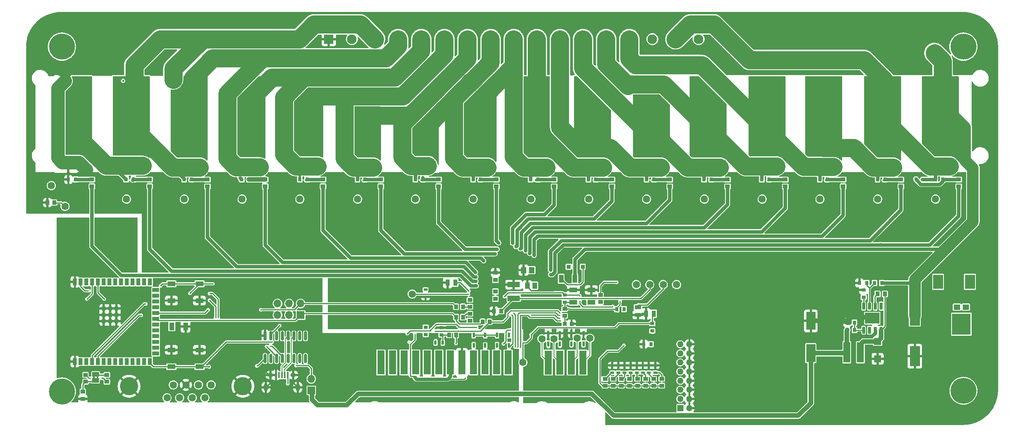
<source format=gbr>
%TF.GenerationSoftware,KiCad,Pcbnew,7.0.5*%
%TF.CreationDate,2024-10-03T13:21:03+03:00*%
%TF.ProjectId,pasive_balance_rev4,70617369-7665-45f6-9261-6c616e63655f,rev?*%
%TF.SameCoordinates,Original*%
%TF.FileFunction,Copper,L2,Bot*%
%TF.FilePolarity,Positive*%
%FSLAX46Y46*%
G04 Gerber Fmt 4.6, Leading zero omitted, Abs format (unit mm)*
G04 Created by KiCad (PCBNEW 7.0.5) date 2024-10-03 13:21:03*
%MOMM*%
%LPD*%
G01*
G04 APERTURE LIST*
G04 Aperture macros list*
%AMRoundRect*
0 Rectangle with rounded corners*
0 $1 Rounding radius*
0 $2 $3 $4 $5 $6 $7 $8 $9 X,Y pos of 4 corners*
0 Add a 4 corners polygon primitive as box body*
4,1,4,$2,$3,$4,$5,$6,$7,$8,$9,$2,$3,0*
0 Add four circle primitives for the rounded corners*
1,1,$1+$1,$2,$3*
1,1,$1+$1,$4,$5*
1,1,$1+$1,$6,$7*
1,1,$1+$1,$8,$9*
0 Add four rect primitives between the rounded corners*
20,1,$1+$1,$2,$3,$4,$5,0*
20,1,$1+$1,$4,$5,$6,$7,0*
20,1,$1+$1,$6,$7,$8,$9,0*
20,1,$1+$1,$8,$9,$2,$3,0*%
G04 Aperture macros list end*
%TA.AperFunction,ComponentPad*%
%ADD10C,1.600000*%
%TD*%
%TA.AperFunction,ComponentPad*%
%ADD11C,5.700000*%
%TD*%
%TA.AperFunction,SMDPad,CuDef*%
%ADD12R,0.800000X0.950000*%
%TD*%
%TA.AperFunction,SMDPad,CuDef*%
%ADD13R,1.500000X4.500000*%
%TD*%
%TA.AperFunction,SMDPad,CuDef*%
%ADD14R,1.470000X0.970000*%
%TD*%
%TA.AperFunction,SMDPad,CuDef*%
%ADD15R,0.900000X0.950000*%
%TD*%
%TA.AperFunction,SMDPad,CuDef*%
%ADD16R,0.950000X0.800000*%
%TD*%
%TA.AperFunction,SMDPad,CuDef*%
%ADD17R,0.940000X0.540000*%
%TD*%
%TA.AperFunction,SMDPad,CuDef*%
%ADD18R,0.850000X1.000000*%
%TD*%
%TA.AperFunction,SMDPad,CuDef*%
%ADD19R,1.800000X1.100000*%
%TD*%
%TA.AperFunction,SMDPad,CuDef*%
%ADD20R,1.820000X1.070000*%
%TD*%
%TA.AperFunction,SMDPad,CuDef*%
%ADD21R,1.000000X0.850000*%
%TD*%
%TA.AperFunction,SMDPad,CuDef*%
%ADD22R,0.950000X1.000000*%
%TD*%
%TA.AperFunction,SMDPad,CuDef*%
%ADD23R,1.000000X0.950000*%
%TD*%
%TA.AperFunction,SMDPad,CuDef*%
%ADD24R,0.500000X1.100000*%
%TD*%
%TA.AperFunction,SMDPad,CuDef*%
%ADD25R,1.500000X1.000000*%
%TD*%
%TA.AperFunction,SMDPad,CuDef*%
%ADD26R,1.450000X1.150000*%
%TD*%
%TA.AperFunction,SMDPad,CuDef*%
%ADD27R,4.150000X4.650000*%
%TD*%
%TA.AperFunction,ComponentPad*%
%ADD28R,1.350000X1.350000*%
%TD*%
%TA.AperFunction,ComponentPad*%
%ADD29O,1.350000X1.350000*%
%TD*%
%TA.AperFunction,SMDPad,CuDef*%
%ADD30R,1.650000X5.330000*%
%TD*%
%TA.AperFunction,ComponentPad*%
%ADD31R,1.700000X1.700000*%
%TD*%
%TA.AperFunction,ComponentPad*%
%ADD32O,1.700000X1.700000*%
%TD*%
%TA.AperFunction,SMDPad,CuDef*%
%ADD33R,1.150000X1.450000*%
%TD*%
%TA.AperFunction,SMDPad,CuDef*%
%ADD34R,2.700000X1.150000*%
%TD*%
%TA.AperFunction,SMDPad,CuDef*%
%ADD35R,1.100000X1.750000*%
%TD*%
%TA.AperFunction,SMDPad,CuDef*%
%ADD36R,0.970000X1.470000*%
%TD*%
%TA.AperFunction,ComponentPad*%
%ADD37C,4.000000*%
%TD*%
%TA.AperFunction,SMDPad,CuDef*%
%ADD38R,1.630000X1.530000*%
%TD*%
%TA.AperFunction,SMDPad,CuDef*%
%ADD39R,2.200000X3.150000*%
%TD*%
%TA.AperFunction,SMDPad,CuDef*%
%ADD40R,0.540000X0.940000*%
%TD*%
%TA.AperFunction,SMDPad,CuDef*%
%ADD41R,0.900000X1.500000*%
%TD*%
%TA.AperFunction,SMDPad,CuDef*%
%ADD42R,1.500000X0.900000*%
%TD*%
%TA.AperFunction,SMDPad,CuDef*%
%ADD43R,0.900000X0.900000*%
%TD*%
%TA.AperFunction,SMDPad,CuDef*%
%ADD44RoundRect,0.150000X0.150000X-0.650000X0.150000X0.650000X-0.150000X0.650000X-0.150000X-0.650000X0*%
%TD*%
%TA.AperFunction,ComponentPad*%
%ADD45C,0.500000*%
%TD*%
%TA.AperFunction,SMDPad,CuDef*%
%ADD46R,3.200000X2.400000*%
%TD*%
%TA.AperFunction,ComponentPad*%
%ADD47R,2.100000X2.100000*%
%TD*%
%TA.AperFunction,ComponentPad*%
%ADD48C,2.100000*%
%TD*%
%TA.AperFunction,SMDPad,CuDef*%
%ADD49R,2.200000X4.400000*%
%TD*%
%TA.AperFunction,SMDPad,CuDef*%
%ADD50R,1.050000X1.800000*%
%TD*%
%TA.AperFunction,SMDPad,CuDef*%
%ADD51R,2.000000X4.000000*%
%TD*%
%TA.AperFunction,SMDPad,CuDef*%
%ADD52R,0.400000X1.350000*%
%TD*%
%TA.AperFunction,ComponentPad*%
%ADD53O,1.000000X1.550000*%
%TD*%
%TA.AperFunction,ComponentPad*%
%ADD54O,1.250000X0.950000*%
%TD*%
%TA.AperFunction,SMDPad,CuDef*%
%ADD55R,1.020000X1.470000*%
%TD*%
%TA.AperFunction,SMDPad,CuDef*%
%ADD56RoundRect,0.150000X-0.150000X0.825000X-0.150000X-0.825000X0.150000X-0.825000X0.150000X0.825000X0*%
%TD*%
%TA.AperFunction,ViaPad*%
%ADD57C,0.500000*%
%TD*%
%TA.AperFunction,ViaPad*%
%ADD58C,0.300000*%
%TD*%
%TA.AperFunction,ViaPad*%
%ADD59C,0.800000*%
%TD*%
%TA.AperFunction,Conductor*%
%ADD60C,2.500000*%
%TD*%
%TA.AperFunction,Conductor*%
%ADD61C,0.250000*%
%TD*%
%TA.AperFunction,Conductor*%
%ADD62C,0.750000*%
%TD*%
%TA.AperFunction,Conductor*%
%ADD63C,4.000000*%
%TD*%
%TA.AperFunction,Conductor*%
%ADD64C,3.000000*%
%TD*%
%TA.AperFunction,Conductor*%
%ADD65C,1.000000*%
%TD*%
%TA.AperFunction,Conductor*%
%ADD66C,0.500000*%
%TD*%
%TA.AperFunction,Conductor*%
%ADD67C,0.200000*%
%TD*%
G04 APERTURE END LIST*
%TA.AperFunction,EtchedComponent*%
%TO.C,JP1*%
G36*
X50180800Y-132025200D02*
G01*
X49780800Y-132025200D01*
X49780800Y-131525200D01*
X50180800Y-131525200D01*
X50180800Y-132025200D01*
G37*
%TD.AperFunction*%
%TA.AperFunction,EtchedComponent*%
G36*
X49380800Y-132025200D02*
G01*
X48980800Y-132025200D01*
X48980800Y-131525200D01*
X49380800Y-131525200D01*
X49380800Y-132025200D01*
G37*
%TD.AperFunction*%
%TD*%
D10*
%TO.P,VREF1,1*%
%TO.N,Net-(IC1-VREF)*%
X171361007Y-111374393D03*
%TD*%
%TO.P,CHP1,1*%
%TO.N,Net-(IC1-CHP)*%
X119164007Y-113457193D03*
%TD*%
%TO.P,BAT2,1*%
%TO.N,VSENSE2*%
X56372607Y-92578393D03*
%TD*%
%TO.P,BAT6,1*%
%TO.N,VSENSE6*%
X107172607Y-92578393D03*
%TD*%
%TO.P,VP1,1*%
%TO.N,VP1*%
X177253807Y-111374393D03*
%TD*%
%TO.P,BAT7,1*%
%TO.N,VSENSE7*%
X119872607Y-92578393D03*
%TD*%
D11*
%TO.P,REF\u002A\u002A,1*%
%TO.N,N/C*%
X42169993Y-134862393D03*
%TD*%
D10*
%TO.P,BAT3,1*%
%TO.N,VSENSE3*%
X69072607Y-92578393D03*
%TD*%
%TO.P,BAT13,1*%
%TO.N,VSENSE13*%
X196072607Y-92578393D03*
%TD*%
%TO.P,BAT10,1*%
%TO.N,VSENSE10*%
X157972607Y-92578393D03*
%TD*%
%TO.P,BAT4,1*%
%TO.N,VSENSE4*%
X81772607Y-92578393D03*
%TD*%
%TO.P,V5VA0,1*%
%TO.N,V5VAO*%
X143500600Y-128504000D03*
%TD*%
%TO.P,BAT14,1*%
%TO.N,VSENSE14*%
X208772607Y-92578393D03*
%TD*%
%TO.P,BAT11,1*%
%TO.N,VSENSE11*%
X170672607Y-92578393D03*
%TD*%
D11*
%TO.P,REF\u002A\u002A,1*%
%TO.N,N/C*%
X240289993Y-134716607D03*
%TD*%
D10*
%TO.P,COMMH+1,1*%
%TO.N,COMMH+*%
X150358600Y-123297000D03*
%TD*%
%TO.P,BAT1,1*%
%TO.N,VSENSE1*%
X39852600Y-89611200D03*
%TD*%
%TO.P,FAULTH+1,1*%
%TO.N,FAULTH+*%
X158232600Y-123170000D03*
%TD*%
D11*
%TO.P,REF\u002A\u002A,1*%
%TO.N,N/C*%
X42169993Y-59050393D03*
%TD*%
D10*
%TO.P,BAT8,1*%
%TO.N,VSENSE8*%
X132572607Y-92578393D03*
%TD*%
%TO.P,BAT15,1*%
%TO.N,VSENSE15*%
X221472607Y-92578393D03*
%TD*%
D11*
%TO.P,REF\u002A\u002A,1*%
%TO.N,N/C*%
X240289993Y-59050393D03*
%TD*%
D10*
%TO.P,VDIG1,1*%
%TO.N,VDIG*%
X174332807Y-111374393D03*
%TD*%
%TO.P,BAT16,1*%
%TO.N,VSENSE16*%
X234172607Y-92578393D03*
%TD*%
%TO.P,COMMH-1,1*%
%TO.N,COMMH-*%
X147691600Y-123297000D03*
%TD*%
%TO.P,BAT9,1*%
%TO.N,VSENSE9*%
X145272607Y-92578393D03*
%TD*%
%TO.P,BAT5,1*%
%TO.N,VSENSE5*%
X94472607Y-92578393D03*
%TD*%
%TO.P,BAT0,1*%
%TO.N,VSENSE0*%
X42849800Y-94183200D03*
%TD*%
%TO.P,BAT12,1*%
%TO.N,VSENSE12*%
X183372607Y-92578393D03*
%TD*%
%TO.P,OUT1,1*%
%TO.N,Net-(IC1-OUT1)*%
X168407993Y-111374393D03*
%TD*%
D12*
%TO.P,R21,1,1*%
%TO.N,Net-(Q25-G)*%
X184896607Y-88260393D03*
%TO.P,R21,2,2*%
%TO.N,Cell 11*%
X183296607Y-88260393D03*
%TD*%
D13*
%TO.P,L1,1,1*%
%TO.N,Net-(D17-K)*%
X217654000Y-126263400D03*
%TO.P,L1,2,2*%
%TO.N,+5V*%
X214654000Y-126263400D03*
%TD*%
D14*
%TO.P,C49,1,1*%
%TO.N,Cell 0*%
X168795607Y-118020993D03*
%TO.P,C49,2,2*%
%TO.N,VDIG*%
X168795607Y-116360993D03*
%TD*%
D15*
%TO.P,LED2,1,K*%
%TO.N,Cell 0*%
X154171993Y-120010393D03*
%TO.P,LED2,2,A*%
%TO.N,Net-(LED2-A)*%
X152671993Y-120010393D03*
%TD*%
D16*
%TO.P,R103,1,1*%
%TO.N,Net-(U4-RT)*%
X218363800Y-114185600D03*
%TO.P,R103,2,2*%
%TO.N,Cell 0*%
X218363800Y-112585600D03*
%TD*%
D12*
%TO.P,R12,1,1*%
%TO.N,Net-(Q23-G)*%
X210334607Y-88260393D03*
%TO.P,R12,2,2*%
%TO.N,Cell 13*%
X208734607Y-88260393D03*
%TD*%
D17*
%TO.P,C12,1,1*%
%TO.N,_AUX1*%
X171180394Y-130741607D03*
%TO.P,C12,2,2*%
%TO.N,Cell 0*%
X171180394Y-129141607D03*
%TD*%
%TO.P,C54,1,1*%
%TO.N,VSENSE0*%
X122085007Y-112466794D03*
%TO.P,C54,2,2*%
%TO.N,Cell 0*%
X122085007Y-114066794D03*
%TD*%
D18*
%TO.P,R35,1,1*%
%TO.N,VIO*%
X136144607Y-119553193D03*
%TO.P,R35,2,2*%
%TO.N,BQ_RX*%
X134644607Y-119553193D03*
%TD*%
D12*
%TO.P,R30,1,1*%
%TO.N,Net-(Q2-G)*%
X235734607Y-88260393D03*
%TO.P,R30,2,2*%
%TO.N,Cell 15*%
X234134607Y-88260393D03*
%TD*%
D19*
%TO.P,S2,1,1*%
%TO.N,EN*%
X72416600Y-111180000D03*
%TO.P,S2,2,2*%
X66216600Y-111180000D03*
%TO.P,S2,3,3*%
%TO.N,GND*%
X72416600Y-114880000D03*
%TO.P,S2,4,4*%
X66216600Y-114880000D03*
%TD*%
D12*
%TO.P,R58,1,1*%
%TO.N,Net-(Q28-G)*%
X146796607Y-88260393D03*
%TO.P,R58,2,2*%
%TO.N,Cell 8*%
X145196607Y-88260393D03*
%TD*%
%TO.P,R5,1,1*%
%TO.N,VP1*%
X164109407Y-116759193D03*
%TO.P,R5,2,2*%
%TO.N,VIO-REG*%
X165709407Y-116759193D03*
%TD*%
D10*
%TO.P,FAULTH-1,1*%
%TO.N,FAULTH-*%
X155438600Y-123170000D03*
%TD*%
D20*
%TO.P,C10,1,1*%
%TO.N,Net-(Q1-C)*%
X158501993Y-115294393D03*
%TO.P,C10,2,2*%
%TO.N,Cell 0*%
X158501993Y-112534393D03*
%TD*%
D12*
%TO.P,R102,1,1*%
%TO.N,Net-(U4-EN)*%
X219036800Y-110998000D03*
%TO.P,R102,2,2*%
%TO.N,Cell 0*%
X217436800Y-110998000D03*
%TD*%
D21*
%TO.P,R11,1,1*%
%TO.N,EQ14*%
X213852607Y-89760393D03*
%TO.P,R11,2,2*%
%TO.N,Net-(Q23-G)*%
X213852607Y-88260393D03*
%TD*%
D22*
%TO.P,C9,1,1*%
%TO.N,Net-(IC1-VREF)*%
X138727993Y-117216393D03*
%TO.P,C9,2,2*%
%TO.N,Cell 0*%
X137127993Y-117216393D03*
%TD*%
D23*
%TO.P,C53,1,1*%
%TO.N,Net-(IC1-CHP)*%
X137452007Y-112898594D03*
%TO.P,C53,2,2*%
%TO.N,Net-(IC1-CHM)*%
X137452007Y-114498594D03*
%TD*%
D21*
%TO.P,R106,1,1*%
%TO.N,Net-(JP1-A)*%
X52044600Y-131228400D03*
%TO.P,R106,2,2*%
%TO.N,CANH*%
X52044600Y-132728400D03*
%TD*%
D18*
%TO.P,R1,1,1*%
%TO.N,BQ_TX*%
X128802607Y-116251193D03*
%TO.P,R1,2,2*%
%TO.N,Net-(IC1-TX)*%
X130302607Y-116251193D03*
%TD*%
D16*
%TO.P,R39,1,1*%
%TO.N,Net-(R39-Pad1)*%
X171919807Y-121546993D03*
%TO.P,R39,2,2*%
%TO.N,V5VAO*%
X171919807Y-119946993D03*
%TD*%
D24*
%TO.P,D11,1,K*%
%TO.N,C*%
X135184793Y-124774193D03*
%TO.P,D11,2,A*%
%TO.N,Cell 0*%
X135184793Y-122474193D03*
%TD*%
D25*
%TO.P,JP1,1,A*%
%TO.N,Net-(JP1-A)*%
X49580800Y-131125200D03*
%TO.P,JP1,2,B*%
%TO.N,Net-(JP1-B)*%
X49580800Y-132425200D03*
%TD*%
D12*
%TO.P,R24,1,1*%
%TO.N,Net-(Q26-G)*%
X172272606Y-88260393D03*
%TO.P,R24,2,2*%
%TO.N,Cell 10*%
X170672606Y-88260393D03*
%TD*%
D17*
%TO.P,C15,1,1*%
%TO.N,_AUX3*%
X168489594Y-130728807D03*
%TO.P,C15,2,2*%
%TO.N,Cell 0*%
X168489594Y-129128807D03*
%TD*%
D26*
%TO.P,D19,1,A_1*%
%TO.N,unconnected-(D19-A_1-Pad1)*%
X240837200Y-116325200D03*
%TO.P,D19,2,A_2*%
%TO.N,unconnected-(D19-A_2-Pad2)*%
X238867200Y-116325200D03*
D27*
%TO.P,D19,3,K*%
%TO.N,unconnected-(D19-K-Pad3)*%
X239852200Y-120075200D03*
%TD*%
D12*
%TO.P,R15,1,1*%
%TO.N,Net-(Q22-G)*%
X223034607Y-88260393D03*
%TO.P,R15,2,2*%
%TO.N,Cell 14*%
X221434607Y-88260393D03*
%TD*%
D21*
%TO.P,R33,1,1*%
%TO.N,Net-(IC1-TX)*%
X131838607Y-116239193D03*
%TO.P,R33,2,2*%
%TO.N,Net-(LED3-A)*%
X131838607Y-114739193D03*
%TD*%
%TO.P,R87,1,1*%
%TO.N,_AUX1*%
X172223394Y-132108607D03*
%TO.P,R87,2,2*%
%TO.N,VP1*%
X172223394Y-133608607D03*
%TD*%
D12*
%TO.P,R101,1,1*%
%TO.N,Cell 16*%
X222351600Y-110998000D03*
%TO.P,R101,2,2*%
%TO.N,Net-(U4-EN)*%
X220751600Y-110998000D03*
%TD*%
D21*
%TO.P,R66,1,1*%
%TO.N,EQ6*%
X112252607Y-89760393D03*
%TO.P,R66,2,2*%
%TO.N,Net-(Q12-G)*%
X112252607Y-88260393D03*
%TD*%
D28*
%TO.P,J1,1,Pin_1*%
%TO.N,AUX7*%
X178076600Y-138504000D03*
D29*
%TO.P,J1,2,Pin_2*%
%TO.N,Cell 0*%
X180076600Y-138504000D03*
%TO.P,J1,3,Pin_3*%
%TO.N,AUX6*%
X178076600Y-136504000D03*
%TO.P,J1,4,Pin_4*%
%TO.N,Cell 0*%
X180076600Y-136504000D03*
%TO.P,J1,5,Pin_5*%
%TO.N,AUX5*%
X178076600Y-134504000D03*
%TO.P,J1,6,Pin_6*%
%TO.N,Cell 0*%
X180076600Y-134504000D03*
%TO.P,J1,7,Pin_7*%
%TO.N,AUX4*%
X178076600Y-132504000D03*
%TO.P,J1,8,Pin_8*%
%TO.N,Cell 0*%
X180076600Y-132504000D03*
%TO.P,J1,9,Pin_9*%
%TO.N,AUX3*%
X178076600Y-130504000D03*
%TO.P,J1,10,Pin_10*%
%TO.N,Cell 0*%
X180076600Y-130504000D03*
%TO.P,J1,11,Pin_11*%
%TO.N,AUX2*%
X178076600Y-128504000D03*
%TO.P,J1,12,Pin_12*%
%TO.N,Cell 0*%
X180076600Y-128504000D03*
%TO.P,J1,13,Pin_13*%
%TO.N,AUX1*%
X178076600Y-126504000D03*
%TO.P,J1,14,Pin_14*%
%TO.N,Cell 0*%
X180076600Y-126504000D03*
%TO.P,J1,15,Pin_15*%
%TO.N,AUX0*%
X178076600Y-124504000D03*
%TO.P,J1,16,Pin_16*%
%TO.N,Cell 0*%
X180076600Y-124504000D03*
%TD*%
D18*
%TO.P,R51,1,1*%
%TO.N,WAKEUP*%
X128778607Y-122448793D03*
%TO.P,R51,2,2*%
%TO.N,Net-(C47-Pad1)*%
X127278607Y-122448793D03*
%TD*%
D23*
%TO.P,C52,1,1*%
%TO.N,Cell 0*%
X137452007Y-108720193D03*
%TO.P,C52,2,2*%
%TO.N,Net-(IC1-VM)*%
X137452007Y-110320193D03*
%TD*%
D21*
%TO.P,R85,1,1*%
%TO.N,_AUX0*%
X174001394Y-132108607D03*
%TO.P,R85,2,2*%
%TO.N,VP1*%
X174001394Y-133608607D03*
%TD*%
%TO.P,R98,1,1*%
%TO.N,_AUX7*%
X161555394Y-132136407D03*
%TO.P,R98,2,2*%
%TO.N,VP1*%
X161555394Y-133636407D03*
%TD*%
%TO.P,R97,1,1*%
%TO.N,_AUX5*%
X165111393Y-132124408D03*
%TO.P,R97,2,2*%
%TO.N,VP1*%
X165111393Y-133624408D03*
%TD*%
D30*
%TO.P,J6,1,1*%
%TO.N,COMMH-*%
X149068893Y-128512393D03*
%TO.P,J6,2,2*%
%TO.N,COMMH+*%
X151608893Y-128512393D03*
%TO.P,J6,3,3*%
%TO.N,FAULTH-*%
X154148893Y-128512393D03*
%TO.P,J6,4,4*%
%TO.N,FAULTH+*%
X156688893Y-128512393D03*
%TD*%
D17*
%TO.P,C13,1,1*%
%TO.N,_AUX2*%
X169835794Y-130728807D03*
%TO.P,C13,2,2*%
%TO.N,Cell 0*%
X169835794Y-129128807D03*
%TD*%
D21*
%TO.P,R91,1,1*%
%TO.N,_AUX3*%
X168667394Y-132112407D03*
%TO.P,R91,2,2*%
%TO.N,VP1*%
X168667394Y-133612407D03*
%TD*%
D31*
%TO.P,J3,1,Pin_1*%
%TO.N,BQ_RX*%
X94640400Y-118084600D03*
D32*
%TO.P,J3,2,Pin_2*%
%TO.N,BQ_TX*%
X94640400Y-115544600D03*
%TO.P,J3,3,Pin_3*%
%TO.N,USB_TX*%
X92100400Y-118084600D03*
%TO.P,J3,4,Pin_4*%
%TO.N,USB_RX*%
X92100400Y-115544600D03*
%TO.P,J3,5,Pin_5*%
%TO.N,ESP_RX*%
X89560400Y-118084600D03*
%TO.P,J3,6,Pin_6*%
%TO.N,ESP_TX*%
X89560400Y-115544600D03*
%TD*%
D24*
%TO.P,D2,1,K*%
%TO.N,A*%
X140417193Y-124755793D03*
%TO.P,D2,2,A*%
%TO.N,Cell 0*%
X140417193Y-122455793D03*
%TD*%
D33*
%TO.P,C4,1,1*%
%TO.N,Cell 0*%
X143638607Y-108192393D03*
%TO.P,C4,2,2*%
%TO.N,Net-(IC1-TOP)*%
X145438607Y-108192393D03*
%TD*%
D21*
%TO.P,R17,1,1*%
%TO.N,EQ13*%
X201152607Y-89784393D03*
%TO.P,R17,2,2*%
%TO.N,Net-(Q24-G)*%
X201152607Y-88284393D03*
%TD*%
D24*
%TO.P,D13,1,K*%
%TO.N,E*%
X149053193Y-124374793D03*
%TO.P,D13,2,A*%
%TO.N,Cell 0*%
X149053193Y-122074793D03*
%TD*%
D21*
%TO.P,R107,1,1*%
%TO.N,CANL*%
X47345600Y-131228400D03*
%TO.P,R107,2,2*%
%TO.N,Net-(JP1-B)*%
X47345600Y-132728400D03*
%TD*%
%TO.P,R75,1,1*%
%TO.N,EQ3*%
X74152607Y-89772393D03*
%TO.P,R75,2,2*%
%TO.N,Net-(Q15-G)*%
X74152607Y-88272393D03*
%TD*%
%TO.P,R63,1,1*%
%TO.N,EQ7*%
X124952607Y-89760393D03*
%TO.P,R63,2,2*%
%TO.N,Net-(Q11-G)*%
X124952607Y-88260393D03*
%TD*%
D24*
%TO.P,D16,1,K*%
%TO.N,H*%
X156800193Y-124393193D03*
%TO.P,D16,2,A*%
%TO.N,Cell 0*%
X156800193Y-122093193D03*
%TD*%
D20*
%TO.P,C14,1,1*%
%TO.N,VP1*%
X154571607Y-115294393D03*
%TO.P,C14,2,2*%
%TO.N,Cell 0*%
X154571607Y-112534393D03*
%TD*%
D21*
%TO.P,R23,1,1*%
%TO.N,EQ11*%
X175752607Y-89784393D03*
%TO.P,R23,2,2*%
%TO.N,Net-(Q26-G)*%
X175752607Y-88284393D03*
%TD*%
D24*
%TO.P,D12,1,K*%
%TO.N,D*%
X132670193Y-124762793D03*
%TO.P,D12,2,A*%
%TO.N,Cell 0*%
X132670193Y-122462793D03*
%TD*%
D34*
%TO.P,C7,1,1*%
%TO.N,Net-(IC1-VREF)*%
X141462607Y-114398393D03*
%TO.P,C7,2,2*%
%TO.N,Cell 0*%
X141462607Y-111398393D03*
%TD*%
D24*
%TO.P,D15,1,K*%
%TO.N,G*%
X154158593Y-124367793D03*
%TO.P,D15,2,A*%
%TO.N,Cell 0*%
X154158593Y-122067793D03*
%TD*%
D23*
%TO.P,C30,1,1*%
%TO.N,GND*%
X46761400Y-136512200D03*
%TO.P,C30,2,2*%
%TO.N,Net-(JP1-B)*%
X46761400Y-134912200D03*
%TD*%
D24*
%TO.P,D14,1,K*%
%TO.N,F*%
X151618593Y-124374793D03*
%TO.P,D14,2,A*%
%TO.N,Cell 0*%
X151618593Y-122074793D03*
%TD*%
D21*
%TO.P,R4,1,1*%
%TO.N,Net-(R3-Pad2)*%
X160533993Y-113684393D03*
%TO.P,R4,2,2*%
%TO.N,Net-(Q1-C)*%
X160533993Y-115184393D03*
%TD*%
D35*
%TO.P,LED4,1,K*%
%TO.N,GND*%
X69343400Y-120573800D03*
%TO.P,LED4,2,A*%
%TO.N,Net-(LED4-A)*%
X66343400Y-120573800D03*
%TD*%
D36*
%TO.P,C51,1,1*%
%TO.N,Cell 0*%
X126952806Y-110942593D03*
%TO.P,C51,2,2*%
%TO.N,Net-(IC1-VM)*%
X128612806Y-110942593D03*
%TD*%
D21*
%TO.P,R72,1,1*%
%TO.N,EQ4*%
X86852607Y-89760393D03*
%TO.P,R72,2,2*%
%TO.N,Net-(Q14-G)*%
X86852607Y-88260393D03*
%TD*%
%TO.P,R69,1,1*%
%TO.N,EQ5*%
X99552607Y-89760393D03*
%TO.P,R69,2,2*%
%TO.N,Net-(Q13-G)*%
X99552607Y-88260393D03*
%TD*%
D37*
%TO.P,J2,0,PAD*%
%TO.N,GND*%
X81928800Y-133731000D03*
X56928800Y-133731000D03*
D10*
%TO.P,J2,2,2*%
%TO.N,CANL*%
X66658800Y-133431000D03*
%TO.P,J2,3,3*%
%TO.N,GND*%
X69428800Y-133431000D03*
%TO.P,J2,4,4*%
%TO.N,unconnected-(J2-Pad4)*%
X72198800Y-133431000D03*
%TO.P,J2,5,5*%
%TO.N,unconnected-(J2-Pad5)*%
X74968800Y-133431000D03*
%TO.P,J2,6,6*%
%TO.N,unconnected-(J2-Pad6)*%
X65273800Y-136271000D03*
%TO.P,J2,7,7*%
%TO.N,CANH*%
X68043800Y-136271000D03*
%TO.P,J2,8,8*%
%TO.N,unconnected-(J2-Pad8)*%
X70813800Y-136271000D03*
%TO.P,J2,9,9*%
%TO.N,unconnected-(J2-Pad9)*%
X73583800Y-136271000D03*
%TD*%
D12*
%TO.P,R76,1,1*%
%TO.N,Net-(Q15-G)*%
X70634607Y-88260393D03*
%TO.P,R76,2,2*%
%TO.N,Cell 2*%
X69034607Y-88260393D03*
%TD*%
D21*
%TO.P,R32,1,1*%
%TO.N,Net-(IC1-RX)*%
X131838607Y-117787193D03*
%TO.P,R32,2,2*%
%TO.N,Net-(LED1-A)*%
X131838607Y-119287193D03*
%TD*%
D38*
%TO.P,D17,1,K*%
%TO.N,Net-(D17-K)*%
X221462600Y-123880800D03*
%TO.P,D17,2,A*%
%TO.N,Cell 0*%
X221462600Y-127680800D03*
%TD*%
D12*
%TO.P,R61,1,1*%
%TO.N,Net-(Q10-G)*%
X134134607Y-88260393D03*
%TO.P,R61,2,2*%
%TO.N,Cell 7*%
X132534607Y-88260393D03*
%TD*%
%TO.P,R79,1,1*%
%TO.N,Net-(Q16-G)*%
X57896607Y-88260393D03*
%TO.P,R79,2,2*%
%TO.N,Cell 1*%
X56296607Y-88260393D03*
%TD*%
D39*
%TO.P,D18,1*%
%TO.N,unconnected-(D18-Pad1)*%
X241726600Y-110769400D03*
%TO.P,D18,2*%
%TO.N,unconnected-(D18-Pad2)*%
X234726600Y-110769400D03*
%TD*%
D12*
%TO.P,R104,1,1*%
%TO.N,+5V*%
X214769800Y-121386600D03*
%TO.P,R104,2,2*%
%TO.N,Net-(U4-FB)*%
X216369800Y-121386600D03*
%TD*%
D16*
%TO.P,R8,1,1*%
%TO.N,VP1*%
X152659993Y-115222393D03*
%TO.P,R8,2,2*%
%TO.N,VDIG*%
X152659993Y-113622393D03*
%TD*%
%TO.P,R52,1,1*%
%TO.N,Net-(C47-Pad1)*%
X125615607Y-122435993D03*
%TO.P,R52,2,2*%
%TO.N,Cell 0*%
X125615607Y-120835993D03*
%TD*%
D40*
%TO.P,C47,1,1*%
%TO.N,Net-(C47-Pad1)*%
X125882207Y-124150593D03*
%TO.P,C47,2,2*%
%TO.N,Cell 0*%
X124282207Y-124150593D03*
%TD*%
D17*
%TO.P,C21,1,1*%
%TO.N,_AUX5*%
X165797194Y-130766807D03*
%TO.P,C21,2,2*%
%TO.N,Cell 0*%
X165797194Y-129166807D03*
%TD*%
D18*
%TO.P,R83,1,1*%
%TO.N,VSENSE0*%
X40501000Y-93345000D03*
%TO.P,R83,2,2*%
%TO.N,Cell 0*%
X39001000Y-93345000D03*
%TD*%
D12*
%TO.P,R82,1,1*%
%TO.N,Net-(Q17-G)*%
X45196607Y-88260393D03*
%TO.P,R82,2,2*%
%TO.N,Cell 0*%
X43596607Y-88260393D03*
%TD*%
%TO.P,R18,1,1*%
%TO.N,Net-(Q24-G)*%
X197596608Y-88260393D03*
%TO.P,R18,2,2*%
%TO.N,Cell 12*%
X195996608Y-88260393D03*
%TD*%
D17*
%TO.P,C8,1,1*%
%TO.N,_AUX0*%
X172551994Y-130754207D03*
%TO.P,C8,2,2*%
%TO.N,Cell 0*%
X172551994Y-129154207D03*
%TD*%
D12*
%TO.P,R73,1,1*%
%TO.N,Net-(Q14-G)*%
X83296607Y-88260393D03*
%TO.P,R73,2,2*%
%TO.N,Cell 3*%
X81696607Y-88260393D03*
%TD*%
D41*
%TO.P,IC6,1,GND_1*%
%TO.N,GND*%
X45034200Y-110794800D03*
%TO.P,IC6,2,3V3*%
%TO.N,+3.3V*%
X46304200Y-110794800D03*
%TO.P,IC6,3,EN*%
%TO.N,EN*%
X47574200Y-110794800D03*
%TO.P,IC6,4,IO4*%
%TO.N,CANRX*%
X48844200Y-110794800D03*
%TO.P,IC6,5,IO5*%
%TO.N,CANTX*%
X50114200Y-110794800D03*
%TO.P,IC6,6,IO6*%
%TO.N,unconnected-(IC6-IO6-Pad6)*%
X51384200Y-110794800D03*
%TO.P,IC6,7,IO7*%
%TO.N,unconnected-(IC6-IO7-Pad7)*%
X52654200Y-110794800D03*
%TO.P,IC6,8,IO15*%
%TO.N,U2_RXD*%
X53924200Y-110794800D03*
%TO.P,IC6,9,IO16*%
%TO.N,U2_TXD*%
X55194200Y-110794800D03*
%TO.P,IC6,10,IO17*%
%TO.N,unconnected-(IC6-IO17-Pad10)*%
X56464200Y-110794800D03*
%TO.P,IC6,11,IO18*%
%TO.N,unconnected-(IC6-IO18-Pad11)*%
X57734200Y-110794800D03*
%TO.P,IC6,12,IO8*%
%TO.N,unconnected-(IC6-IO8-Pad12)*%
X59004200Y-110794800D03*
%TO.P,IC6,13,IO19*%
%TO.N,unconnected-(IC6-IO19-Pad13)*%
X60274200Y-110794800D03*
%TO.P,IC6,14,IO20*%
%TO.N,unconnected-(IC6-IO20-Pad14)*%
X61544200Y-110794800D03*
D42*
%TO.P,IC6,15,IO3*%
%TO.N,unconnected-(IC6-IO3-Pad15)*%
X62794200Y-112559800D03*
%TO.P,IC6,16,IO46*%
%TO.N,unconnected-(IC6-IO46-Pad16)*%
X62794200Y-113829800D03*
%TO.P,IC6,17,IO9*%
%TO.N,unconnected-(IC6-IO9-Pad17)*%
X62794200Y-115099800D03*
%TO.P,IC6,18,IO10*%
%TO.N,unconnected-(IC6-IO10-Pad18)*%
X62794200Y-116369800D03*
%TO.P,IC6,19,IO11*%
%TO.N,BQ_TX*%
X62794200Y-117639800D03*
%TO.P,IC6,20,IO12*%
%TO.N,BQ_RX*%
X62794200Y-118909800D03*
%TO.P,IC6,21,IO13*%
%TO.N,Net-(IC6-IO13)*%
X62794200Y-120179800D03*
%TO.P,IC6,22,IO14*%
%TO.N,unconnected-(IC6-IO14-Pad22)*%
X62794200Y-121449800D03*
%TO.P,IC6,23,IO21*%
%TO.N,MCU_FAULT*%
X62794200Y-122719800D03*
%TO.P,IC6,24,IO47*%
%TO.N,MCU_WAKEUP*%
X62794200Y-123989800D03*
%TO.P,IC6,25,IO48*%
%TO.N,unconnected-(IC6-IO48-Pad25)*%
X62794200Y-125259800D03*
%TO.P,IC6,26,IO45*%
%TO.N,unconnected-(IC6-IO45-Pad26)*%
X62794200Y-126529800D03*
D41*
%TO.P,IC6,27,IO0*%
%TO.N,IO0*%
X61544200Y-128294800D03*
%TO.P,IC6,28,IO35*%
%TO.N,unconnected-(IC6-IO35-Pad28)*%
X60274200Y-128294800D03*
%TO.P,IC6,29,IO36*%
%TO.N,unconnected-(IC6-IO36-Pad29)*%
X59004200Y-128294800D03*
%TO.P,IC6,30,IO37*%
%TO.N,unconnected-(IC6-IO37-Pad30)*%
X57734200Y-128294800D03*
%TO.P,IC6,31,IO38*%
%TO.N,unconnected-(IC6-IO38-Pad31)*%
X56464200Y-128294800D03*
%TO.P,IC6,32,IO39*%
%TO.N,unconnected-(IC6-IO39-Pad32)*%
X55194200Y-128294800D03*
%TO.P,IC6,33,IO40*%
%TO.N,unconnected-(IC6-IO40-Pad33)*%
X53924200Y-128294800D03*
%TO.P,IC6,34,IO41*%
%TO.N,unconnected-(IC6-IO41-Pad34)*%
X52654200Y-128294800D03*
%TO.P,IC6,35,IO42*%
%TO.N,unconnected-(IC6-IO42-Pad35)*%
X51384200Y-128294800D03*
%TO.P,IC6,36,RXD0*%
%TO.N,Net-(IC6-RXD0)*%
X50114200Y-128294800D03*
%TO.P,IC6,37,TXD0*%
%TO.N,Net-(IC6-TXD0)*%
X48844200Y-128294800D03*
%TO.P,IC6,38,IO2*%
%TO.N,unconnected-(IC6-IO2-Pad38)*%
X47574200Y-128294800D03*
%TO.P,IC6,39,IO1*%
%TO.N,unconnected-(IC6-IO1-Pad39)*%
X46304200Y-128294800D03*
%TO.P,IC6,40,GND_2*%
%TO.N,GND*%
X45034200Y-128294800D03*
D43*
%TO.P,IC6,41,GND_3*%
X52754200Y-118044800D03*
%TO.P,IC6,42,GND_4*%
X51354200Y-118044800D03*
%TO.P,IC6,43,GND_5*%
X51354200Y-116644800D03*
%TO.P,IC6,44,GND_6*%
X52754200Y-116644800D03*
%TO.P,IC6,45,GND_7*%
X54154200Y-116644800D03*
%TO.P,IC6,46,GND_8*%
X54154200Y-118044800D03*
%TO.P,IC6,47,GND_9*%
X54154200Y-119444800D03*
%TO.P,IC6,48,GND_10*%
X52754200Y-119444800D03*
%TO.P,IC6,49,GND_11*%
X51354200Y-119444800D03*
%TD*%
D21*
%TO.P,R60,1,1*%
%TO.N,EQ8*%
X137652607Y-89772393D03*
%TO.P,R60,2,2*%
%TO.N,Net-(Q10-G)*%
X137652607Y-88272393D03*
%TD*%
%TO.P,R31,1,1*%
%TO.N,EQ10*%
X163052607Y-89772393D03*
%TO.P,R31,2,2*%
%TO.N,Net-(Q27-G)*%
X163052607Y-88272393D03*
%TD*%
%TO.P,R81,1,1*%
%TO.N,EQ1*%
X48752607Y-89760393D03*
%TO.P,R81,2,2*%
%TO.N,Net-(Q17-G)*%
X48752607Y-88260393D03*
%TD*%
D44*
%TO.P,U4,1,LX*%
%TO.N,Net-(D17-K)*%
X222170000Y-121405200D03*
%TO.P,U4,2,GND*%
%TO.N,Cell 0*%
X220900000Y-121405200D03*
%TO.P,U4,3,VC*%
%TO.N,unconnected-(U4-VC-Pad3)*%
X219630000Y-121405200D03*
%TO.P,U4,4,FB*%
%TO.N,Net-(U4-FB)*%
X218360000Y-121405200D03*
%TO.P,U4,5,RT*%
%TO.N,Net-(U4-RT)*%
X218360000Y-116105200D03*
%TO.P,U4,6,EN*%
%TO.N,Net-(U4-EN)*%
X219630000Y-116105200D03*
%TO.P,U4,7,BST*%
%TO.N,Net-(U4-BST)*%
X220900000Y-116105200D03*
%TO.P,U4,8,VCC*%
%TO.N,Cell 16*%
X222170000Y-116105200D03*
D45*
%TO.P,U4,9*%
%TO.N,N/C*%
X218915000Y-119705200D03*
X220265000Y-119705200D03*
X221615000Y-119705200D03*
D46*
X220265000Y-118755200D03*
D45*
X218915000Y-117805200D03*
X220265000Y-117805200D03*
X221615000Y-117805200D03*
%TD*%
D36*
%TO.P,C20,1,1*%
%TO.N,V5VAO*%
X172241807Y-117800593D03*
%TO.P,C20,2,2*%
%TO.N,Cell 0*%
X170581807Y-117800593D03*
%TD*%
D47*
%TO.P,J8,1,1*%
%TO.N,Cell 0*%
X100822607Y-57404000D03*
D48*
%TO.P,J8,2,2*%
%TO.N,Cell 1*%
X105902607Y-57404000D03*
%TO.P,J8,3,3*%
%TO.N,Cell 2*%
X110982607Y-57404000D03*
%TO.P,J8,4,4*%
%TO.N,Cell 3*%
X116062607Y-57404000D03*
%TO.P,J8,5,5*%
%TO.N,Cell 4*%
X121142607Y-57404000D03*
%TO.P,J8,6,6*%
%TO.N,Cell 5*%
X126222607Y-57404000D03*
%TO.P,J8,7,7*%
%TO.N,Cell 6*%
X131302607Y-57404000D03*
%TO.P,J8,8,8*%
%TO.N,Cell 7*%
X136382607Y-57404000D03*
%TO.P,J8,9,9*%
%TO.N,Cell 8*%
X141462607Y-57404000D03*
%TO.P,J8,10,10*%
%TO.N,Cell 9*%
X146542607Y-57404000D03*
%TO.P,J8,11,11*%
%TO.N,Cell 10*%
X151622607Y-57404000D03*
%TO.P,J8,12,12*%
%TO.N,Cell 11*%
X156702607Y-57404000D03*
%TO.P,J8,13,13*%
%TO.N,Cell 12*%
X161782607Y-57404000D03*
%TO.P,J8,14,14*%
%TO.N,Cell 13*%
X166862607Y-57404000D03*
%TO.P,J8,15,15*%
%TO.N,Cell 14*%
X171942607Y-57404000D03*
%TO.P,J8,16,16*%
%TO.N,Cell 15*%
X177022607Y-57404000D03*
%TO.P,J8,17,17*%
%TO.N,Cell 16*%
X182102607Y-57404000D03*
%TD*%
D21*
%TO.P,R89,1,1*%
%TO.N,_AUX2*%
X170445395Y-132108607D03*
%TO.P,R89,2,2*%
%TO.N,VP1*%
X170445395Y-133608607D03*
%TD*%
D17*
%TO.P,C22,1,1*%
%TO.N,_AUX7*%
X163130193Y-130754207D03*
%TO.P,C22,2,2*%
%TO.N,Cell 0*%
X163130193Y-129154207D03*
%TD*%
D49*
%TO.P,C23,1,+*%
%TO.N,Cell 16*%
X229616000Y-118201600D03*
%TO.P,C23,2,-*%
%TO.N,Cell 0*%
X229616000Y-127101600D03*
%TD*%
D21*
%TO.P,R14,1,1*%
%TO.N,EQ15*%
X226552607Y-89784393D03*
%TO.P,R14,2,2*%
%TO.N,Net-(Q22-G)*%
X226552607Y-88284393D03*
%TD*%
D50*
%TO.P,R2,1,1*%
%TO.N,Cell 16*%
X154921993Y-110104393D03*
%TO.P,R2,2,2*%
%TO.N,Net-(IC1-TOP)*%
X151921993Y-110104393D03*
%TD*%
D21*
%TO.P,R93,1,1*%
%TO.N,_AUX4*%
X166889393Y-132124408D03*
%TO.P,R93,2,2*%
%TO.N,VP1*%
X166889393Y-133624408D03*
%TD*%
D16*
%TO.P,R38,1,1*%
%TO.N,Net-(IC3-G)*%
X122110407Y-120759793D03*
%TO.P,R38,2,2*%
%TO.N,Net-(IC3-S)*%
X122110407Y-122359793D03*
%TD*%
D12*
%TO.P,R55,1,1*%
%TO.N,Net-(Q27-G)*%
X159496607Y-88260393D03*
%TO.P,R55,2,2*%
%TO.N,Cell 9*%
X157896607Y-88260393D03*
%TD*%
%TO.P,R64,1,1*%
%TO.N,Net-(Q11-G)*%
X121472607Y-88260393D03*
%TO.P,R64,2,2*%
%TO.N,Cell 6*%
X119872607Y-88260393D03*
%TD*%
D21*
%TO.P,R26,1,1*%
%TO.N,EQ16*%
X239252607Y-89772393D03*
%TO.P,R26,2,2*%
%TO.N,Net-(Q2-G)*%
X239252607Y-88272393D03*
%TD*%
D12*
%TO.P,R67,1,1*%
%TO.N,Net-(Q12-G)*%
X108734607Y-88260393D03*
%TO.P,R67,2,2*%
%TO.N,Cell 5*%
X107134607Y-88260393D03*
%TD*%
D30*
%TO.P,J5,1,Pin_1*%
%TO.N,FAULTL+*%
X140239393Y-128507993D03*
%TO.P,J5,2,Pin_2*%
%TO.N,FAULTL-*%
X137699393Y-128507993D03*
%TO.P,J5,3,Pin_3*%
%TO.N,COMML+*%
X135159393Y-128507993D03*
%TO.P,J5,4,Pin_4*%
%TO.N,COMML-*%
X132619393Y-128507993D03*
%TO.P,J5,5,Pin_5*%
%TO.N,GND*%
X130079393Y-128507993D03*
%TO.P,J5,6,Pin_6*%
%TO.N,VCC*%
X127539393Y-128507993D03*
%TO.P,J5,7,Pin_7*%
%TO.N,MCU_WAKEUP*%
X124999393Y-128507993D03*
%TO.P,J5,8,Pin_8*%
%TO.N,MCU_FAULT*%
X122459393Y-128507993D03*
%TO.P,J5,9,Pin_9*%
%TO.N,MCU_A*%
X119919393Y-128507993D03*
%TO.P,J5,10,Pin_10*%
%TO.N,MCU_B*%
X117379393Y-128507993D03*
%TO.P,J5,11,Pin_11*%
%TO.N,MCU_Z*%
X114839393Y-128507993D03*
%TO.P,J5,12,Pin_12*%
%TO.N,MCU_Y*%
X112299393Y-128507993D03*
%TD*%
D19*
%TO.P,S3,1,1*%
%TO.N,IO0*%
X66217800Y-129430000D03*
%TO.P,S3,2,2*%
X72417800Y-129430000D03*
%TO.P,S3,3,3*%
%TO.N,GND*%
X66217800Y-125730000D03*
%TO.P,S3,4,4*%
X72417800Y-125730000D03*
%TD*%
D51*
%TO.P,C27,1,+*%
%TO.N,+5V*%
X206756000Y-126460600D03*
%TO.P,C27,2,-*%
%TO.N,Cell 0*%
X206756000Y-119360600D03*
%TD*%
D21*
%TO.P,R78,1,1*%
%TO.N,EQ2*%
X61452607Y-89760393D03*
%TO.P,R78,2,2*%
%TO.N,Net-(Q16-G)*%
X61452607Y-88260393D03*
%TD*%
%TO.P,R94,1,1*%
%TO.N,_AUX6*%
X163333394Y-132112407D03*
%TO.P,R94,2,2*%
%TO.N,VP1*%
X163333394Y-133612407D03*
%TD*%
D22*
%TO.P,C26,1,1*%
%TO.N,Net-(U4-BST)*%
X221412000Y-113436400D03*
%TO.P,C26,2,2*%
%TO.N,Net-(D17-K)*%
X223012000Y-113436400D03*
%TD*%
D18*
%TO.P,R6,1,1*%
%TO.N,BQ_RX*%
X128802607Y-118527193D03*
%TO.P,R6,2,2*%
%TO.N,Net-(IC1-RX)*%
X130302607Y-118527193D03*
%TD*%
D15*
%TO.P,D4,A*%
%TO.N,Net-(IC1-TOP)*%
X156647993Y-107437393D03*
%TO.P,D4,K*%
%TO.N,VSENSE16*%
X153497993Y-107437393D03*
%TD*%
D12*
%TO.P,R40,1,1*%
%TO.N,Net-(R40-Pad1)*%
X171627607Y-124455393D03*
%TO.P,R40,2,2*%
%TO.N,Cell 0*%
X170027607Y-124455393D03*
%TD*%
D52*
%TO.P,J9,1*%
%TO.N,Net-(D9-A)*%
X91825600Y-131279800D03*
%TO.P,J9,2*%
%TO.N,UD-*%
X91175600Y-131279800D03*
%TO.P,J9,3*%
%TO.N,UD+*%
X90525600Y-131279800D03*
%TO.P,J9,4*%
%TO.N,unconnected-(J9-Pad4)*%
X89875600Y-131279800D03*
%TO.P,J9,5*%
%TO.N,GND*%
X89225600Y-131279800D03*
D53*
%TO.P,J9,SH*%
X94025600Y-133979800D03*
D54*
X93025600Y-131279800D03*
X88025600Y-131279800D03*
D53*
X87025600Y-133979800D03*
%TD*%
D55*
%TO.P,C5,1,1*%
%TO.N,Net-(IC1-OUT1)*%
X146103993Y-111628393D03*
%TO.P,C5,2,2*%
%TO.N,Cell 0*%
X144483993Y-111628393D03*
%TD*%
D21*
%TO.P,R20,1,1*%
%TO.N,EQ12*%
X188452607Y-89784393D03*
%TO.P,R20,2,2*%
%TO.N,Net-(Q25-G)*%
X188452607Y-88284393D03*
%TD*%
D24*
%TO.P,D10,1,K*%
%TO.N,B*%
X137800993Y-124755793D03*
%TO.P,D10,2,A*%
%TO.N,Cell 0*%
X137800993Y-122455793D03*
%TD*%
D17*
%TO.P,C18,1,1*%
%TO.N,_AUX4*%
X167143393Y-130754207D03*
%TO.P,C18,2,2*%
%TO.N,Cell 0*%
X167143393Y-129154207D03*
%TD*%
D12*
%TO.P,R105,1,1*%
%TO.N,Net-(U4-FB)*%
X216369800Y-119710200D03*
%TO.P,R105,2,2*%
%TO.N,Cell 0*%
X214769800Y-119710200D03*
%TD*%
D17*
%TO.P,C19,1,1*%
%TO.N,_AUX6*%
X164450994Y-130754207D03*
%TO.P,C19,2,2*%
%TO.N,Cell 0*%
X164450994Y-129154207D03*
%TD*%
D12*
%TO.P,R70,1,1*%
%TO.N,Net-(Q13-G)*%
X96072606Y-88260393D03*
%TO.P,R70,2,2*%
%TO.N,Cell 4*%
X94472606Y-88260393D03*
%TD*%
D21*
%TO.P,R57,1,1*%
%TO.N,EQ9*%
X150352607Y-89784393D03*
%TO.P,R57,2,2*%
%TO.N,Net-(Q28-G)*%
X150352607Y-88284393D03*
%TD*%
D56*
%TO.P,U3,1,GND*%
%TO.N,GND*%
X86842600Y-122659600D03*
%TO.P,U3,2,TXD*%
%TO.N,USB_TX*%
X88112600Y-122659600D03*
%TO.P,U3,3,RXD*%
%TO.N,USB_RX*%
X89382600Y-122659600D03*
%TO.P,U3,4,V3*%
%TO.N,unconnected-(U3-V3-Pad4)*%
X90652600Y-122659600D03*
%TO.P,U3,5,UD+*%
%TO.N,UD+*%
X91922600Y-122659600D03*
%TO.P,U3,6,UD-*%
%TO.N,UD-*%
X93192600Y-122659600D03*
%TO.P,U3,7,XI*%
%TO.N,unconnected-(U3-XI-Pad7)*%
X94462600Y-122659600D03*
%TO.P,U3,8,XO*%
%TO.N,unconnected-(U3-XO-Pad8)*%
X95732600Y-122659600D03*
%TO.P,U3,9,~{CTS}*%
%TO.N,unconnected-(U3-~{CTS}-Pad9)*%
X95732600Y-127609600D03*
%TO.P,U3,10,~{DSR}*%
%TO.N,unconnected-(U3-~{DSR}-Pad10)*%
X94462600Y-127609600D03*
%TO.P,U3,11,~{RI}*%
%TO.N,unconnected-(U3-~{RI}-Pad11)*%
X93192600Y-127609600D03*
%TO.P,U3,12,~{DCD}*%
%TO.N,unconnected-(U3-~{DCD}-Pad12)*%
X91922600Y-127609600D03*
%TO.P,U3,13,~{DTR}*%
%TO.N,DTR*%
X90652600Y-127609600D03*
%TO.P,U3,14,~{RTS}*%
%TO.N,RTS*%
X89382600Y-127609600D03*
%TO.P,U3,15,R232*%
%TO.N,unconnected-(U3-R232-Pad15)*%
X88112600Y-127609600D03*
%TO.P,U3,16,VCC*%
%TO.N,power*%
X86842600Y-127609600D03*
%TD*%
D21*
%TO.P,R9,1,1*%
%TO.N,VP1*%
X152659993Y-116720393D03*
%TO.P,R9,2,2*%
%TO.N,Net-(LED2-A)*%
X152659993Y-118220393D03*
%TD*%
D31*
%TO.P,J10,1,Pin_1*%
%TO.N,+5V*%
X96977200Y-134650400D03*
D32*
%TO.P,J10,2,Pin_2*%
%TO.N,power*%
X96977200Y-132110400D03*
%TD*%
D57*
%TO.N,Cell 16*%
X235712000Y-71374000D03*
X237744000Y-74422000D03*
X234696000Y-61214000D03*
X235712000Y-73406000D03*
X234696000Y-79502000D03*
X233680000Y-79502000D03*
X234696000Y-74422000D03*
X235712000Y-81534000D03*
X236728000Y-80518000D03*
X233680000Y-70358000D03*
X236728000Y-73406000D03*
X237744000Y-76454000D03*
X236728000Y-71374000D03*
X237744000Y-75438000D03*
X233680000Y-82550000D03*
X234696000Y-72390000D03*
X235458000Y-61976000D03*
X233680000Y-78486000D03*
X237744000Y-73406000D03*
D58*
X222173800Y-115671600D03*
D57*
X237744000Y-77470000D03*
X237744000Y-78486000D03*
X235712000Y-78486000D03*
X233934000Y-60452000D03*
X235712000Y-79502000D03*
X237744000Y-71374000D03*
X234696000Y-82550000D03*
X236728000Y-76454000D03*
X237744000Y-72390000D03*
X237744000Y-81534000D03*
X233680000Y-72390000D03*
X236728000Y-74422000D03*
X235712000Y-82550000D03*
X233680000Y-80518000D03*
X233680000Y-71374000D03*
D58*
X228828600Y-116535200D03*
D57*
X233680000Y-76454000D03*
X235712000Y-76454000D03*
X234696000Y-70358000D03*
X235712000Y-72390000D03*
X234696000Y-78486000D03*
X233680000Y-75438000D03*
X236728000Y-81534000D03*
X234696000Y-81534000D03*
X236728000Y-77470000D03*
X234696000Y-77470000D03*
X233680000Y-74422000D03*
X236728000Y-79502000D03*
X235712000Y-77470000D03*
X233680000Y-81534000D03*
X234696000Y-73406000D03*
X235712000Y-80518000D03*
X234696000Y-71374000D03*
X234696000Y-75438000D03*
X234696000Y-76454000D03*
X236728000Y-78486000D03*
X235712000Y-74422000D03*
X237744000Y-82550000D03*
X236728000Y-72390000D03*
X236728000Y-82550000D03*
X237744000Y-80518000D03*
X236728000Y-75438000D03*
X235712000Y-75438000D03*
X236728000Y-70358000D03*
X233680000Y-73406000D03*
X237744000Y-70358000D03*
X233680000Y-77470000D03*
X234696000Y-80518000D03*
X235712000Y-70358000D03*
X237744000Y-79502000D03*
D58*
%TO.N,Cell 0*%
X194272607Y-107339000D03*
X227292607Y-132739000D03*
X232372607Y-132739000D03*
X189192607Y-120039000D03*
X49492607Y-56539000D03*
X219672607Y-125119000D03*
X186652607Y-114959000D03*
X105372607Y-120039000D03*
X189192607Y-132739000D03*
X199352607Y-122579000D03*
X184112607Y-137819000D03*
X115532607Y-53999000D03*
X135852607Y-53999000D03*
X237452607Y-132739000D03*
X232372607Y-114959000D03*
X153632607Y-94639000D03*
X229832607Y-64159000D03*
X128232607Y-114959000D03*
X115532607Y-120039000D03*
X199352607Y-94639000D03*
X224752607Y-122579000D03*
X245072607Y-125119000D03*
X242532607Y-61619000D03*
X189192607Y-125119000D03*
X77432607Y-94639000D03*
X123152607Y-102259000D03*
X222212607Y-135279000D03*
X237452607Y-56539000D03*
X227292607Y-122579000D03*
X245072607Y-69239000D03*
X82512607Y-99719000D03*
X191732607Y-137819000D03*
X128232607Y-92099000D03*
X113797993Y-119146407D03*
X245072607Y-112419000D03*
X184112607Y-94639000D03*
X245072607Y-117499000D03*
X85052607Y-104799000D03*
X214592607Y-107339000D03*
X222212607Y-94639000D03*
X237452607Y-109879000D03*
X219672607Y-104799000D03*
X64732607Y-94639000D03*
X184112607Y-130199000D03*
X237452607Y-125119000D03*
X227292607Y-114959000D03*
X194272607Y-132739000D03*
X189192607Y-135279000D03*
X214592607Y-135279000D03*
X179032607Y-107339000D03*
X186652607Y-135279000D03*
X125692607Y-87019000D03*
X196812607Y-53999000D03*
X181572607Y-137819000D03*
X229832607Y-130199000D03*
X115532607Y-99719000D03*
X72352607Y-102259000D03*
X201892607Y-107339000D03*
X184112607Y-114959000D03*
X219672607Y-140359000D03*
X95212607Y-99719000D03*
X135852607Y-99719000D03*
X222212607Y-137819000D03*
X245072607Y-120039000D03*
X222212607Y-104799000D03*
X194272607Y-130199000D03*
X133312607Y-102259000D03*
X52032607Y-89559000D03*
X64732607Y-53999000D03*
X204432607Y-99719000D03*
X140932607Y-97179000D03*
X214592607Y-99719000D03*
X234912607Y-127659000D03*
X239992607Y-104799000D03*
X186652607Y-112419000D03*
X206972607Y-107339000D03*
X191732607Y-135279000D03*
X217132607Y-53999000D03*
X77432607Y-99719000D03*
X199352607Y-53999000D03*
X138392607Y-87019000D03*
X189192607Y-114959000D03*
X245072607Y-130199000D03*
X219672607Y-127659000D03*
X209512607Y-137819000D03*
X245072607Y-87019000D03*
X125692607Y-53999000D03*
X59652607Y-53999000D03*
X237452607Y-53999000D03*
X148552607Y-92099000D03*
X204432607Y-94639000D03*
X102832607Y-97179000D03*
X242532607Y-104799000D03*
X227292607Y-127659000D03*
X217132607Y-104799000D03*
X166332607Y-107339000D03*
X237452607Y-140359000D03*
X110452607Y-114959000D03*
X201892607Y-99719000D03*
X110452607Y-94639000D03*
X217132607Y-114959000D03*
X57112607Y-59079000D03*
X227292607Y-120039000D03*
X130772607Y-99719000D03*
X209512607Y-135279000D03*
X189192607Y-117499000D03*
X237452607Y-89559000D03*
X69812607Y-104799000D03*
X64732607Y-92099000D03*
X224752607Y-127659000D03*
X194272607Y-53999000D03*
X214592607Y-112419000D03*
X245072607Y-76859000D03*
X166332607Y-92099000D03*
X212052607Y-130199000D03*
X146012607Y-130199000D03*
X118072607Y-53999000D03*
X209512607Y-132739000D03*
X201892607Y-135279000D03*
X57112607Y-94639000D03*
X64732607Y-99719000D03*
X199352607Y-112419000D03*
X41872607Y-87019000D03*
D57*
X42875200Y-66573400D03*
D58*
X128232607Y-97179000D03*
X245072607Y-89559000D03*
X227292607Y-137819000D03*
X191732607Y-122579000D03*
X209512607Y-107339000D03*
X54572607Y-53999000D03*
X39332607Y-53999000D03*
X46952607Y-61619000D03*
X242532607Y-127659000D03*
X237452607Y-137819000D03*
X239992607Y-112419000D03*
X219672607Y-137819000D03*
X186652607Y-97179000D03*
X245072607Y-79399000D03*
X153632607Y-92099000D03*
X201892607Y-117499000D03*
X97752607Y-99719000D03*
X245072607Y-127659000D03*
X209512607Y-97179000D03*
X201892607Y-122579000D03*
X39332607Y-87019000D03*
X62192607Y-107339000D03*
X140932607Y-107339000D03*
X217132607Y-89559000D03*
X234912607Y-117499000D03*
X156172607Y-132739000D03*
X196812607Y-104799000D03*
X209512607Y-53999000D03*
X239992607Y-107339000D03*
X176492607Y-125119000D03*
X125692607Y-114959000D03*
X219672607Y-130199000D03*
X194272607Y-135279000D03*
X239992607Y-130199000D03*
X80772000Y-89916000D03*
X232372607Y-117499000D03*
X176492607Y-107339000D03*
X62192607Y-53999000D03*
X189192607Y-127659000D03*
X217132607Y-94639000D03*
X128232607Y-53999000D03*
X69812607Y-53999000D03*
X52032607Y-53999000D03*
X199352607Y-130199000D03*
X69812607Y-99719000D03*
X217132607Y-117499000D03*
X168872607Y-125119000D03*
X118503607Y-124023593D03*
X242532607Y-120039000D03*
X36792607Y-59079000D03*
X90132607Y-97179000D03*
X199352607Y-125119000D03*
X186652607Y-120039000D03*
X242532607Y-140359000D03*
X204432607Y-112419000D03*
X102832607Y-87019000D03*
X46952607Y-59079000D03*
X82512607Y-102259000D03*
X214592607Y-132739000D03*
X181572607Y-127659000D03*
X166332607Y-135279000D03*
X194272607Y-117499000D03*
X181572607Y-132739000D03*
X229832607Y-99719000D03*
X245072607Y-109879000D03*
X186652607Y-137819000D03*
X217132607Y-107339000D03*
X168872607Y-107339000D03*
X222212607Y-53999000D03*
X184112607Y-127659000D03*
X224752607Y-94639000D03*
X204432607Y-122579000D03*
X199352607Y-137819000D03*
X181572607Y-117499000D03*
X72352607Y-94639000D03*
X219672607Y-132739000D03*
X158712607Y-107339000D03*
X204432607Y-132739000D03*
X191732607Y-89559000D03*
X212052607Y-122579000D03*
X179032607Y-89559000D03*
X95212607Y-97179000D03*
X201892607Y-120039000D03*
X234912607Y-137819000D03*
X110452607Y-120039000D03*
X229832607Y-92099000D03*
X67272607Y-102259000D03*
X245072607Y-107339000D03*
X49492607Y-61619000D03*
X232372607Y-127659000D03*
X209512607Y-130199000D03*
X161252607Y-107339000D03*
X67272607Y-107339000D03*
X196812607Y-127659000D03*
X245072607Y-94639000D03*
X90132607Y-102259000D03*
X179032607Y-122579000D03*
X130772607Y-53999000D03*
X224752607Y-114959000D03*
X125692607Y-102259000D03*
X242532607Y-102259000D03*
X107912607Y-97179000D03*
X245072607Y-71779000D03*
X44412607Y-61619000D03*
X184112607Y-117499000D03*
X204432607Y-137819000D03*
X36792607Y-94639000D03*
X186652607Y-107339000D03*
X239992607Y-140359000D03*
X201892607Y-127659000D03*
X209512607Y-117499000D03*
X204432607Y-130199000D03*
X110452607Y-92099000D03*
X148552607Y-102259000D03*
X242532607Y-130199000D03*
X214592607Y-87019000D03*
X171412607Y-107339000D03*
X227292607Y-97179000D03*
X224752607Y-120039000D03*
X143472607Y-109879000D03*
X173952607Y-127659000D03*
X242532607Y-107339000D03*
X199352607Y-107339000D03*
X232372607Y-135279000D03*
X229832607Y-137819000D03*
X69812607Y-94639000D03*
X95212607Y-104799000D03*
X41872607Y-53999000D03*
X201892607Y-132739000D03*
X118072607Y-114959000D03*
X46952607Y-53999000D03*
X95212607Y-94639000D03*
X135852607Y-94639000D03*
X105372607Y-102259000D03*
X120612607Y-97179000D03*
X115532607Y-92099000D03*
X239992607Y-127659000D03*
X217132607Y-130199000D03*
X242532607Y-79399000D03*
X120129207Y-120315193D03*
X222212607Y-125119000D03*
X245072607Y-97179000D03*
X245072607Y-92099000D03*
X138392607Y-109879000D03*
X158712607Y-132739000D03*
X227292607Y-109879000D03*
X176492607Y-97179000D03*
X82512607Y-97179000D03*
X146012607Y-132739000D03*
X245072607Y-114959000D03*
X222212607Y-112419000D03*
X140932607Y-94639000D03*
X194272607Y-94639000D03*
X163792607Y-107339000D03*
X72352607Y-107339000D03*
X100292607Y-59079000D03*
X191732607Y-130199000D03*
X191732607Y-104799000D03*
X191732607Y-132739000D03*
X242532607Y-76859000D03*
X229832607Y-122579000D03*
X115532607Y-87019000D03*
X229832607Y-132739000D03*
X173952607Y-125119000D03*
X224752607Y-92099000D03*
X186652607Y-117499000D03*
X105372607Y-114959000D03*
X189192607Y-112419000D03*
X214592607Y-140359000D03*
X237452607Y-112419000D03*
X217132607Y-99719000D03*
X212052607Y-107339000D03*
X123152607Y-97179000D03*
X204432607Y-135279000D03*
X209512607Y-127659000D03*
X196812607Y-117499000D03*
X199352607Y-114959000D03*
X115532607Y-97179000D03*
X237452607Y-130199000D03*
X222212607Y-132739000D03*
X242532607Y-137819000D03*
X64732607Y-97179000D03*
X224752607Y-135279000D03*
X232372607Y-125119000D03*
X102832607Y-89559000D03*
X36792607Y-61619000D03*
X120612607Y-53999000D03*
X222212607Y-130199000D03*
X72352607Y-97179000D03*
X186652607Y-127659000D03*
X199352607Y-117499000D03*
X234912607Y-132739000D03*
X74892607Y-104799000D03*
X39332607Y-94639000D03*
X115532607Y-94639000D03*
X181572607Y-135279000D03*
X234912607Y-53999000D03*
X128232607Y-89559000D03*
X176492607Y-120039000D03*
X123152607Y-99719000D03*
X206972607Y-53999000D03*
X217132607Y-97179000D03*
X140932607Y-112419000D03*
X72352607Y-99719000D03*
X102832607Y-92099000D03*
X196812607Y-112419000D03*
X74892607Y-87019000D03*
X133312607Y-53999000D03*
X85052607Y-94639000D03*
X52032607Y-61619000D03*
X224752607Y-117499000D03*
X217132607Y-137819000D03*
X224752607Y-112419000D03*
X110452607Y-99719000D03*
X199352607Y-92099000D03*
X166332607Y-122579000D03*
X206972607Y-122579000D03*
X245072607Y-56539000D03*
X219672607Y-135279000D03*
X112992607Y-53999000D03*
X191732607Y-92099000D03*
X59652607Y-56539000D03*
X224752607Y-137819000D03*
X232372607Y-120039000D03*
X227292607Y-117499000D03*
X245072607Y-59079000D03*
X82512607Y-94639000D03*
X232372607Y-130199000D03*
X189192607Y-94639000D03*
X176492607Y-117499000D03*
X123152607Y-53999000D03*
X85052607Y-92099000D03*
X189192607Y-107339000D03*
X224752607Y-125119000D03*
X179032607Y-114959000D03*
X212052607Y-140359000D03*
X232372607Y-53999000D03*
X229832607Y-140359000D03*
X57112607Y-56539000D03*
X155326993Y-112542407D03*
X201892607Y-125119000D03*
X239992607Y-64159000D03*
X209512607Y-140359000D03*
X115532607Y-89559000D03*
X64732607Y-89559000D03*
X189192607Y-104799000D03*
X214592607Y-97179000D03*
X227292607Y-87019000D03*
X219672607Y-107339000D03*
X209512607Y-114959000D03*
X214592607Y-114959000D03*
X118072607Y-102259000D03*
X242532607Y-74319000D03*
X92672607Y-53999000D03*
X79972607Y-104799000D03*
X163792607Y-112419000D03*
X135852607Y-107339000D03*
X224752607Y-61619000D03*
X245072607Y-135279000D03*
X234912607Y-114959000D03*
X97752607Y-59079000D03*
X90132607Y-92099000D03*
X150450193Y-111932807D03*
X212052607Y-132739000D03*
X224752607Y-132739000D03*
X222212607Y-97179000D03*
X97752607Y-97179000D03*
X242532607Y-69239000D03*
X191732607Y-125119000D03*
X212052607Y-114959000D03*
X234912607Y-94639000D03*
X196812607Y-135279000D03*
X232372607Y-112419000D03*
X224752607Y-99719000D03*
X85052607Y-53999000D03*
X138392607Y-112419000D03*
X201892607Y-87019000D03*
X237452607Y-94639000D03*
X224752607Y-53999000D03*
X57112607Y-53999000D03*
X135852607Y-97179000D03*
X54572607Y-56539000D03*
X181572607Y-125119000D03*
X232372607Y-64159000D03*
X186652607Y-125119000D03*
X214592607Y-137819000D03*
X186652607Y-92099000D03*
X146012607Y-127659000D03*
X199352607Y-135279000D03*
X232372607Y-137819000D03*
X148552607Y-120039000D03*
X224752607Y-130199000D03*
X69812607Y-97179000D03*
X194272607Y-114959000D03*
X234912607Y-120039000D03*
X123152607Y-92099000D03*
X229832607Y-61619000D03*
X209512607Y-122579000D03*
X212052607Y-127659000D03*
X214592607Y-53999000D03*
X123152607Y-114959000D03*
X227292607Y-64159000D03*
X199352607Y-120039000D03*
X242532607Y-64159000D03*
X49492607Y-53999000D03*
X189192607Y-87019000D03*
X176492607Y-122579000D03*
X67272607Y-104799000D03*
X46952607Y-94639000D03*
X39332607Y-56539000D03*
X36792607Y-87019000D03*
X239992607Y-114959000D03*
X179032607Y-120039000D03*
X46952607Y-64159000D03*
X239992607Y-125119000D03*
X140932607Y-92099000D03*
X137756807Y-122448793D03*
X52032607Y-92099000D03*
X39332607Y-92099000D03*
X232372607Y-140359000D03*
X196812607Y-114959000D03*
X151092607Y-132739000D03*
X204432607Y-117499000D03*
X204432607Y-127659000D03*
X245072607Y-74319000D03*
X212052607Y-135279000D03*
X227292607Y-130199000D03*
X242532607Y-125119000D03*
X204432607Y-97179000D03*
X166332607Y-89559000D03*
X224752607Y-140359000D03*
X166332607Y-112419000D03*
X196812607Y-137819000D03*
X97752607Y-92099000D03*
X144531993Y-111628393D03*
X194272607Y-120039000D03*
X194272607Y-104799000D03*
X77432607Y-89559000D03*
X59652607Y-92099000D03*
X69812607Y-107339000D03*
X209512607Y-125119000D03*
X222212607Y-107339000D03*
X181572607Y-112419000D03*
X135852607Y-102259000D03*
X123152607Y-94639000D03*
X242532607Y-117499000D03*
X79972607Y-53999000D03*
X212052607Y-53999000D03*
X217865376Y-122746372D03*
X124313593Y-123718407D03*
X120612607Y-94639000D03*
X173952607Y-120039000D03*
X245072607Y-104799000D03*
X110452607Y-102259000D03*
X173952607Y-122579000D03*
X204432607Y-120039000D03*
X212052607Y-104799000D03*
X214592607Y-130199000D03*
X140398407Y-122448793D03*
X196812607Y-125119000D03*
X107912607Y-114959000D03*
X201892607Y-114959000D03*
X90132607Y-94639000D03*
X112992607Y-102259000D03*
X191732607Y-112419000D03*
X123152607Y-120039000D03*
X234912607Y-122579000D03*
X115532607Y-114959000D03*
X112992607Y-87019000D03*
X186652607Y-130199000D03*
X184112607Y-135279000D03*
X107912607Y-99719000D03*
X245072607Y-132739000D03*
X212052607Y-117499000D03*
X212052607Y-112419000D03*
X158712607Y-127659000D03*
X52032607Y-94639000D03*
X199352607Y-104799000D03*
X100292607Y-102259000D03*
X234912607Y-140359000D03*
X179032607Y-135279000D03*
X87592607Y-53999000D03*
X179032607Y-112419000D03*
X199352607Y-99719000D03*
X102832607Y-99719000D03*
X153632607Y-89559000D03*
X181572607Y-130199000D03*
X135852607Y-92099000D03*
X245072607Y-137819000D03*
X125583593Y-120873607D03*
X214592607Y-104799000D03*
X181572607Y-107339000D03*
X85052607Y-102259000D03*
X194272607Y-125119000D03*
X234912607Y-130199000D03*
X163792607Y-94639000D03*
X201892607Y-97179000D03*
X184112607Y-107339000D03*
X184112607Y-132739000D03*
X191732607Y-120039000D03*
X224752607Y-107339000D03*
X194272607Y-97179000D03*
X245072607Y-61619000D03*
X90132607Y-99719000D03*
X189192607Y-122579000D03*
X72352607Y-53999000D03*
X239992607Y-109879000D03*
X237452607Y-127659000D03*
X209512607Y-94639000D03*
X151796393Y-115412607D03*
X133076593Y-112644007D03*
X191732607Y-97179000D03*
X191732607Y-114959000D03*
X168872607Y-122579000D03*
X217132607Y-92099000D03*
X237452607Y-114959000D03*
X191732607Y-117499000D03*
X77432607Y-97179000D03*
X194272607Y-112419000D03*
X222212607Y-140359000D03*
X110452607Y-97179000D03*
X209512607Y-112419000D03*
X214592607Y-117499000D03*
X90132607Y-53999000D03*
X49492607Y-64159000D03*
X242532607Y-71779000D03*
X217132607Y-112419000D03*
X112992607Y-120039000D03*
X219672607Y-53999000D03*
X158712607Y-94639000D03*
X242532607Y-53999000D03*
X120612607Y-99719000D03*
X39332607Y-61619000D03*
X184112607Y-125119000D03*
X181572607Y-120039000D03*
X229832607Y-53999000D03*
X196812607Y-122579000D03*
X179032607Y-92099000D03*
X85052607Y-97179000D03*
X212052607Y-125119000D03*
X120612607Y-114959000D03*
X171412607Y-94639000D03*
X184112607Y-120039000D03*
X204432607Y-107339000D03*
X97752607Y-94639000D03*
X52032607Y-56539000D03*
X234912607Y-56539000D03*
X234912607Y-125119000D03*
X64732607Y-102259000D03*
X153632607Y-132739000D03*
X138392607Y-107339000D03*
X224752607Y-104799000D03*
X245072607Y-99719000D03*
X151092607Y-87019000D03*
X232372607Y-122579000D03*
X227292607Y-125119000D03*
X199352607Y-132739000D03*
X90132607Y-89559000D03*
X239992607Y-87019000D03*
X140932607Y-89559000D03*
X44412607Y-53999000D03*
X206972607Y-140359000D03*
X128232607Y-94639000D03*
X149021800Y-121539000D03*
X212052607Y-94639000D03*
X245072607Y-53999000D03*
X212052607Y-99719000D03*
X196812607Y-120039000D03*
X151161393Y-113761607D03*
X189192607Y-137819000D03*
X107912607Y-102259000D03*
X148552607Y-132739000D03*
X227292607Y-112419000D03*
X158712607Y-130199000D03*
D57*
X47498000Y-86106000D03*
D58*
X90132607Y-87019000D03*
X52032607Y-59079000D03*
X194272607Y-127659000D03*
X184112607Y-104799000D03*
X105372607Y-99719000D03*
X191732607Y-53999000D03*
X245072607Y-122579000D03*
X239992607Y-53999000D03*
X77432607Y-53999000D03*
X161252607Y-92099000D03*
X82512607Y-53999000D03*
X181572607Y-114959000D03*
X227292607Y-135279000D03*
X112992607Y-114959000D03*
X176492607Y-94639000D03*
X102832607Y-94639000D03*
X196812607Y-130199000D03*
X62192607Y-64159000D03*
X227292607Y-61619000D03*
X199352607Y-127659000D03*
X242532607Y-114959000D03*
X194272607Y-137819000D03*
X201892607Y-112419000D03*
X217132607Y-140359000D03*
X201892607Y-104799000D03*
X39332607Y-64159000D03*
X67272607Y-53999000D03*
X186652607Y-132739000D03*
X173952607Y-97179000D03*
X173952607Y-117499000D03*
X191732607Y-127659000D03*
X242532607Y-122579000D03*
X227292607Y-99719000D03*
X209512607Y-104799000D03*
X186652607Y-104799000D03*
X204432607Y-114959000D03*
X229832607Y-94639000D03*
X245072607Y-102259000D03*
X204432607Y-92099000D03*
X229832607Y-135279000D03*
X77432607Y-92099000D03*
X227292607Y-140359000D03*
X133312607Y-94639000D03*
X74892607Y-53999000D03*
X176492607Y-114959000D03*
X184112607Y-112419000D03*
X133312607Y-97179000D03*
X191732607Y-107339000D03*
X186652607Y-122579000D03*
X179032607Y-94639000D03*
X64732607Y-104799000D03*
X176492607Y-127659000D03*
X217132607Y-135279000D03*
X92672607Y-102259000D03*
X97752607Y-102259000D03*
X179032607Y-127659000D03*
X41872607Y-92099000D03*
X206972607Y-114959000D03*
X146012607Y-94639000D03*
X217132607Y-132739000D03*
X36792607Y-56539000D03*
X201892607Y-53999000D03*
X196812607Y-97179000D03*
X143472607Y-112419000D03*
X77432607Y-107339000D03*
X54572607Y-59079000D03*
X179032607Y-117499000D03*
X237452607Y-92099000D03*
X49492607Y-59079000D03*
X212052607Y-137819000D03*
X166332607Y-94639000D03*
X237452607Y-107339000D03*
X206972607Y-104799000D03*
X204432607Y-125119000D03*
X229832607Y-97179000D03*
X173952607Y-92099000D03*
X78994000Y-88138000D03*
X107912607Y-120039000D03*
X227292607Y-104799000D03*
X196812607Y-107339000D03*
X140932607Y-109879000D03*
X102832607Y-114959000D03*
X181572607Y-122579000D03*
X194272607Y-122579000D03*
X92672607Y-104799000D03*
X204432607Y-89559000D03*
X227292607Y-53999000D03*
X189192607Y-130199000D03*
X173952607Y-107339000D03*
X196812607Y-132739000D03*
X234912607Y-135279000D03*
X206972607Y-112419000D03*
X77432607Y-102259000D03*
X107912607Y-94639000D03*
X196812607Y-94639000D03*
X179032607Y-97179000D03*
X201892607Y-137819000D03*
X212052607Y-92099000D03*
X59652607Y-94639000D03*
X72352607Y-92099000D03*
X102832607Y-120039000D03*
X46952607Y-56539000D03*
X36792607Y-92099000D03*
X184112607Y-122579000D03*
X234912607Y-97179000D03*
X85052607Y-99719000D03*
X204432607Y-53999000D03*
X201892607Y-130199000D03*
X36792607Y-89559000D03*
%TO.N,Net-(IC1-TOP)*%
X145554607Y-108446393D03*
X151923393Y-110155193D03*
X156698593Y-107437393D03*
%TO.N,Net-(IC1-OUT1)*%
X146055993Y-111628393D03*
%TO.N,VP1*%
X164833207Y-115082793D03*
X152659993Y-116708393D03*
X164293193Y-117165207D03*
X165690193Y-124709007D03*
X152659993Y-115438393D03*
%TO.N,Net-(IC1-VREF)*%
X142499993Y-114168393D03*
%TO.N,VIO*%
X124193207Y-121585193D03*
X136156607Y-119553193D03*
X151625207Y-117597393D03*
%TO.N,VDIG*%
X155968607Y-113838193D03*
X139433207Y-113990593D03*
X155994007Y-114981193D03*
X163207607Y-116174993D03*
X168871807Y-115844793D03*
%TO.N,Net-(IC1-VM)*%
X131584607Y-112771393D03*
X137477407Y-110307593D03*
%TO.N,Net-(IC1-CHP)*%
X137426607Y-113177793D03*
X131508407Y-113507993D03*
%TO.N,Net-(IC1-CHM)*%
X137452007Y-114117593D03*
%TO.N,EQ14*%
X145928993Y-104922793D03*
%TO.N,EQ13*%
X144938393Y-104490993D03*
%TO.N,EQ12*%
X144023993Y-103906793D03*
%TO.N,EQ11*%
X142906393Y-103500393D03*
%TO.N,EQ10*%
X141915793Y-103017793D03*
%TO.N,EQ9*%
X141204593Y-102255793D03*
%TO.N,EQ8*%
X138156593Y-102204993D03*
%TO.N,EQ7*%
X137800993Y-103576593D03*
%TO.N,EQ6*%
X137369193Y-104567193D03*
%TO.N,EQ5*%
X134854593Y-106141993D03*
%TO.N,EQ4*%
X133076593Y-108631193D03*
%TO.N,EQ3*%
X133127393Y-109647193D03*
%TO.N,EQ2*%
X133152793Y-110637793D03*
%TO.N,EQ1*%
X133228993Y-111653793D03*
%TO.N,WAKEUP*%
X139204607Y-124379193D03*
X140728607Y-121331193D03*
X128765207Y-124302993D03*
%TO.N,V5VAO*%
X145300607Y-122347193D03*
X143522607Y-124125193D03*
%TO.N,A*%
X140442593Y-125129793D03*
X141001393Y-118079993D03*
%TO.N,B*%
X137775593Y-125129793D03*
X141458593Y-117648193D03*
X141788793Y-125104393D03*
%TO.N,C*%
X135184793Y-125180593D03*
X151625207Y-118156193D03*
X142338296Y-125104393D03*
X142525393Y-117724393D03*
%TO.N,EQ16*%
X149586593Y-109164593D03*
%TO.N,EQ15*%
X149561193Y-108148593D03*
D57*
%TO.N,Cell 1*%
X44196000Y-78486000D03*
X43180000Y-78486000D03*
X46228000Y-79502000D03*
X44196000Y-74422000D03*
X44196000Y-77470000D03*
X43180000Y-73406000D03*
X45212000Y-80518000D03*
X43180000Y-81534000D03*
X44196000Y-79502000D03*
X46228000Y-77470000D03*
X43180000Y-75438000D03*
X45212000Y-79502000D03*
X46228000Y-82550000D03*
X46228000Y-78486000D03*
X47244000Y-70358000D03*
X43180000Y-74422000D03*
X44196000Y-82550000D03*
X43180000Y-79502000D03*
X47244000Y-75438000D03*
X46228000Y-76454000D03*
X45212000Y-77470000D03*
X46228000Y-73406000D03*
X43180000Y-72390000D03*
X55626000Y-66548000D03*
X46228000Y-74422000D03*
X44196000Y-71374000D03*
X47244000Y-79502000D03*
X45212000Y-73406000D03*
X45212000Y-78486000D03*
X44196000Y-76454000D03*
X45212000Y-82550000D03*
X45212000Y-72390000D03*
X45212000Y-81534000D03*
X45212000Y-70358000D03*
X47244000Y-76454000D03*
X44196000Y-75438000D03*
X43180000Y-76454000D03*
X45212000Y-71374000D03*
X44196000Y-80518000D03*
X47244000Y-78486000D03*
X60167600Y-85852000D03*
X43180000Y-71374000D03*
X44196000Y-72390000D03*
X47244000Y-73406000D03*
X44196000Y-73406000D03*
X47244000Y-81534000D03*
X47244000Y-71374000D03*
X43180000Y-70358000D03*
X46228000Y-71374000D03*
X46228000Y-81534000D03*
X47244000Y-80518000D03*
X46228000Y-72390000D03*
X43180000Y-80518000D03*
X43180000Y-82550000D03*
X44196000Y-70358000D03*
X45212000Y-74422000D03*
X47244000Y-72390000D03*
X45212000Y-76454000D03*
X44196000Y-81534000D03*
X46228000Y-80518000D03*
X47244000Y-82550000D03*
X45212000Y-75438000D03*
X46228000Y-70358000D03*
X43180000Y-77470000D03*
X46228000Y-75438000D03*
X47244000Y-77470000D03*
X47244000Y-74422000D03*
%TO.N,Cell 2*%
X56896000Y-76454000D03*
X58928000Y-73406000D03*
X59944000Y-75438000D03*
X55880000Y-79502000D03*
X58928000Y-75438000D03*
X68072000Y-66548000D03*
X57912000Y-76454000D03*
X59944000Y-70358000D03*
X57912000Y-81534000D03*
X56896000Y-80518000D03*
X57912000Y-71374000D03*
X59944000Y-73406000D03*
X58928000Y-79502000D03*
X56896000Y-77470000D03*
X58928000Y-72390000D03*
X58928000Y-71374000D03*
X59944000Y-72390000D03*
X55880000Y-80518000D03*
X59944000Y-79502000D03*
X56896000Y-74422000D03*
X59944000Y-80518000D03*
X58928000Y-76454000D03*
X56896000Y-70358000D03*
X57912000Y-72390000D03*
X55880000Y-78486000D03*
X72898000Y-86360000D03*
X56896000Y-73406000D03*
X56896000Y-71374000D03*
X59944000Y-81534000D03*
X56896000Y-78486000D03*
X59944000Y-76454000D03*
X55880000Y-82550000D03*
X57912000Y-74422000D03*
X57912000Y-80518000D03*
X56896000Y-79502000D03*
X55880000Y-72390000D03*
X55880000Y-73406000D03*
X55880000Y-75438000D03*
X58928000Y-80518000D03*
X58928000Y-81534000D03*
X59944000Y-71374000D03*
X56896000Y-82550000D03*
X55880000Y-70358000D03*
X59944000Y-74422000D03*
X59944000Y-78486000D03*
X58928000Y-82550000D03*
X57912000Y-77470000D03*
X58928000Y-77470000D03*
X55880000Y-74422000D03*
X57912000Y-70358000D03*
X57912000Y-82550000D03*
X57912000Y-75438000D03*
X55880000Y-71374000D03*
X57912000Y-78486000D03*
X57912000Y-79502000D03*
X55880000Y-77470000D03*
X56896000Y-72390000D03*
X56896000Y-81534000D03*
X56896000Y-75438000D03*
X55880000Y-76454000D03*
X57912000Y-73406000D03*
X59944000Y-77470000D03*
X58928000Y-74422000D03*
X58928000Y-70358000D03*
X58928000Y-78486000D03*
X55880000Y-81534000D03*
X59944000Y-82550000D03*
%TO.N,Cell 3*%
X68580000Y-81534000D03*
X70612000Y-78486000D03*
X70612000Y-71374000D03*
X68580000Y-70358000D03*
X70612000Y-73406000D03*
X69596000Y-81534000D03*
X72644000Y-75438000D03*
X72644000Y-82550000D03*
X69596000Y-72390000D03*
X71628000Y-79502000D03*
X70612000Y-76454000D03*
X68580000Y-73406000D03*
X71628000Y-81534000D03*
X68580000Y-77470000D03*
X72644000Y-72390000D03*
X71628000Y-80518000D03*
X72644000Y-77470000D03*
X69596000Y-73406000D03*
X68580000Y-71374000D03*
X68580000Y-72390000D03*
X71628000Y-70358000D03*
X72644000Y-73406000D03*
X69596000Y-77470000D03*
X72644000Y-71374000D03*
X70612000Y-80518000D03*
X71628000Y-73406000D03*
X68580000Y-74422000D03*
X69596000Y-82550000D03*
X69596000Y-75438000D03*
X68580000Y-82550000D03*
X71628000Y-72390000D03*
X72644000Y-78486000D03*
X70612000Y-70358000D03*
X70612000Y-77470000D03*
X69596000Y-71374000D03*
X81026000Y-66040000D03*
X85852000Y-86360000D03*
X69596000Y-76454000D03*
X69596000Y-78486000D03*
X69596000Y-70358000D03*
X70592595Y-75427334D03*
X68580000Y-79502000D03*
X71628000Y-74422000D03*
X68580000Y-75438000D03*
X69596000Y-74422000D03*
X69596000Y-80518000D03*
X71628000Y-78486000D03*
X72644000Y-74422000D03*
X71628000Y-82550000D03*
X71628000Y-76454000D03*
X71628000Y-75438000D03*
X68580000Y-78486000D03*
X72644000Y-79502000D03*
X69596000Y-79502000D03*
X72644000Y-80518000D03*
X72644000Y-70358000D03*
X68580000Y-76454000D03*
X70612000Y-82550000D03*
X68580000Y-80518000D03*
X72644000Y-76454000D03*
X70612000Y-74422000D03*
X70612000Y-81534000D03*
X70612000Y-79502000D03*
X72644000Y-81534000D03*
X71628000Y-77470000D03*
X71628000Y-71374000D03*
X70612000Y-72390000D03*
%TO.N,Cell 4*%
X85598000Y-82550000D03*
X81534000Y-78486000D03*
X84582000Y-77470000D03*
X84582000Y-79502000D03*
X82550000Y-73406000D03*
X83566000Y-73406000D03*
X81534000Y-75438000D03*
X84582000Y-81534000D03*
X83566000Y-75438000D03*
X82550000Y-79502000D03*
X85598000Y-74422000D03*
X85598000Y-76454000D03*
X83566000Y-81534000D03*
X82550000Y-81534000D03*
X83566000Y-82550000D03*
X84582000Y-78486000D03*
X82550000Y-77470000D03*
X82550000Y-72390000D03*
X82550000Y-74422000D03*
X85598000Y-72390000D03*
X84582000Y-71374000D03*
X85598000Y-75438000D03*
X85598000Y-80518000D03*
X83566000Y-80518000D03*
X84582000Y-73406000D03*
X84582000Y-76454000D03*
X82550000Y-75438000D03*
X81534000Y-79502000D03*
X81534000Y-76454000D03*
X81534000Y-73406000D03*
X85598000Y-77470000D03*
X81534000Y-72390000D03*
X85598000Y-73406000D03*
X98298000Y-86106000D03*
X84582000Y-80518000D03*
X81534000Y-80518000D03*
X85598000Y-71374000D03*
X85598000Y-78486000D03*
X83566000Y-72390000D03*
X83566000Y-74422000D03*
X82550000Y-71374000D03*
X82550000Y-76454000D03*
X82550000Y-78486000D03*
X83566000Y-78486000D03*
X81534000Y-71374000D03*
X84582000Y-75438000D03*
X81534000Y-82550000D03*
X82550000Y-82550000D03*
X83566000Y-77470000D03*
X83566000Y-79502000D03*
X84582000Y-72390000D03*
X84582000Y-74422000D03*
X81533432Y-81527247D03*
X83566000Y-71374000D03*
X84582000Y-82550000D03*
X81534000Y-77470000D03*
X81534000Y-74422000D03*
X93726000Y-66548000D03*
X83566000Y-76454000D03*
X85598000Y-79502000D03*
X85598000Y-81534000D03*
X82550000Y-80518000D03*
%TO.N,Cell 5*%
X94234000Y-81534000D03*
X95250000Y-70358000D03*
X96266000Y-79502000D03*
X98298000Y-74422000D03*
X98298000Y-72390000D03*
X94234000Y-70358000D03*
X95250000Y-79502000D03*
X96266000Y-81534000D03*
X96266000Y-73406000D03*
X95250000Y-72390000D03*
X96266000Y-72390000D03*
X94234000Y-71374000D03*
X96266000Y-78486000D03*
X94234000Y-77470000D03*
X98298000Y-76454000D03*
X95250000Y-80518000D03*
X98298000Y-73406000D03*
X95250000Y-76454000D03*
X94234000Y-72390000D03*
X95250000Y-74422000D03*
X94234000Y-74422000D03*
X98298000Y-77470000D03*
X94234000Y-75438000D03*
X97282000Y-73406000D03*
X95250000Y-82550000D03*
X98298000Y-71374000D03*
X95250000Y-75438000D03*
X94234000Y-80518000D03*
X96266000Y-74422000D03*
X95250000Y-77470000D03*
X97282000Y-81534000D03*
X97282000Y-76454000D03*
X98298000Y-81534000D03*
X97282000Y-72390000D03*
X94234000Y-82550000D03*
X94234000Y-78486000D03*
X97282000Y-75438000D03*
X96266000Y-82550000D03*
X98298000Y-79502000D03*
X94234000Y-79502000D03*
X94234000Y-76454000D03*
X95250000Y-81534000D03*
X97282000Y-74422000D03*
X96266000Y-71374000D03*
X96266000Y-76454000D03*
X95250000Y-71374000D03*
X96266000Y-77470000D03*
X98298000Y-78486000D03*
X98298000Y-80518000D03*
X97282000Y-71374000D03*
X94234000Y-73406000D03*
X97282000Y-78486000D03*
X98298000Y-75438000D03*
X97315698Y-70343422D03*
X96266000Y-80518000D03*
X96266000Y-75438000D03*
X110998000Y-86106000D03*
X97282000Y-82550000D03*
X97282000Y-77470000D03*
X96266000Y-70358000D03*
X97282000Y-80518000D03*
X98298000Y-82550000D03*
X95250000Y-78486000D03*
X97282000Y-79502000D03*
X95250000Y-73406000D03*
X98298000Y-70358000D03*
%TO.N,Cell 6*%
X110998000Y-81534000D03*
X106680000Y-77470000D03*
X108966000Y-72390000D03*
X110998000Y-82550000D03*
X108966000Y-81534000D03*
X109982000Y-77470000D03*
X106680000Y-80518000D03*
X110998000Y-77470000D03*
X109982000Y-74422000D03*
X106680000Y-76454000D03*
X110998000Y-79502000D03*
X109982000Y-72390000D03*
X107950000Y-79502000D03*
X107950000Y-77470000D03*
X109982000Y-73406000D03*
X110998000Y-76454000D03*
X106680000Y-79502000D03*
X108966000Y-82550000D03*
X108966000Y-74422000D03*
X106680000Y-75438000D03*
X109982000Y-76454000D03*
X109982000Y-82550000D03*
X107950000Y-74422000D03*
X107950000Y-78486000D03*
X107950000Y-82550000D03*
X108966000Y-75438000D03*
X108966000Y-77470000D03*
X109982000Y-79502000D03*
X110998000Y-73406000D03*
X107950000Y-80518000D03*
X123444000Y-86106000D03*
X108966000Y-76454000D03*
X106680000Y-78486000D03*
X106680000Y-74422000D03*
X106680000Y-81534000D03*
X106680000Y-73406000D03*
X108966000Y-73406000D03*
X106680000Y-72390000D03*
X110998000Y-80518000D03*
X108966000Y-79502000D03*
X109982000Y-75438000D03*
X107950000Y-81534000D03*
X106680000Y-82550000D03*
X110998000Y-74422000D03*
X108966000Y-78486000D03*
X109982000Y-81534000D03*
X110998000Y-78486000D03*
X109982000Y-80518000D03*
X109982000Y-78486000D03*
X107950000Y-75438000D03*
X110998000Y-72390000D03*
X110998000Y-75438000D03*
X107950000Y-72390000D03*
X108966000Y-80518000D03*
X107950000Y-73406000D03*
X107950000Y-76454000D03*
%TO.N,Cell 7*%
X121412000Y-75184000D03*
X120396000Y-77216000D03*
X121412000Y-79248000D03*
X119380000Y-79248000D03*
X120396000Y-76200000D03*
X120396000Y-80264000D03*
X121412000Y-77216000D03*
X119380000Y-78232000D03*
X122428000Y-74168000D03*
X131826000Y-66802000D03*
X123444000Y-76200000D03*
X123444000Y-78232000D03*
X123444000Y-81280000D03*
X122428000Y-76200000D03*
X123444000Y-79248000D03*
X122428000Y-80264000D03*
X121412000Y-76200000D03*
X120396000Y-81280000D03*
X121412000Y-80264000D03*
X122428000Y-82296000D03*
X123444000Y-75184000D03*
X123444000Y-73152000D03*
X122428000Y-75184000D03*
X119380000Y-82296000D03*
X122428000Y-81280000D03*
X123444000Y-77216000D03*
X120396000Y-79248000D03*
X136398000Y-86106000D03*
X119380000Y-77216000D03*
X123444000Y-82296000D03*
X120396000Y-78232000D03*
X120396000Y-82296000D03*
X122428000Y-77216000D03*
X119380000Y-81280000D03*
X121412000Y-81280000D03*
X121412000Y-82296000D03*
X121412000Y-78232000D03*
X119380000Y-80264000D03*
X122428000Y-79248000D03*
X123444000Y-80264000D03*
X123444000Y-74168000D03*
X122428000Y-78232000D03*
%TO.N,Cell 8*%
X133350000Y-73406000D03*
X135382000Y-81534000D03*
X134366000Y-76454000D03*
X136398000Y-78486000D03*
X132334000Y-72390000D03*
X135382000Y-70358000D03*
X132334000Y-82550000D03*
X136398000Y-70358000D03*
X132334000Y-81534000D03*
X132334000Y-77470000D03*
X136398000Y-76454000D03*
X134366000Y-79502000D03*
X132334000Y-70358000D03*
X133350000Y-80518000D03*
X134366000Y-82550000D03*
X135382000Y-74422000D03*
X134366000Y-75438000D03*
X134366000Y-78486000D03*
X132334000Y-74422000D03*
X135382000Y-78486000D03*
X135382000Y-77470000D03*
X132334000Y-75438000D03*
X136398000Y-77470000D03*
X136398000Y-81534000D03*
X133350000Y-70358000D03*
X136398000Y-71374000D03*
X135382000Y-71374000D03*
X135382000Y-73406000D03*
X134366000Y-71374000D03*
X136398000Y-80518000D03*
X133350000Y-78486000D03*
X132334000Y-71374000D03*
X134366000Y-80518000D03*
X135382000Y-75438000D03*
X134366000Y-74422000D03*
X149098000Y-86360000D03*
X136398000Y-82550000D03*
X135382000Y-79502000D03*
X132334000Y-79502000D03*
X134366000Y-81534000D03*
X133350000Y-77470000D03*
X136398000Y-79502000D03*
X132334000Y-76454000D03*
X133350000Y-76454000D03*
X136398000Y-73406000D03*
X135382000Y-82550000D03*
X133350000Y-71374000D03*
X134366000Y-70358000D03*
X135382000Y-72390000D03*
X136398000Y-74422000D03*
X134366000Y-73406000D03*
X132334000Y-73406000D03*
X132334000Y-78486000D03*
X135382000Y-76454000D03*
X133350000Y-81534000D03*
X133350000Y-74422000D03*
X133350000Y-79502000D03*
X134366000Y-72390000D03*
X133350000Y-82550000D03*
X133350000Y-75438000D03*
X133350000Y-72390000D03*
X134366000Y-77470000D03*
X136398000Y-75438000D03*
X132318286Y-80511247D03*
X135382000Y-80518000D03*
X136398000Y-72390000D03*
%TO.N,Cell 9*%
X145796000Y-75438000D03*
X145796000Y-73406000D03*
X148844000Y-71374000D03*
X145796000Y-76454000D03*
X146812000Y-77470000D03*
X146812000Y-73406000D03*
X147828000Y-72390000D03*
X146812000Y-70358000D03*
X147828000Y-71374000D03*
X148844000Y-79502000D03*
X146812000Y-71374000D03*
X144780000Y-75438000D03*
X148844000Y-77470000D03*
X144780000Y-76454000D03*
X146812000Y-74422000D03*
X145796000Y-78486000D03*
X144780000Y-73406000D03*
X147828000Y-80518000D03*
X146812000Y-75438000D03*
X146812000Y-82550000D03*
X148844000Y-81534000D03*
X146812000Y-78486000D03*
X145796000Y-71374000D03*
X147828000Y-81534000D03*
X161798000Y-86360000D03*
X148844000Y-70358000D03*
X147828000Y-74422000D03*
X145796000Y-82550000D03*
X147828000Y-78486000D03*
X147828000Y-79502000D03*
X148844000Y-80518000D03*
X146812000Y-81534000D03*
X144780000Y-78486000D03*
X147828000Y-76454000D03*
X148844000Y-75438000D03*
X145796000Y-80518000D03*
X145796000Y-72390000D03*
X145796000Y-79502000D03*
X148844000Y-76454000D03*
X146812000Y-72390000D03*
X147828000Y-70358000D03*
X146812000Y-76454000D03*
X148844000Y-74422000D03*
X145796000Y-74422000D03*
X144780000Y-71374000D03*
X148844000Y-78486000D03*
X144780000Y-82550000D03*
X144780000Y-70358000D03*
X147828000Y-77470000D03*
X148844000Y-72390000D03*
X146812000Y-80518000D03*
X144780000Y-79502000D03*
X147828000Y-73406000D03*
X145796000Y-70358000D03*
X147828000Y-75438000D03*
X144780000Y-81534000D03*
X147828000Y-82550000D03*
X148844000Y-73406000D03*
X144780000Y-74422000D03*
X148844000Y-82550000D03*
X145796000Y-77470000D03*
X145796000Y-81534000D03*
X144780000Y-80518000D03*
X144780000Y-72390000D03*
X146812000Y-79502000D03*
X144780000Y-77470000D03*
%TO.N,Cell 10*%
X159512000Y-73406000D03*
X161544000Y-72390000D03*
X159512000Y-80518000D03*
X161544000Y-80518000D03*
X159512000Y-79502000D03*
X157480000Y-78486000D03*
X160528000Y-82550000D03*
X161544000Y-77470000D03*
X157480000Y-70358000D03*
X161544000Y-76454000D03*
X174498000Y-86360000D03*
X161544000Y-81534000D03*
X158496000Y-75438000D03*
X159512000Y-82550000D03*
X161544000Y-73406000D03*
X157480000Y-72390000D03*
X161544000Y-79502000D03*
X159512000Y-78486000D03*
X160528000Y-72390000D03*
X160528000Y-71374000D03*
X157480000Y-73406000D03*
X160528000Y-81534000D03*
X157480000Y-71374000D03*
X158496000Y-82550000D03*
X160528000Y-80518000D03*
X158496000Y-73406000D03*
X158496000Y-80518000D03*
X159512000Y-75438000D03*
X158496000Y-74422000D03*
X160528000Y-76454000D03*
X158496000Y-79502000D03*
X157480000Y-79502000D03*
X157480000Y-80518000D03*
X158496000Y-76454000D03*
X157480000Y-77470000D03*
X159512000Y-71374000D03*
X161544000Y-82550000D03*
X161544000Y-78486000D03*
X157480000Y-74422000D03*
X159512000Y-77470000D03*
X159512000Y-74422000D03*
X158496000Y-71374000D03*
X160528000Y-74422000D03*
X157480000Y-75438000D03*
X159512000Y-70358000D03*
X158496000Y-77470000D03*
X161544000Y-75438000D03*
X158496000Y-81534000D03*
X160528000Y-77470000D03*
X157480000Y-76454000D03*
X159512000Y-76454000D03*
X158496000Y-70358000D03*
X157480000Y-81534000D03*
X161544000Y-74422000D03*
X157480000Y-82550000D03*
X160528000Y-73406000D03*
X159512000Y-72390000D03*
X159512000Y-81534000D03*
X160528000Y-79502000D03*
X160528000Y-78486000D03*
X158496000Y-72390000D03*
X158496000Y-78486000D03*
X160528000Y-75438000D03*
%TO.N,Cell 11*%
X172974000Y-71374000D03*
X170942000Y-77470000D03*
X170942000Y-70358000D03*
X171958000Y-79502000D03*
X169926000Y-80518000D03*
X173990000Y-74422000D03*
X172974000Y-79502000D03*
X171958000Y-78486000D03*
X169926000Y-82550000D03*
X171958000Y-80518000D03*
X170942000Y-74422000D03*
X169926000Y-71374000D03*
X169926000Y-73406000D03*
X171958000Y-70358000D03*
X170942000Y-73406000D03*
X169926000Y-70358000D03*
X169926000Y-74422000D03*
X169926000Y-79502000D03*
X173990000Y-73406000D03*
X170942000Y-79502000D03*
X169926000Y-77470000D03*
X187198000Y-86360000D03*
X173990000Y-77470000D03*
X172974000Y-74422000D03*
X171958000Y-73406000D03*
X170942000Y-71374000D03*
X171958000Y-71374000D03*
X172974000Y-75438000D03*
X173990000Y-78486000D03*
X173990000Y-81534000D03*
X171958000Y-77470000D03*
X173990000Y-79502000D03*
X171958000Y-75438000D03*
X173990000Y-80518000D03*
X170942000Y-80518000D03*
X170942000Y-72390000D03*
X173990000Y-75438000D03*
X172974000Y-82550000D03*
X170942000Y-75438000D03*
X173990000Y-71374000D03*
X171958000Y-72390000D03*
X172974000Y-78486000D03*
X172974000Y-76454000D03*
X173990000Y-82550000D03*
X173990000Y-72390000D03*
X170942000Y-76454000D03*
X172974000Y-77470000D03*
X169926000Y-72390000D03*
X172974000Y-70358000D03*
X171958000Y-76454000D03*
X170942000Y-78486000D03*
X172974000Y-73406000D03*
X170942000Y-82550000D03*
X172974000Y-80518000D03*
X169926000Y-81534000D03*
X169926000Y-76454000D03*
X171958000Y-82550000D03*
X169926000Y-78486000D03*
X171958000Y-81534000D03*
X173990000Y-70358000D03*
X172974000Y-72390000D03*
X171958000Y-74422000D03*
X173990000Y-76454000D03*
X169926000Y-75438000D03*
X172974000Y-81534000D03*
X170942000Y-81534000D03*
%TO.N,Cell 12*%
X185674000Y-72390000D03*
X184658000Y-77470000D03*
X183642000Y-80518000D03*
X184658000Y-78486000D03*
X184658000Y-72390000D03*
X185674000Y-78486000D03*
X199898000Y-86360000D03*
X186690000Y-71374000D03*
X185674000Y-76454000D03*
X182626000Y-72390000D03*
X185674000Y-70358000D03*
X185674000Y-71374000D03*
X182626000Y-81534000D03*
X186690000Y-77470000D03*
X186690000Y-81534000D03*
X183642000Y-76454000D03*
X184658000Y-79502000D03*
X182626000Y-70358000D03*
X184658000Y-74422000D03*
X182626000Y-79502000D03*
X182626000Y-78486000D03*
X186690000Y-79502000D03*
X184658000Y-70358000D03*
X186690000Y-82550000D03*
X184658000Y-80518000D03*
X185674000Y-77470000D03*
X183642000Y-70358000D03*
X184658000Y-73406000D03*
X183642000Y-78486000D03*
X184658000Y-76454000D03*
X186690000Y-75438000D03*
X182626000Y-77470000D03*
X185674000Y-82550000D03*
X185674000Y-81534000D03*
X185674000Y-79502000D03*
X186690000Y-70358000D03*
X182626000Y-74422000D03*
X186690000Y-73406000D03*
X184658000Y-81534000D03*
X183642000Y-79502000D03*
X186690000Y-80518000D03*
X186690000Y-78486000D03*
X185674000Y-74422000D03*
X186690000Y-74422000D03*
X186690000Y-72390000D03*
X183642000Y-77470000D03*
X182626000Y-75438000D03*
X184658000Y-82550000D03*
X182626000Y-73406000D03*
X185674000Y-73406000D03*
X184658000Y-71374000D03*
X182626000Y-71374000D03*
X185674000Y-75438000D03*
X183642000Y-74422000D03*
X182626000Y-82550000D03*
X185674000Y-80518000D03*
X183642000Y-72390000D03*
X184658000Y-75438000D03*
X186690000Y-76454000D03*
X182626000Y-80518000D03*
X183642000Y-71374000D03*
X183642000Y-82550000D03*
X183642000Y-81534000D03*
X182626000Y-76454000D03*
X183642000Y-75438000D03*
X183642000Y-73406000D03*
%TO.N,Cell 13*%
X199644000Y-76454000D03*
X197612000Y-77470000D03*
X199644000Y-75438000D03*
X198628000Y-70358000D03*
X196596000Y-80518000D03*
X198628000Y-71374000D03*
X196596000Y-79502000D03*
X198628000Y-80518000D03*
X197612000Y-75438000D03*
X195580000Y-79502000D03*
X198628000Y-82550000D03*
X196596000Y-74422000D03*
X199644000Y-78486000D03*
X199644000Y-81534000D03*
X212598000Y-86106000D03*
X196596000Y-72390000D03*
X197612000Y-80518000D03*
X199644000Y-72390000D03*
X196596000Y-71374000D03*
X195580000Y-74422000D03*
X199644000Y-77470000D03*
X195580000Y-78486000D03*
X198628000Y-74422000D03*
X198628000Y-76454000D03*
X197612000Y-73406000D03*
X199644000Y-82550000D03*
X197612000Y-76454000D03*
X198628000Y-75438000D03*
X197612000Y-79502000D03*
X199644000Y-74422000D03*
X195580000Y-71374000D03*
X195580000Y-77470000D03*
X195580000Y-76454000D03*
X198628000Y-72390000D03*
X198628000Y-78486000D03*
X197612000Y-74422000D03*
X197612000Y-81534000D03*
X195580000Y-70358000D03*
X198628000Y-73406000D03*
X196596000Y-78486000D03*
X199644000Y-80518000D03*
X199644000Y-70358000D03*
X197612000Y-72390000D03*
X197612000Y-78486000D03*
X196596000Y-76454000D03*
X199644000Y-71374000D03*
X196596000Y-77470000D03*
X195580000Y-73406000D03*
X196596000Y-73406000D03*
X196596000Y-75438000D03*
X198628000Y-81534000D03*
X197612000Y-70358000D03*
X198628000Y-79502000D03*
X198628000Y-77470000D03*
X195580000Y-72390000D03*
X199644000Y-73406000D03*
X197612000Y-71374000D03*
X196596000Y-70358000D03*
X195580000Y-75438000D03*
X199644000Y-79502000D03*
%TO.N,Cell 14*%
X210312000Y-79502000D03*
X210312000Y-78486000D03*
X208280000Y-74422000D03*
X212344000Y-80518000D03*
X210312000Y-72390000D03*
X210312000Y-76454000D03*
X208280000Y-79502000D03*
X209296000Y-71374000D03*
X209296000Y-82550000D03*
X212344000Y-78486000D03*
X210312000Y-74422000D03*
X211328000Y-80518000D03*
X212344000Y-81534000D03*
X208280000Y-77470000D03*
X211328000Y-79502000D03*
X212344000Y-82550000D03*
X208280000Y-75438000D03*
X208280000Y-82550000D03*
X211328000Y-82550000D03*
X209296000Y-72390000D03*
X212344000Y-74422000D03*
X212344000Y-77470000D03*
X210312000Y-80518000D03*
X211328000Y-74422000D03*
X209296000Y-79502000D03*
X211328000Y-78486000D03*
X208280000Y-76454000D03*
X208280000Y-73406000D03*
X209296000Y-77470000D03*
X210312000Y-73406000D03*
X210312000Y-77470000D03*
X208280000Y-72390000D03*
X210312000Y-75438000D03*
X209296000Y-80518000D03*
X209296000Y-73406000D03*
X211328000Y-77470000D03*
X208280000Y-80518000D03*
X212344000Y-76454000D03*
X212344000Y-70358000D03*
X209296000Y-70358000D03*
X208280000Y-71374000D03*
X211328000Y-75438000D03*
X210312000Y-82550000D03*
X211328000Y-71374000D03*
X212344000Y-79502000D03*
X209296000Y-81534000D03*
X209296000Y-75438000D03*
X210312000Y-70358000D03*
X211328000Y-76454000D03*
X208280000Y-78486000D03*
X209296000Y-74422000D03*
X209296000Y-78486000D03*
X212344000Y-71374000D03*
X211328000Y-72390000D03*
X212344000Y-73406000D03*
X212344000Y-72390000D03*
X211328000Y-73406000D03*
X209296000Y-76454000D03*
X225298000Y-86106000D03*
X208280000Y-70358000D03*
X211328000Y-81534000D03*
X211328000Y-70358000D03*
X212344000Y-75438000D03*
X210312000Y-81534000D03*
X210312000Y-71374000D03*
X208280000Y-81534000D03*
%TO.N,Cell 15*%
X223012000Y-72390000D03*
X221996000Y-78486000D03*
X223012000Y-82550000D03*
X221996000Y-74422000D03*
X221996000Y-75438000D03*
X221996000Y-70358000D03*
X225044000Y-71374000D03*
X224028000Y-71374000D03*
X225044000Y-79502000D03*
X223012000Y-75438000D03*
X225044000Y-80518000D03*
X221996000Y-71374000D03*
X224028000Y-70358000D03*
X223012000Y-76454000D03*
X224028000Y-78486000D03*
X220980000Y-76454000D03*
X221996000Y-79502000D03*
X220980000Y-70358000D03*
X224028000Y-75438000D03*
X225044000Y-74422000D03*
X220980000Y-80518000D03*
X221996000Y-82550000D03*
X223012000Y-77470000D03*
X224028000Y-76454000D03*
X221996000Y-81534000D03*
X237998000Y-86106000D03*
X224028000Y-73406000D03*
X220980000Y-75438000D03*
X223012000Y-73406000D03*
X224028000Y-82550000D03*
X224028000Y-77470000D03*
X220980000Y-77470000D03*
X220980000Y-81534000D03*
X221996000Y-73406000D03*
X221996000Y-77470000D03*
X225044000Y-75438000D03*
X225044000Y-78486000D03*
X221996000Y-80518000D03*
X224028000Y-72390000D03*
X224028000Y-80518000D03*
X224028000Y-81534000D03*
X220980000Y-78486000D03*
X223012000Y-81534000D03*
X225044000Y-77470000D03*
X225044000Y-76454000D03*
X221996000Y-72390000D03*
X225044000Y-81534000D03*
X223012000Y-80518000D03*
X223012000Y-79502000D03*
X225044000Y-82550000D03*
X220980000Y-71374000D03*
X223012000Y-74422000D03*
X221996000Y-76454000D03*
X225044000Y-70358000D03*
X223012000Y-71374000D03*
X220980000Y-82550000D03*
X220980000Y-73406000D03*
X220980000Y-72390000D03*
X225044000Y-72390000D03*
X224028000Y-74422000D03*
X220980000Y-74422000D03*
X223012000Y-70358000D03*
X223012000Y-78486000D03*
X220980000Y-79502000D03*
X225044000Y-73406000D03*
X224028000Y-79502000D03*
D58*
%TO.N,D*%
X132670193Y-125180593D03*
X142906393Y-125129793D03*
X151777607Y-119324593D03*
X142931793Y-118105393D03*
%TO.N,E*%
X149078593Y-125002793D03*
%TO.N,F*%
X151618593Y-124926593D03*
%TO.N,G*%
X154158593Y-124875793D03*
%TO.N,H*%
X156800193Y-124875793D03*
%TO.N,VSENSE0*%
X122008807Y-112542793D03*
%TO.N,VSENSE16*%
X153472793Y-107462793D03*
D59*
%TO.N,Net-(Q2-G)*%
X229870000Y-88138000D03*
D57*
%TO.N,Net-(Q10-G)*%
X133858000Y-88392000D03*
%TO.N,Net-(Q11-G)*%
X121158000Y-88392000D03*
%TO.N,Net-(Q12-G)*%
X108458000Y-88392000D03*
%TO.N,Net-(Q13-G)*%
X95758000Y-88392000D03*
%TO.N,Net-(Q14-G)*%
X83058000Y-88392000D03*
%TO.N,Net-(Q15-G)*%
X70358000Y-88392000D03*
%TO.N,Net-(Q16-G)*%
X57658000Y-88392000D03*
%TO.N,Net-(Q17-G)*%
X44958000Y-88392000D03*
D58*
%TO.N,Net-(IC1-TX)*%
X131838607Y-116251193D03*
%TO.N,Net-(IC1-RX)*%
X131838607Y-117775193D03*
%TO.N,VCC*%
X119722807Y-131541993D03*
X130822607Y-131922993D03*
X119716193Y-122245207D03*
%TO.N,+3.3V*%
X75955297Y-118668800D03*
X74599800Y-114821400D03*
X47980600Y-112699800D03*
%TO.N,BQ_TX*%
X74295000Y-116941600D03*
X85877400Y-116916200D03*
%TO.N,USB_TX*%
X90017600Y-120370600D03*
%TO.N,USB_RX*%
X89382600Y-122605800D03*
%TO.N,VIO-REG*%
X165773007Y-116708393D03*
%TO.N,FAULTH+*%
X156622393Y-128366607D03*
%TO.N,FAULTH-*%
X154082393Y-128366607D03*
%TO.N,COMMH+*%
X151542393Y-128366607D03*
%TO.N,COMMH-*%
X149002393Y-128366607D03*
%TO.N,COMML-*%
X132746393Y-128620607D03*
%TO.N,COMML+*%
X135032393Y-128620607D03*
%TO.N,FAULTL-*%
X137826393Y-128620607D03*
%TO.N,FAULTL+*%
X140366393Y-128620607D03*
%TO.N,VG*%
X118071807Y-122169393D03*
X133337207Y-120797793D03*
X151592939Y-118704747D03*
X145300607Y-118054593D03*
%TO.N,GND*%
X130772607Y-132739000D03*
X97752607Y-120039000D03*
X97752607Y-114959000D03*
X57112607Y-107339000D03*
X112992607Y-125119000D03*
X82512607Y-130199000D03*
X125692607Y-125119000D03*
X77432607Y-135279000D03*
X69812607Y-122579000D03*
X41872607Y-117499000D03*
X79972607Y-117499000D03*
X97752607Y-125119000D03*
X44412607Y-125119000D03*
X46952607Y-107339000D03*
X41872607Y-97179000D03*
X49492607Y-117499000D03*
X128232607Y-132739000D03*
X140932607Y-132739000D03*
X64732607Y-114959000D03*
X53949600Y-109474000D03*
X54572607Y-135279000D03*
X41872607Y-104799000D03*
X115532607Y-125119000D03*
X72352607Y-122579000D03*
X59652607Y-122579000D03*
X90132607Y-135279000D03*
X41872607Y-112419000D03*
X77432607Y-122579000D03*
X46952607Y-114959000D03*
X77432607Y-130199000D03*
X63093600Y-110667800D03*
X74892607Y-122579000D03*
X102832607Y-135279000D03*
X100292607Y-127659000D03*
X95212607Y-120039000D03*
X110452607Y-122579000D03*
X54572607Y-125119000D03*
X102832607Y-127659000D03*
X77432607Y-114959000D03*
X41872607Y-99719000D03*
X41872607Y-127659000D03*
X54572607Y-104799000D03*
X79972607Y-127659000D03*
X49492607Y-107339000D03*
X72352607Y-120039000D03*
X97752607Y-122579000D03*
X74892607Y-135279000D03*
X105372607Y-135279000D03*
X82512607Y-127659000D03*
X112992607Y-122579000D03*
X62192607Y-135279000D03*
X57112607Y-114959000D03*
X68376800Y-113411000D03*
X82512607Y-114959000D03*
X100000000Y-125000000D03*
X87592607Y-120039000D03*
X79972607Y-130199000D03*
X52032607Y-102259000D03*
X79972607Y-114959000D03*
X49492607Y-99719000D03*
X120612607Y-125119000D03*
X77432607Y-132739000D03*
X52032607Y-97179000D03*
X49492607Y-125119000D03*
X64732607Y-127659000D03*
X110452607Y-130199000D03*
X46952607Y-102259000D03*
X110452607Y-127659000D03*
X105372607Y-130199000D03*
X90132607Y-132739000D03*
X54572607Y-114959000D03*
X87592607Y-117499000D03*
X72352607Y-127659000D03*
X44412607Y-120039000D03*
X82512607Y-120039000D03*
X41872607Y-107339000D03*
X100292607Y-122579000D03*
X57112607Y-122579000D03*
X46952607Y-104799000D03*
X59652607Y-125119000D03*
X85052607Y-135279000D03*
X52032607Y-122579000D03*
X95212607Y-135279000D03*
X123152607Y-122579000D03*
X85052607Y-132739000D03*
X102832607Y-122579000D03*
X59652607Y-114959000D03*
X67272607Y-122579000D03*
X49492607Y-122579000D03*
X41872607Y-114959000D03*
X49492607Y-97179000D03*
X54572607Y-132739000D03*
X44412607Y-122579000D03*
X64732607Y-122579000D03*
X97752607Y-127659000D03*
X46952607Y-125119000D03*
X105372607Y-125119000D03*
X95212607Y-132739000D03*
X72352607Y-135279000D03*
X95212607Y-125119000D03*
X57112607Y-99719000D03*
X77432607Y-120039000D03*
X52032607Y-135279000D03*
X46952607Y-130199000D03*
X100292607Y-130199000D03*
X85052607Y-130199000D03*
X69812607Y-130199000D03*
X82512607Y-117499000D03*
X41872607Y-125119000D03*
X107912607Y-127659000D03*
X74892607Y-120039000D03*
X41872607Y-130199000D03*
X62192607Y-132739000D03*
X85052607Y-120039000D03*
X46952607Y-97179000D03*
X57112607Y-102259000D03*
X130568607Y-130246593D03*
X44412607Y-117499000D03*
X57112607Y-125119000D03*
X46952607Y-99719000D03*
X107912607Y-122579000D03*
X130568607Y-126157193D03*
X102832607Y-130199000D03*
X138392607Y-132739000D03*
X69812607Y-125119000D03*
X59652607Y-135279000D03*
X105372607Y-122579000D03*
X41872607Y-120039000D03*
X105372607Y-127659000D03*
X59652607Y-132739000D03*
X46952607Y-122579000D03*
X52032607Y-99719000D03*
X77432607Y-117499000D03*
X130772607Y-122579000D03*
X46952607Y-120039000D03*
X100292607Y-135279000D03*
X64732607Y-125119000D03*
X44412607Y-114959000D03*
X102832607Y-125119000D03*
X92672607Y-135279000D03*
X79972607Y-120039000D03*
X49492607Y-135279000D03*
X67272607Y-120039000D03*
X86258400Y-129844800D03*
X133312607Y-132739000D03*
X41872607Y-122579000D03*
X107912607Y-130199000D03*
X64732607Y-120039000D03*
X107912607Y-125119000D03*
X110452607Y-125119000D03*
X87592607Y-135279000D03*
X135852607Y-132739000D03*
X44412607Y-130199000D03*
X41872607Y-102259000D03*
X120612607Y-122579000D03*
X57112607Y-97179000D03*
X79972607Y-135279000D03*
X57112607Y-117499000D03*
X74892607Y-125119000D03*
X69812607Y-135279000D03*
X87592607Y-114959000D03*
%TO.N,MCU_FAULT*%
X122694607Y-126411193D03*
X123043593Y-127299807D03*
X62763400Y-122682000D03*
%TO.N,MCU_WAKEUP*%
X124980607Y-130983193D03*
X124726607Y-126411193D03*
X62509400Y-124028200D03*
%TO.N,Net-(D9-A)*%
X91795600Y-133146800D03*
%TO.N,Net-(R39-Pad1)*%
X171970607Y-121839193D03*
%TO.N,Net-(R40-Pad1)*%
X171691207Y-124480793D03*
%TO.N,EN*%
X47625000Y-111226600D03*
X74625200Y-113334800D03*
X70332600Y-113284000D03*
X63855600Y-111633000D03*
X76504800Y-118668800D03*
%TO.N,IO0*%
X88392000Y-123977400D03*
X74523600Y-129463800D03*
X66141600Y-129413000D03*
%TO.N,Net-(IC3-S)*%
X122059607Y-122448793D03*
%TO.N,Net-(IC3-G)*%
X122110407Y-120670793D03*
%TO.N,Net-(LED1-A)*%
X131838607Y-119299193D03*
%TO.N,Net-(LED3-A)*%
X131838607Y-114727193D03*
%TO.N,Net-(LED4-A)*%
X66243200Y-120091200D03*
%TO.N,Net-(Q1-C)*%
X160533993Y-115184393D03*
X158501993Y-115294393D03*
%TO.N,Net-(R3-Pad2)*%
X164089993Y-110866393D03*
%TO.N,power*%
X85039200Y-129235200D03*
X93649800Y-129184400D03*
%TO.N,RTS*%
X87172800Y-124968000D03*
%TO.N,DTR*%
X87884000Y-124917200D03*
%TO.N,_AUX0*%
X174026792Y-132376008D03*
%TO.N,_AUX1*%
X172223394Y-132376007D03*
%TO.N,_AUX2*%
X170419994Y-132350607D03*
%TO.N,_AUX3*%
X168667393Y-132341007D03*
%TO.N,_AUX4*%
X166889393Y-132315607D03*
%TO.N,_AUX6*%
X163307993Y-132290207D03*
%TO.N,_AUX5*%
X165111393Y-132315607D03*
%TO.N,_AUX7*%
X161529993Y-132290207D03*
%TO.N,CANRX*%
X47675800Y-114539800D03*
%TO.N,CANTX*%
X51485800Y-114539800D03*
%TO.N,Net-(IC6-RXD0)*%
X59613800Y-118110000D03*
%TO.N,Net-(IC6-TXD0)*%
X60605600Y-115619600D03*
%TO.N,Net-(IC6-IO13)*%
X62687200Y-120167400D03*
%TO.N,CANL*%
X48387000Y-131978400D03*
%TO.N,CANH*%
X50927000Y-131978400D03*
D57*
%TO.N,Net-(Q22-G)*%
X222758000Y-88392000D03*
%TO.N,Net-(Q23-G)*%
X210058000Y-88392000D03*
%TO.N,Net-(Q24-G)*%
X197358000Y-88392000D03*
%TO.N,Net-(Q25-G)*%
X184658000Y-88392000D03*
%TO.N,Net-(Q26-G)*%
X171958000Y-88392000D03*
%TO.N,Net-(Q27-G)*%
X159258000Y-88392000D03*
%TO.N,Net-(Q28-G)*%
X146304000Y-88392000D03*
%TD*%
D60*
%TO.N,Cell 16*%
X242392200Y-97528800D02*
X242392200Y-85776262D01*
D61*
X222212000Y-111137600D02*
X222351600Y-110998000D01*
D60*
X240686000Y-76856000D02*
X240686000Y-80264000D01*
D61*
X222170000Y-116105200D02*
X222212000Y-116063200D01*
D60*
X242392200Y-97528800D02*
X229616000Y-110305000D01*
X240686000Y-76856000D02*
X239310000Y-78232000D01*
D62*
X228923000Y-110998000D02*
X222351600Y-110998000D01*
X236349207Y-103571793D02*
X238731000Y-101190000D01*
X230666500Y-109254500D02*
X228923000Y-110998000D01*
D60*
X240686000Y-84070062D02*
X240686000Y-83914963D01*
X238559037Y-81788000D02*
X236474000Y-81788000D01*
D63*
X233934000Y-60452000D02*
X235712000Y-62230000D01*
D60*
X240284000Y-76454000D02*
X236728000Y-76454000D01*
X229616000Y-110305000D02*
X229616000Y-118201600D01*
D61*
X222212000Y-115709800D02*
X222173800Y-115671600D01*
D62*
X157109793Y-103571793D02*
X236349207Y-103571793D01*
D60*
X242392200Y-85776262D02*
X240686000Y-84070062D01*
D61*
X222173800Y-115671600D02*
X222212000Y-115633400D01*
D62*
X154921993Y-105759593D02*
X157109793Y-103571793D01*
X154921993Y-110104393D02*
X154921993Y-105759593D01*
D61*
X222212000Y-116063200D02*
X222212000Y-115709800D01*
D63*
X235712000Y-62230000D02*
X235712000Y-71882000D01*
D60*
X239310000Y-78232000D02*
X236474000Y-78232000D01*
X236220000Y-81534000D02*
X235712000Y-81534000D01*
X240686000Y-83914963D02*
X238559037Y-81788000D01*
X240686000Y-80264000D02*
X240686000Y-84070062D01*
X240686000Y-76856000D02*
X240284000Y-76454000D01*
D62*
X229616000Y-111887000D02*
X229616000Y-118201600D01*
D60*
X240686000Y-76856000D02*
X235712000Y-71882000D01*
X236474000Y-81788000D02*
X236220000Y-81534000D01*
X240686000Y-80264000D02*
X237744000Y-80264000D01*
D62*
%TO.N,Cell 0*%
X217865376Y-122735881D02*
X217344800Y-122215305D01*
X220094200Y-122805800D02*
X217935295Y-122805800D01*
D61*
X145318993Y-112688393D02*
X144483993Y-111853393D01*
D64*
X45892000Y-84500000D02*
X42206200Y-84500000D01*
D62*
X217875867Y-122746372D02*
X217865376Y-122746372D01*
D61*
X120129207Y-120315193D02*
X120129207Y-119356221D01*
D65*
X215269800Y-118535200D02*
X215269800Y-119710200D01*
D61*
X155335007Y-112534393D02*
X158501993Y-112534393D01*
X150450193Y-112415407D02*
X150177207Y-112688393D01*
X144483993Y-111853393D02*
X144483993Y-111628393D01*
X154571607Y-112534393D02*
X155318979Y-112534393D01*
X119919393Y-119146407D02*
X113848793Y-119146407D01*
D64*
X47498000Y-86106000D02*
X45892000Y-84500000D01*
D61*
X137793993Y-122462793D02*
X137800993Y-122455793D01*
X155326993Y-112542407D02*
X155335007Y-112534393D01*
X120129207Y-119356221D02*
X119919393Y-119146407D01*
D62*
X217935295Y-122805800D02*
X217875867Y-122746372D01*
D65*
X214420200Y-119360600D02*
X206756000Y-119360600D01*
D61*
X155318979Y-112534393D02*
X155326993Y-112542407D01*
X154487393Y-112618607D02*
X154571607Y-112534393D01*
D62*
X220900000Y-122000000D02*
X220094200Y-122805800D01*
D61*
X150450193Y-111932807D02*
X150450193Y-112415407D01*
D62*
X220900000Y-121405200D02*
X220900000Y-122000000D01*
D61*
X150450193Y-112415407D02*
X150653393Y-112618607D01*
D64*
X41230000Y-68218600D02*
X42875200Y-66573400D01*
D62*
X217865376Y-122746372D02*
X217865376Y-122735881D01*
D66*
X43596607Y-88260393D02*
X43596607Y-85890407D01*
D61*
X132670193Y-122462793D02*
X137793993Y-122462793D01*
D65*
X220045000Y-118535200D02*
X215269800Y-118535200D01*
D61*
X150177207Y-112688393D02*
X145318993Y-112688393D01*
D64*
X41230000Y-83523800D02*
X41230000Y-68218600D01*
D65*
X214769800Y-119710200D02*
X214420200Y-119360600D01*
D64*
X42206200Y-84500000D02*
X41230000Y-83523800D01*
D65*
X215269800Y-119710200D02*
X214769800Y-119710200D01*
X220265000Y-118755200D02*
X220045000Y-118535200D01*
D66*
X43596607Y-85890407D02*
X42206200Y-84500000D01*
D61*
X150653393Y-112618607D02*
X154487393Y-112618607D01*
%TO.N,Net-(IC1-TOP)*%
X156698593Y-107437393D02*
X156698593Y-110790193D01*
X156698593Y-110790193D02*
X156088993Y-111399793D01*
X153217393Y-111399793D02*
X151921993Y-110104393D01*
X156088993Y-111399793D02*
X153217393Y-111399793D01*
%TO.N,VP1*%
X152659993Y-116720393D02*
X153687993Y-116720393D01*
X174001394Y-133608607D02*
X161583194Y-133608607D01*
X173989395Y-133620607D02*
X174001394Y-133608607D01*
X161583194Y-133608607D02*
X161555394Y-133636407D01*
X158501407Y-116751993D02*
X163875207Y-116751993D01*
X160356193Y-127731607D02*
X160356193Y-132964007D01*
X163875207Y-116751993D02*
X164833207Y-115793993D01*
X164833207Y-115793993D02*
X164833207Y-115082793D01*
X154619993Y-115222393D02*
X154691993Y-115294393D01*
X165613993Y-124785207D02*
X164394793Y-126004407D01*
X162083393Y-126004407D02*
X160356193Y-127731607D01*
X152659993Y-115222393D02*
X154619993Y-115222393D01*
X160356193Y-132964007D02*
X161028593Y-133636407D01*
X153687993Y-116720393D02*
X153719593Y-116751993D01*
X152659993Y-116720393D02*
X152659993Y-115222393D01*
X153719593Y-116751993D02*
X158432407Y-116751993D01*
X164394793Y-126004407D02*
X162083393Y-126004407D01*
X161028593Y-133636407D02*
X161555394Y-133636407D01*
%TO.N,Net-(IC1-VREF)*%
X171361007Y-111374393D02*
X171361007Y-112441193D01*
X138727993Y-117216393D02*
X138727993Y-117133007D01*
X142765993Y-114434393D02*
X142499993Y-114168393D01*
X171361007Y-112441193D02*
X169367807Y-114434393D01*
X138727993Y-117133007D02*
X141462607Y-114398393D01*
X169367807Y-114434393D02*
X142765993Y-114434393D01*
%TO.N,VIO*%
X140169807Y-118511793D02*
X139103007Y-119578593D01*
X151151007Y-117123193D02*
X140796407Y-117123193D01*
X139103007Y-119578593D02*
X136170007Y-119578593D01*
X124193207Y-121585193D02*
X134112607Y-121585193D01*
X136170007Y-119578593D02*
X136144607Y-119553193D01*
X134112607Y-121585193D02*
X136144607Y-119553193D01*
X140169807Y-117749793D02*
X140169807Y-118511793D01*
X140796407Y-117123193D02*
X140169807Y-117749793D01*
X151625207Y-117597393D02*
X151151007Y-117123193D01*
%TO.N,VDIG*%
X156705207Y-116301993D02*
X155994007Y-115590793D01*
X163080607Y-116301993D02*
X156705207Y-116301993D01*
X155994007Y-115590793D02*
X155994007Y-114981193D01*
X140271407Y-113152393D02*
X152189993Y-113152393D01*
X155968607Y-113838193D02*
X155752807Y-113622393D01*
X168871807Y-115844793D02*
X170802207Y-115844793D01*
X163207607Y-116174993D02*
X163080607Y-116301993D01*
X170802207Y-115844793D02*
X174332807Y-112314193D01*
X152189993Y-113152393D02*
X152659993Y-113622393D01*
X139433207Y-113990593D02*
X140271407Y-113152393D01*
X155752807Y-113622393D02*
X152659993Y-113622393D01*
X174332807Y-112314193D02*
X174332807Y-111374393D01*
%TO.N,Net-(IC1-VM)*%
X129755807Y-110942593D02*
X128612806Y-110942593D01*
X131584607Y-112771393D02*
X129755807Y-110942593D01*
%TO.N,Net-(IC1-CHP)*%
X131508407Y-113507993D02*
X131457607Y-113457193D01*
X131457607Y-113457193D02*
X119164007Y-113457193D01*
D62*
%TO.N,EQ14*%
X213852607Y-96104979D02*
X213852607Y-89760393D01*
X146726393Y-100721793D02*
X209235793Y-100721793D01*
X145954593Y-104897193D02*
X145954593Y-101493593D01*
X145928993Y-104922793D02*
X145954593Y-104897193D01*
X145954593Y-101493593D02*
X146726393Y-100721793D01*
X209235793Y-100721793D02*
X213852607Y-96104979D01*
%TO.N,EQ13*%
X146177793Y-99771793D02*
X195936393Y-99771793D01*
X145004593Y-100944993D02*
X146177793Y-99771793D01*
X145004593Y-104424793D02*
X145004593Y-100944993D01*
X144938393Y-104490993D02*
X145004593Y-104424793D01*
X195936393Y-99771793D02*
X201152607Y-94555579D01*
X201152607Y-94555579D02*
X201152607Y-89784393D01*
%TO.N,EQ12*%
X188452607Y-93717379D02*
X183348193Y-98821793D01*
X145654593Y-98821793D02*
X144054593Y-100421793D01*
X144054593Y-100421793D02*
X144054593Y-103876193D01*
X144054593Y-103876193D02*
X144023993Y-103906793D01*
X183348193Y-98821793D02*
X145654593Y-98821793D01*
X188452607Y-89784393D02*
X188452607Y-93717379D01*
%TO.N,EQ11*%
X170632993Y-97871793D02*
X175752607Y-92752179D01*
X145156793Y-97871793D02*
X170632993Y-97871793D01*
X142906393Y-103500393D02*
X143104593Y-103302193D01*
X143104593Y-99923993D02*
X145156793Y-97871793D01*
X175752607Y-92752179D02*
X175752607Y-89784393D01*
X143104593Y-103302193D02*
X143104593Y-99923993D01*
%TO.N,EQ10*%
X142154593Y-102778993D02*
X142154593Y-99400793D01*
X144633593Y-96921793D02*
X159111593Y-96921793D01*
X141915793Y-103017793D02*
X142154593Y-102778993D01*
X159111593Y-96921793D02*
X163052607Y-92980779D01*
X163052607Y-92980779D02*
X163052607Y-89772393D01*
X142154593Y-99400793D02*
X144633593Y-96921793D01*
%TO.N,EQ9*%
X150352607Y-93844379D02*
X150352607Y-89784393D01*
X148225193Y-95971793D02*
X150352607Y-93844379D01*
X141204593Y-98928393D02*
X144161193Y-95971793D01*
X141204593Y-102255793D02*
X141204593Y-98928393D01*
X144161193Y-95971793D02*
X148225193Y-95971793D01*
%TO.N,EQ8*%
X137652607Y-101701007D02*
X137652607Y-89772393D01*
X138156593Y-102204993D02*
X137652607Y-101701007D01*
%TO.N,EQ7*%
X137800993Y-103576593D02*
X130765193Y-103576593D01*
X124952607Y-97764007D02*
X124952607Y-89760393D01*
X130765193Y-103576593D02*
X124952607Y-97764007D01*
%TO.N,EQ6*%
X137369193Y-104567193D02*
X117404793Y-104567193D01*
X112252607Y-99415007D02*
X112252607Y-89760393D01*
X117404793Y-104567193D02*
X112252607Y-99415007D01*
%TO.N,EQ5*%
X134854593Y-106141993D02*
X134229793Y-105517193D01*
X99552607Y-99465807D02*
X99552607Y-89760393D01*
X134229793Y-105517193D02*
X105603993Y-105517193D01*
X105603993Y-105517193D02*
X99552607Y-99465807D01*
%TO.N,EQ4*%
X130912593Y-106467193D02*
X133076593Y-108631193D01*
X86852607Y-102666207D02*
X90653593Y-106467193D01*
X86852607Y-89760393D02*
X86852607Y-102666207D01*
X90653593Y-106467193D02*
X130912593Y-106467193D01*
%TO.N,EQ3*%
X132749091Y-109647193D02*
X130519091Y-107417193D01*
X74152607Y-100989807D02*
X74152607Y-89772393D01*
X80579993Y-107417193D02*
X74152607Y-100989807D01*
D61*
X133178193Y-109647193D02*
X133127393Y-109647193D01*
D62*
X133127393Y-109647193D02*
X132749091Y-109647193D01*
X130519091Y-107417193D02*
X80579993Y-107417193D01*
%TO.N,EQ2*%
X66264593Y-108367193D02*
X61452607Y-103555207D01*
X132396189Y-110637793D02*
X130125589Y-108367193D01*
D61*
X133178193Y-110637793D02*
X133152793Y-110637793D01*
D62*
X130125589Y-108367193D02*
X66264593Y-108367193D01*
X61452607Y-103555207D02*
X61452607Y-89760393D01*
X133152793Y-110637793D02*
X132396189Y-110637793D01*
%TO.N,EQ1*%
X55174993Y-109317193D02*
X48752607Y-102894807D01*
X129732087Y-109317193D02*
X55174993Y-109317193D01*
X48752607Y-102894807D02*
X48752607Y-89760393D01*
X132068687Y-111653793D02*
X129732087Y-109317193D01*
X133228993Y-111653793D02*
X132068687Y-111653793D01*
D61*
%TO.N,WAKEUP*%
X128739807Y-124302993D02*
X128765207Y-124277593D01*
X139712607Y-123871193D02*
X139204607Y-124379193D01*
X128778607Y-122448793D02*
X128778607Y-124264193D01*
X139712607Y-121710379D02*
X139712607Y-123871193D01*
X128765207Y-124302993D02*
X128739807Y-124302993D01*
X140091793Y-121331193D02*
X139712607Y-121710379D01*
X128778607Y-124264193D02*
X128765207Y-124277593D01*
X128765207Y-124277593D02*
X128765207Y-124302993D01*
X140728607Y-121331193D02*
X140091793Y-121331193D01*
%TO.N,V5VAO*%
X143522607Y-124125193D02*
X143500600Y-124147200D01*
X143522607Y-124125193D02*
X144284607Y-124125193D01*
X144284607Y-124125193D02*
X145300607Y-123109193D01*
X143500600Y-124147200D02*
X143500600Y-128504000D01*
X163670607Y-120810393D02*
X164534007Y-119946993D01*
X145300607Y-122347193D02*
X146837407Y-120810393D01*
X171919807Y-118122593D02*
X172241807Y-117800593D01*
X164534007Y-119946993D02*
X171919807Y-119946993D01*
X146837407Y-120810393D02*
X163670607Y-120810393D01*
X171919807Y-119946993D02*
X171919807Y-118122593D01*
X145300607Y-123109193D02*
X145300607Y-122347193D01*
%TO.N,A*%
X141253607Y-124318779D02*
X141253607Y-118332207D01*
X141253607Y-118332207D02*
X141001393Y-118079993D01*
X140442593Y-125129793D02*
X141253607Y-124318779D01*
%TO.N,B*%
X141763393Y-125078993D02*
X141788793Y-125104393D01*
X141788793Y-125104393D02*
X141788793Y-117978393D01*
X141788793Y-117978393D02*
X141458593Y-117648193D01*
%TO.N,C*%
X142525393Y-117724393D02*
X142322193Y-117927593D01*
X142338296Y-117911490D02*
X142525393Y-117724393D01*
X142676593Y-117573193D02*
X142525393Y-117724393D01*
X151625207Y-118156193D02*
X151268407Y-118156193D01*
X142322193Y-125088290D02*
X142338296Y-125104393D01*
X142338296Y-125104393D02*
X142338296Y-117911490D01*
X150685407Y-117573193D02*
X142676593Y-117573193D01*
X151268407Y-118156193D02*
X150685407Y-117573193D01*
X142338296Y-125104393D02*
X142313793Y-125079890D01*
D62*
%TO.N,EQ16*%
X232888193Y-102621793D02*
X239252607Y-96257379D01*
X149888696Y-109164593D02*
X149586593Y-109164593D01*
X221986993Y-102621793D02*
X152319393Y-102621793D01*
X239252607Y-96257379D02*
X239252607Y-89772393D01*
X150511193Y-104429993D02*
X150511193Y-108542096D01*
X152319393Y-102621793D02*
X150511193Y-104429993D01*
X221986993Y-102621793D02*
X232888193Y-102621793D01*
X222022793Y-102585993D02*
X221986993Y-102621793D01*
X150511193Y-108542096D02*
X149888696Y-109164593D01*
%TO.N,EQ15*%
X149561193Y-104008393D02*
X151897793Y-101671793D01*
X226552607Y-94911179D02*
X226552607Y-89784393D01*
X149561193Y-108148593D02*
X149561193Y-104008393D01*
X219791993Y-101671793D02*
X226552607Y-94911179D01*
X151897793Y-101671793D02*
X219791993Y-101671793D01*
D63*
%TO.N,Cell 1*%
X51952000Y-85226000D02*
X59905697Y-85226000D01*
D62*
X47244000Y-80518000D02*
X48554214Y-80518000D01*
X48554214Y-80518000D02*
X56296607Y-88260393D01*
D63*
X47244000Y-80518000D02*
X51952000Y-85226000D01*
%TO.N,Cell 2*%
X66666000Y-63890000D02*
X73152000Y-57404000D01*
X58076000Y-71210000D02*
X57912000Y-71374000D01*
X110982607Y-57404000D02*
X107732607Y-54154000D01*
X58076000Y-63082000D02*
X58076000Y-77126000D01*
X97572607Y-54154000D02*
X94322607Y-57404000D01*
D62*
X69034607Y-88260393D02*
X69034607Y-88084607D01*
D63*
X73152000Y-57404000D02*
X63754000Y-57404000D01*
D62*
X69034607Y-88084607D02*
X66535393Y-85585393D01*
D63*
X66666000Y-66294000D02*
X66666000Y-63890000D01*
X58076000Y-77126000D02*
X66535393Y-85585393D01*
X63754000Y-57404000D02*
X58076000Y-63082000D01*
X94322607Y-57404000D02*
X73152000Y-57404000D01*
X107732607Y-54154000D02*
X97572607Y-54154000D01*
X66535393Y-85585393D02*
X72390000Y-85585393D01*
%TO.N,Cell 3*%
X86224000Y-61604000D02*
X78486000Y-69342000D01*
X90678000Y-61604000D02*
X85462000Y-61604000D01*
D62*
X81656393Y-88260393D02*
X81280000Y-87884000D01*
D63*
X116062607Y-58888924D02*
X113347531Y-61604000D01*
X116062607Y-57404000D02*
X116062607Y-58888924D01*
X78486000Y-83566000D02*
X80480393Y-85560393D01*
X90678000Y-61604000D02*
X86224000Y-61604000D01*
X70866000Y-66040000D02*
X70866000Y-71120000D01*
X75302000Y-61604000D02*
X70866000Y-66040000D01*
X80480393Y-85560393D02*
X85598000Y-85560393D01*
D62*
X81696607Y-88260393D02*
X81656393Y-88260393D01*
D63*
X90678000Y-61604000D02*
X75302000Y-61604000D01*
X113347531Y-61604000D02*
X90678000Y-61604000D01*
X78486000Y-69342000D02*
X78486000Y-83566000D01*
%TO.N,Cell 4*%
X90932000Y-70195176D02*
X90932000Y-82712824D01*
D66*
X94472606Y-86253430D02*
X93563176Y-85344000D01*
D63*
X101092000Y-65804000D02*
X88374000Y-65804000D01*
X90932000Y-82712824D02*
X93563176Y-85344000D01*
X121142607Y-57404000D02*
X121142607Y-59959393D01*
X101092000Y-65804000D02*
X95323176Y-65804000D01*
X93563176Y-85344000D02*
X98298000Y-85344000D01*
D66*
X94472606Y-88260393D02*
X94472606Y-86253430D01*
D63*
X121142607Y-59959393D02*
X115298000Y-65804000D01*
X95323176Y-65804000D02*
X90932000Y-70195176D01*
X83820000Y-70358000D02*
X83820000Y-72390000D01*
X115298000Y-65804000D02*
X101092000Y-65804000D01*
X88374000Y-65804000D02*
X83820000Y-70358000D01*
%TO.N,Cell 5*%
X126222607Y-60819089D02*
X117037697Y-70004000D01*
X126222607Y-57404000D02*
X126222607Y-60819089D01*
X110490000Y-85598000D02*
X110477393Y-85585393D01*
X104394000Y-70004000D02*
X104230000Y-70168000D01*
D62*
X107134607Y-86469431D02*
X106250569Y-85585393D01*
D63*
X104230000Y-83564824D02*
X106250569Y-85585393D01*
D62*
X107134607Y-88260393D02*
X107134607Y-86469431D01*
D63*
X104230000Y-70168000D02*
X104230000Y-83564824D01*
X106250569Y-85585393D02*
X110477393Y-85585393D01*
X104394000Y-70004000D02*
X97890000Y-70004000D01*
X97890000Y-70004000D02*
X95758000Y-72136000D01*
X117037697Y-70004000D02*
X104394000Y-70004000D01*
X95758000Y-72136000D02*
X95758000Y-76454000D01*
%TO.N,Cell 6*%
X131302607Y-57404000D02*
X131302607Y-61678787D01*
X116930000Y-83310824D02*
X118879569Y-85260393D01*
X118879569Y-85260393D02*
X122539207Y-85260393D01*
X118777394Y-74204000D02*
X110236000Y-74204000D01*
X131302607Y-61678787D02*
X122779697Y-70201697D01*
X116930000Y-76051394D02*
X116930000Y-83310824D01*
X122779697Y-70201697D02*
X118777394Y-74204000D01*
D62*
X119872607Y-88260393D02*
X119872607Y-86253431D01*
D63*
X122779697Y-70201697D02*
X116930000Y-76051394D01*
D62*
X119872607Y-86253431D02*
X118879569Y-85260393D01*
D63*
%TO.N,Cell 7*%
X130194545Y-68726545D02*
X121939545Y-76981545D01*
X131826000Y-67095090D02*
X130194545Y-68726545D01*
X131826000Y-66802000D02*
X131826000Y-67095090D01*
X136382607Y-62538483D02*
X132119090Y-66802000D01*
D62*
X132534607Y-85638786D02*
X132588000Y-85585393D01*
D63*
X128270000Y-83566000D02*
X130289393Y-85585393D01*
X136382607Y-57404000D02*
X136382607Y-62538483D01*
X130194545Y-68726545D02*
X128270000Y-70651090D01*
X132119090Y-66802000D02*
X131826000Y-66802000D01*
X130289393Y-85585393D02*
X135636000Y-85585393D01*
D62*
X132534607Y-88260393D02*
X132534607Y-85638786D01*
D63*
X128270000Y-70651090D02*
X128270000Y-83566000D01*
%TO.N,Cell 8*%
X143751393Y-85585393D02*
X145542000Y-85585393D01*
D62*
X145196607Y-88260393D02*
X145196607Y-85930786D01*
D63*
X135128000Y-69732786D02*
X135128000Y-71628000D01*
X141462607Y-63398179D02*
X135128000Y-69732786D01*
X145542000Y-85585393D02*
X148590000Y-85585393D01*
D62*
X145196607Y-85930786D02*
X145542000Y-85585393D01*
D63*
X141462607Y-57404000D02*
X141462607Y-60706000D01*
X141462607Y-60706000D02*
X141462607Y-83296607D01*
X141462607Y-60706000D02*
X141462607Y-63398179D01*
X141462607Y-83296607D02*
X143751393Y-85585393D01*
%TO.N,Cell 9*%
X146542607Y-67564000D02*
X146542607Y-77598303D01*
X146542607Y-77598303D02*
X154529697Y-85585393D01*
D62*
X157896607Y-85676786D02*
X157988000Y-85585393D01*
X157896607Y-88260393D02*
X157896607Y-85676786D01*
D63*
X146542607Y-67564000D02*
X146542607Y-72120607D01*
X154529697Y-85585393D02*
X157988000Y-85585393D01*
X146558000Y-72136000D02*
X146542607Y-72120607D01*
X146542607Y-57404000D02*
X146542607Y-67564000D01*
X157988000Y-85585393D02*
X161036000Y-85585393D01*
%TO.N,Cell 10*%
X162670304Y-81280000D02*
X166975697Y-85585393D01*
X151622607Y-76738607D02*
X156164000Y-81280000D01*
D62*
X170672606Y-88260393D02*
X170672606Y-85600787D01*
D63*
X151622607Y-57404000D02*
X151622607Y-76738607D01*
X166975697Y-85585393D02*
X170688000Y-85585393D01*
X156164000Y-81280000D02*
X162670304Y-81280000D01*
D62*
X170672606Y-85600787D02*
X170688000Y-85585393D01*
D63*
X170688000Y-85585393D02*
X173736000Y-85585393D01*
%TO.N,Cell 11*%
X172466000Y-79502000D02*
X172466000Y-80772000D01*
X179675697Y-85585393D02*
X173592304Y-79502000D01*
X183134000Y-85585393D02*
X179675697Y-85585393D01*
X156702607Y-57404000D02*
X156702607Y-63738607D01*
X186690000Y-85585393D02*
X183134000Y-85585393D01*
D62*
X183296607Y-88260393D02*
X183296607Y-85748000D01*
D63*
X158750000Y-65786000D02*
X172466000Y-79502000D01*
X156702607Y-63738607D02*
X158750000Y-65786000D01*
D62*
X173482000Y-81483200D02*
X173482000Y-80518000D01*
D63*
X173592304Y-79502000D02*
X172466000Y-79502000D01*
D62*
X183296607Y-85748000D02*
X183134000Y-85585393D01*
D63*
%TO.N,Cell 12*%
X166545848Y-67642152D02*
X166878000Y-67310000D01*
X181691412Y-74594588D02*
X192440824Y-85344000D01*
X161782607Y-62878911D02*
X166545848Y-67642152D01*
D62*
X195996608Y-88260393D02*
X195996608Y-85760608D01*
X195996608Y-85760608D02*
X195580000Y-85344000D01*
D63*
X166878000Y-67310000D02*
X174406824Y-67310000D01*
X161782607Y-57404000D02*
X161782607Y-62878911D01*
X192440824Y-85344000D02*
X195580000Y-85344000D01*
X174406824Y-67310000D02*
X181691412Y-74594588D01*
X181691412Y-74594588D02*
X183896000Y-76799176D01*
X195580000Y-85344000D02*
X199136000Y-85344000D01*
%TO.N,Cell 13*%
X166862607Y-57404000D02*
X166862607Y-61706607D01*
X182841697Y-63110000D02*
X205211597Y-85479900D01*
D62*
X208734607Y-85787293D02*
X209042000Y-85479900D01*
D63*
X209042000Y-85479900D02*
X211700100Y-85479900D01*
X168266000Y-63110000D02*
X182841697Y-63110000D01*
X205211597Y-85479900D02*
X209042000Y-85479900D01*
D62*
X208734607Y-88260393D02*
X208734607Y-85787293D01*
D63*
X166862607Y-61706607D02*
X168266000Y-63110000D01*
D62*
%TO.N,Cell 14*%
X221434607Y-86560607D02*
X220459393Y-85585393D01*
D63*
X216747600Y-81873600D02*
X220459393Y-85585393D01*
X224790000Y-85598000D02*
X224777393Y-85585393D01*
D62*
X221434607Y-88260393D02*
X221434607Y-86560607D01*
D63*
X220459393Y-85585393D02*
X224777393Y-85585393D01*
X220459393Y-85585393D02*
X216154000Y-81280000D01*
X216154000Y-81280000D02*
X209550000Y-81280000D01*
%TO.N,Cell 15*%
X233009176Y-85344000D02*
X237236000Y-85344000D01*
X180272607Y-54154000D02*
X185472000Y-54154000D01*
X185472000Y-54154000D02*
X193294000Y-61976000D01*
X177022607Y-57404000D02*
X180272607Y-54154000D01*
X218440000Y-61976000D02*
X223012000Y-66548000D01*
D62*
X234134607Y-88260393D02*
X231236993Y-88260393D01*
X234134607Y-86469431D02*
X233009176Y-85344000D01*
X234134607Y-88260393D02*
X234134607Y-86469431D01*
D63*
X193294000Y-61976000D02*
X218440000Y-61976000D01*
X223012000Y-66548000D02*
X223012000Y-75346824D01*
X223012000Y-75346824D02*
X233009176Y-85344000D01*
D61*
%TO.N,D*%
X151777607Y-119324593D02*
X150895807Y-119324593D01*
X142906393Y-125129793D02*
X142863296Y-125129793D01*
X142931793Y-118105393D02*
X142863296Y-118173890D01*
X150895807Y-119324593D02*
X150150807Y-118579593D01*
X145012807Y-118579593D02*
X144538607Y-118105393D01*
X142906393Y-125129793D02*
X142931793Y-125104393D01*
X144538607Y-118105393D02*
X142931793Y-118105393D01*
X150150807Y-118579593D02*
X145012807Y-118579593D01*
X142931793Y-125104393D02*
X142931793Y-118105393D01*
%TO.N,VSENSE0*%
X42049801Y-93383201D02*
X40657408Y-93383201D01*
X42849800Y-94183200D02*
X42049801Y-93383201D01*
D62*
%TO.N,Net-(Q2-G)*%
X230943490Y-89310393D02*
X235109607Y-89310393D01*
X229870000Y-88236903D02*
X230943490Y-89310393D01*
X229870000Y-88138000D02*
X229870000Y-88236903D01*
D61*
X239240607Y-88260393D02*
X239252607Y-88272393D01*
D62*
X235734607Y-88685393D02*
X235734607Y-88260393D01*
X235109607Y-89310393D02*
X235734607Y-88685393D01*
X235734607Y-88260393D02*
X239240607Y-88260393D01*
%TO.N,Net-(Q10-G)*%
X134134607Y-88260393D02*
X137640607Y-88260393D01*
D61*
X137640607Y-88260393D02*
X137652607Y-88272393D01*
D62*
%TO.N,Net-(Q11-G)*%
X121472607Y-88260393D02*
X121472607Y-87835393D01*
X121472607Y-88260393D02*
X124952607Y-88260393D01*
%TO.N,Net-(Q12-G)*%
X108734607Y-88260393D02*
X112252607Y-88260393D01*
%TO.N,Net-(Q13-G)*%
X96072606Y-88260393D02*
X99552607Y-88260393D01*
D65*
%TO.N,Net-(Q14-G)*%
X83296607Y-88260393D02*
X86852607Y-88260393D01*
D61*
%TO.N,Net-(Q15-G)*%
X74140607Y-88260393D02*
X74152607Y-88272393D01*
D62*
X70634607Y-88260393D02*
X74140607Y-88260393D01*
%TO.N,Net-(Q16-G)*%
X57896607Y-88260393D02*
X61452607Y-88260393D01*
X57896607Y-88122607D02*
X57658000Y-88392000D01*
X57658000Y-88392000D02*
X57896607Y-88260393D01*
%TO.N,Net-(Q17-G)*%
X48752607Y-88260393D02*
X45196607Y-88260393D01*
D61*
%TO.N,Net-(IC1-TX)*%
X131826607Y-116251193D02*
X131838607Y-116239193D01*
X130302607Y-116251193D02*
X131826607Y-116251193D01*
%TO.N,Net-(IC1-RX)*%
X131838607Y-117787193D02*
X131042607Y-117787193D01*
X131042607Y-117787193D02*
X130302607Y-118527193D01*
%TO.N,VCC*%
X130822607Y-131922993D02*
X130594007Y-132151593D01*
X130594007Y-132151593D02*
X126911007Y-132151593D01*
D62*
X120126407Y-132151593D02*
X119722807Y-131747993D01*
D61*
X118813393Y-131541993D02*
X118769393Y-131497993D01*
X119741593Y-123528070D02*
X119741593Y-122296007D01*
D62*
X127539393Y-131523207D02*
X126911007Y-132151593D01*
D61*
X118769393Y-131497993D02*
X118769393Y-124500270D01*
X118769393Y-124500270D02*
X119741593Y-123528070D01*
X119722807Y-131541993D02*
X118813393Y-131541993D01*
D62*
X126911007Y-132151593D02*
X120126407Y-132151593D01*
X127539393Y-128507993D02*
X127539393Y-131523207D01*
D61*
%TO.N,+3.3V*%
X75979800Y-118644297D02*
X75979800Y-116201400D01*
X75979800Y-116201400D02*
X74599800Y-114821400D01*
X47209200Y-112699800D02*
X47980600Y-112699800D01*
X75955297Y-118668800D02*
X75971400Y-118684903D01*
X47980600Y-112699800D02*
X47879000Y-112699800D01*
X46304200Y-110794800D02*
X46304200Y-111794800D01*
X46304200Y-111794800D02*
X47209200Y-112699800D01*
X75955297Y-118668800D02*
X75979800Y-118644297D01*
D65*
%TO.N,+5V*%
X163439600Y-140188000D02*
X158654007Y-135402407D01*
X98374200Y-137845800D02*
X98348800Y-137845800D01*
X214654000Y-126263400D02*
X214654000Y-121502400D01*
X98348800Y-137845800D02*
X97155000Y-136652000D01*
X158654007Y-135402407D02*
X107294593Y-135402407D01*
X206756000Y-126460600D02*
X206756000Y-137414000D01*
X98374200Y-137871200D02*
X98374200Y-137845800D01*
X98399600Y-137896600D02*
X98374200Y-137871200D01*
X214456800Y-126460600D02*
X214654000Y-126263400D01*
X203982000Y-140188000D02*
X163439600Y-140188000D01*
X104800400Y-137896600D02*
X98399600Y-137896600D01*
X206756000Y-126460600D02*
X214456800Y-126460600D01*
X107294593Y-135402407D02*
X104800400Y-137896600D01*
X214654000Y-121502400D02*
X214769800Y-121386600D01*
X206756000Y-137414000D02*
X203982000Y-140188000D01*
X97155000Y-134828200D02*
X96977200Y-134650400D01*
X97155000Y-136652000D02*
X97155000Y-134828200D01*
D61*
%TO.N,BQ_TX*%
X128096014Y-115544600D02*
X128802607Y-116251193D01*
X108335607Y-115544600D02*
X128096014Y-115544600D01*
X108335607Y-115544600D02*
X94640400Y-115544600D01*
X62794200Y-117639800D02*
X62933600Y-117500400D01*
X85884000Y-116909600D02*
X93275400Y-116909600D01*
X85877400Y-116916200D02*
X85884000Y-116909600D01*
X74295000Y-116941600D02*
X73596800Y-117639800D01*
X73596800Y-117639800D02*
X62794200Y-117639800D01*
X93275400Y-116909600D02*
X94640400Y-115544600D01*
%TO.N,BQ_RX*%
X134160607Y-120037193D02*
X129528607Y-120037193D01*
X134644607Y-119553193D02*
X134160607Y-120037193D01*
X128790607Y-118539193D02*
X128802607Y-118527193D01*
X128029814Y-117754400D02*
X128802607Y-118527193D01*
X94640400Y-118084600D02*
X94970600Y-117754400D01*
X128790607Y-119299193D02*
X128790607Y-118539193D01*
X94640400Y-118084600D02*
X93465400Y-119259600D01*
X63144000Y-119259600D02*
X62794200Y-118909800D01*
X128792607Y-118537193D02*
X128802607Y-118527193D01*
X129528607Y-120037193D02*
X128790607Y-119299193D01*
X94970600Y-117754400D02*
X128029814Y-117754400D01*
X93465400Y-119259600D02*
X63144000Y-119259600D01*
%TO.N,USB_TX*%
X88112600Y-122282849D02*
X88112600Y-122659600D01*
X90017600Y-120370600D02*
X90017600Y-120377849D01*
X90017600Y-120377849D02*
X88112600Y-122282849D01*
%TO.N,USB_RX*%
X89382600Y-122659600D02*
X89382600Y-122282849D01*
X89382600Y-122605800D02*
X89382600Y-121996200D01*
D67*
%TO.N,FAULTH+*%
X158232600Y-123170000D02*
X158232600Y-126968686D01*
X158232600Y-126968686D02*
X156688893Y-128512393D01*
%TO.N,FAULTH-*%
X155438600Y-123170000D02*
X155438600Y-127222686D01*
X155438600Y-127222686D02*
X154148893Y-128512393D01*
%TO.N,COMMH+*%
X150358600Y-123297000D02*
X150358600Y-127262100D01*
X150358600Y-127262100D02*
X151608893Y-128512393D01*
%TO.N,COMMH-*%
X147691600Y-123297000D02*
X147691600Y-127135100D01*
X147691600Y-127135100D02*
X149068893Y-128512393D01*
D61*
%TO.N,VG*%
X118732207Y-121508993D02*
X123050207Y-121508993D01*
X129501807Y-120797793D02*
X133337207Y-120797793D01*
X133337207Y-120797793D02*
X133311807Y-120797793D01*
X123050207Y-121508993D02*
X124448207Y-120110993D01*
X128815007Y-120110993D02*
X129501807Y-120797793D01*
X124448207Y-120110993D02*
X128815007Y-120110993D01*
X118071807Y-122169393D02*
X118732207Y-121508993D01*
X145300607Y-118054593D02*
X150530411Y-118054593D01*
X150530411Y-118054593D02*
X151180565Y-118704747D01*
X151180565Y-118704747D02*
X151592939Y-118704747D01*
%TO.N,GND*%
X93025600Y-132979800D02*
X94025600Y-133979800D01*
X88025600Y-131279800D02*
X87693400Y-131279800D01*
X87693400Y-131279800D02*
X86258400Y-129844800D01*
X93025600Y-131279800D02*
X93025600Y-132979800D01*
X88025600Y-132979800D02*
X87025600Y-133979800D01*
X88025600Y-131279800D02*
X89225600Y-131279800D01*
X88025600Y-131279800D02*
X88025600Y-132979800D01*
%TO.N,MCU_FAULT*%
X63374200Y-122719800D02*
X62763400Y-122682000D01*
X62763400Y-122682000D02*
X62794200Y-122719800D01*
%TO.N,MCU_WAKEUP*%
X63071000Y-124266600D02*
X62794200Y-123989800D01*
%TO.N,Net-(D9-A)*%
X91825600Y-131279800D02*
X91825600Y-133116800D01*
X91825600Y-133116800D02*
X91795600Y-133146800D01*
D67*
%TO.N,UD+*%
X91322600Y-123259600D02*
X91922600Y-122659600D01*
X90525600Y-131279800D02*
X90525600Y-129347996D01*
X91322600Y-128550996D02*
X91322600Y-123259600D01*
X90525600Y-129347996D02*
X91322600Y-128550996D01*
%TO.N,UD-*%
X92592600Y-123259600D02*
X93192600Y-122659600D01*
X92592600Y-128550996D02*
X92592600Y-123259600D01*
X91175600Y-129967996D02*
X92592600Y-128550996D01*
X91175600Y-131279800D02*
X91175600Y-129967996D01*
D61*
%TO.N,EN*%
X76504800Y-118668800D02*
X76504800Y-114554000D01*
X66216600Y-111180000D02*
X72416600Y-111180000D01*
X64308600Y-111180000D02*
X63855600Y-111633000D01*
X66216600Y-111180000D02*
X64308600Y-111180000D01*
X63855600Y-111633000D02*
X63906400Y-111582200D01*
X75285600Y-113334800D02*
X74676000Y-113334800D01*
X76504800Y-114554000D02*
X75285600Y-113334800D01*
X72416600Y-111180000D02*
X75416800Y-111180000D01*
X70332600Y-113284000D02*
X70332600Y-113264000D01*
X70332600Y-113264000D02*
X72416600Y-111180000D01*
%TO.N,IO0*%
X72238800Y-129408800D02*
X66145800Y-129408800D01*
X88392000Y-123977400D02*
X78289400Y-123977400D01*
X72858000Y-129408800D02*
X76241400Y-126025400D01*
X74405000Y-129430000D02*
X74371200Y-129463800D01*
X78289400Y-123977400D02*
X76241400Y-126025400D01*
X66038800Y-129408800D02*
X62264400Y-129408800D01*
X72417800Y-129430000D02*
X74405000Y-129430000D01*
X74523600Y-129463800D02*
X74523600Y-129311400D01*
X74371200Y-129463800D02*
X74523600Y-129463800D01*
X66137400Y-129408800D02*
X66038800Y-129408800D01*
X62264400Y-129408800D02*
X61568200Y-128712600D01*
X74523600Y-129311400D02*
X74422000Y-129413000D01*
X72238800Y-129408800D02*
X72858000Y-129408800D01*
X66145800Y-129408800D02*
X66141600Y-129413000D01*
X66141600Y-129413000D02*
X66137400Y-129408800D01*
%TO.N,Net-(C47-Pad1)*%
X125628407Y-122448793D02*
X125615607Y-122435993D01*
X125882207Y-122702593D02*
X125615607Y-122435993D01*
X125882207Y-124150593D02*
X125882207Y-122702593D01*
X127278607Y-122448793D02*
X125628407Y-122448793D01*
%TO.N,Net-(LED2-A)*%
X152659993Y-118220393D02*
X152659993Y-119998393D01*
X152659993Y-119998393D02*
X152671993Y-120010393D01*
%TO.N,Net-(R3-Pad2)*%
X161295993Y-110866393D02*
X164089993Y-110866393D01*
X160533993Y-113684393D02*
X160533993Y-111628393D01*
X160533993Y-111628393D02*
X161295993Y-110866393D01*
%TO.N,power*%
X93649800Y-129184400D02*
X96367600Y-129184400D01*
X85267800Y-129184400D02*
X85039200Y-129235200D01*
X96367600Y-129184400D02*
X96977200Y-129794000D01*
X86842600Y-127609600D02*
X85267800Y-129184400D01*
X85039200Y-129235200D02*
X85064600Y-129184400D01*
X96977200Y-129794000D02*
X96977200Y-132110400D01*
%TO.N,RTS*%
X89382600Y-127177800D02*
X89382600Y-127609600D01*
X87172800Y-124968000D02*
X89382600Y-127177800D01*
%TO.N,DTR*%
X90652600Y-127228600D02*
X90652600Y-127609600D01*
X88341200Y-124917200D02*
X90652600Y-127228600D01*
X87884000Y-124917200D02*
X88341200Y-124917200D01*
%TO.N,_AUX0*%
X173518793Y-130754207D02*
X174001394Y-131236809D01*
X174001394Y-131236809D02*
X174001394Y-132108608D01*
X172551994Y-130754207D02*
X173518793Y-130754207D01*
%TO.N,_AUX1*%
X171180393Y-130741607D02*
X171180394Y-131065607D01*
X171180394Y-131065607D02*
X172223393Y-132108609D01*
%TO.N,_AUX2*%
X170394593Y-132057805D02*
X170445395Y-132108608D01*
X170394594Y-131287607D02*
X170394593Y-132057805D01*
X169835794Y-130728807D02*
X170394594Y-131287607D01*
%TO.N,_AUX3*%
X168489594Y-130728807D02*
X168489594Y-131934609D01*
X168489594Y-131934609D02*
X168667394Y-132112409D01*
%TO.N,_AUX4*%
X167143394Y-130754207D02*
X167143393Y-131870407D01*
X167143393Y-131870407D02*
X166889393Y-132124408D01*
%TO.N,_AUX6*%
X164450994Y-130754207D02*
X164450994Y-130994807D01*
X164450994Y-130994807D02*
X163333394Y-132112407D01*
%TO.N,_AUX5*%
X165797194Y-131629806D02*
X165111393Y-132315607D01*
X165797193Y-130766808D02*
X165797194Y-131629806D01*
%TO.N,_AUX7*%
X162937594Y-130754207D02*
X161555394Y-132136407D01*
X163130194Y-130754207D02*
X162937594Y-130754207D01*
%TO.N,Net-(U4-BST)*%
X220853000Y-116058200D02*
X220853000Y-113995400D01*
X220900000Y-116105200D02*
X220853000Y-116058200D01*
X221412000Y-113436400D02*
X220853000Y-113995400D01*
D65*
%TO.N,Net-(D17-K)*%
X222170000Y-123173400D02*
X222170000Y-121405200D01*
X217654000Y-124534800D02*
X218308000Y-123880800D01*
X221462600Y-123880800D02*
X222170000Y-123173400D01*
D61*
X223012000Y-113436400D02*
X223012000Y-120563200D01*
D65*
X217654000Y-126263400D02*
X217654000Y-124534800D01*
X218308000Y-123880800D02*
X221462600Y-123880800D01*
D61*
X223012000Y-120563200D02*
X222170000Y-121405200D01*
%TO.N,Net-(U4-EN)*%
X219630000Y-112119600D02*
X219630000Y-116105200D01*
X219646600Y-112103000D02*
X219036800Y-111493200D01*
X219646600Y-112103000D02*
X219630000Y-112119600D01*
X219036800Y-111493200D02*
X219036800Y-110998000D01*
X220751600Y-110998000D02*
X219646600Y-112103000D01*
%TO.N,Net-(U4-RT)*%
X218363800Y-114185600D02*
X218363800Y-116101400D01*
X218363800Y-116101400D02*
X218360000Y-116105200D01*
%TO.N,Net-(U4-FB)*%
X216369800Y-119710200D02*
X216369800Y-121386600D01*
X218360000Y-121405200D02*
X216388400Y-121405200D01*
X216388400Y-121405200D02*
X216369800Y-121386600D01*
%TO.N,CANRX*%
X48844200Y-113371400D02*
X47675800Y-114539800D01*
X48844200Y-110794800D02*
X48844200Y-113371400D01*
%TO.N,CANTX*%
X50114200Y-113168200D02*
X51485800Y-114539800D01*
X50114200Y-110794800D02*
X50114200Y-113168200D01*
%TO.N,Net-(IC6-RXD0)*%
X59131200Y-118110000D02*
X50114200Y-127127000D01*
X59613800Y-118110000D02*
X59131200Y-118110000D01*
X50114200Y-127127000D02*
X50114200Y-128294800D01*
%TO.N,Net-(IC6-TXD0)*%
X48844200Y-126974600D02*
X48844200Y-128294800D01*
X60199200Y-115619600D02*
X48844200Y-126974600D01*
X60605600Y-115619600D02*
X60199200Y-115619600D01*
%TO.N,CANL*%
X48095600Y-131978400D02*
X47345600Y-131228400D01*
X48387000Y-131978400D02*
X48095600Y-131978400D01*
%TO.N,Net-(JP1-B)*%
X49580800Y-132425200D02*
X49277600Y-132728400D01*
X46761400Y-133312600D02*
X47345600Y-132728400D01*
X46761400Y-134912200D02*
X46761400Y-133312600D01*
X49277600Y-132728400D02*
X47345600Y-132728400D01*
%TO.N,Net-(JP1-A)*%
X49684000Y-131228400D02*
X49580800Y-131125200D01*
X52044600Y-131228400D02*
X49684000Y-131228400D01*
%TO.N,CANH*%
X50927000Y-131978400D02*
X51294600Y-131978400D01*
X51294600Y-131978400D02*
X52044600Y-132728400D01*
%TO.N,Net-(Q22-G)*%
X226528607Y-88260393D02*
X226552607Y-88284393D01*
D62*
X223034607Y-88260393D02*
X226528607Y-88260393D01*
%TO.N,Net-(Q23-G)*%
X210334607Y-88260393D02*
X213852607Y-88260393D01*
D61*
%TO.N,Net-(Q24-G)*%
X201128607Y-88260393D02*
X201152607Y-88284393D01*
D62*
X197596608Y-88260393D02*
X201128607Y-88260393D01*
D61*
%TO.N,Net-(Q25-G)*%
X188428607Y-88260393D02*
X188452607Y-88284393D01*
D62*
X184896607Y-88260393D02*
X188428607Y-88260393D01*
D61*
%TO.N,Net-(Q26-G)*%
X175728607Y-88260393D02*
X175752607Y-88284393D01*
D62*
X172272606Y-88260393D02*
X175728607Y-88260393D01*
%TO.N,Net-(Q27-G)*%
X163052607Y-88272393D02*
X159508607Y-88272393D01*
D61*
X159508607Y-88272393D02*
X159496607Y-88260393D01*
%TO.N,Net-(Q28-G)*%
X150328607Y-88260393D02*
X150352607Y-88284393D01*
D62*
X146796607Y-88260393D02*
X150328607Y-88260393D01*
%TD*%
%TA.AperFunction,Conductor*%
%TO.N,Cell 0*%
G36*
X91736876Y-86633685D02*
G01*
X91757518Y-86650319D01*
X91994188Y-86886989D01*
X92057241Y-86952185D01*
X92083810Y-86979657D01*
X92083817Y-86979663D01*
X92154886Y-87035786D01*
X92157277Y-87037773D01*
X92166630Y-87045952D01*
X92225476Y-87097414D01*
X92269442Y-87126526D01*
X92273628Y-87129555D01*
X92289470Y-87142066D01*
X92309580Y-87157947D01*
X92315022Y-87162244D01*
X92366315Y-87192624D01*
X92392970Y-87208412D01*
X92395592Y-87210054D01*
X92460675Y-87253150D01*
X92471123Y-87260068D01*
X92518570Y-87283056D01*
X92523119Y-87285499D01*
X92568507Y-87312383D01*
X92651928Y-87347756D01*
X92654717Y-87349022D01*
X92736250Y-87388527D01*
X92758882Y-87395964D01*
X92786344Y-87404989D01*
X92791192Y-87406809D01*
X92839742Y-87427397D01*
X92839747Y-87427398D01*
X92839749Y-87427399D01*
X92848113Y-87429690D01*
X92927132Y-87451335D01*
X92930080Y-87452222D01*
X93016137Y-87480503D01*
X93068003Y-87490145D01*
X93073005Y-87491294D01*
X93123886Y-87505232D01*
X93213697Y-87517309D01*
X93216701Y-87517790D01*
X93305786Y-87534354D01*
X93305788Y-87534354D01*
X93305793Y-87534355D01*
X93325631Y-87535349D01*
X93358479Y-87536997D01*
X93363594Y-87537468D01*
X93415870Y-87544500D01*
X93506442Y-87544500D01*
X93509545Y-87544577D01*
X93600028Y-87549118D01*
X93652597Y-87544715D01*
X93657756Y-87544500D01*
X93765536Y-87544500D01*
X93832575Y-87564185D01*
X93878330Y-87616989D01*
X93888274Y-87686147D01*
X93885812Y-87695121D01*
X93886121Y-87695183D01*
X93872106Y-87765640D01*
X93872106Y-88755145D01*
X93883737Y-88813622D01*
X93883738Y-88813623D01*
X93928053Y-88879945D01*
X93994375Y-88924260D01*
X93994376Y-88924261D01*
X94052853Y-88935892D01*
X94052856Y-88935893D01*
X94052858Y-88935893D01*
X94892356Y-88935893D01*
X94892357Y-88935892D01*
X94908165Y-88932748D01*
X94950835Y-88924261D01*
X94950835Y-88924260D01*
X94950837Y-88924260D01*
X95017158Y-88879945D01*
X95061473Y-88813624D01*
X95061473Y-88813622D01*
X95061474Y-88813622D01*
X95073105Y-88755145D01*
X95073106Y-88755143D01*
X95073106Y-88527725D01*
X95092791Y-88460686D01*
X95145595Y-88414931D01*
X95214753Y-88404987D01*
X95278309Y-88434012D01*
X95316083Y-88492790D01*
X95319844Y-88510079D01*
X95321302Y-88520225D01*
X95375116Y-88638058D01*
X95375118Y-88638063D01*
X95449278Y-88723650D01*
X95477181Y-88780659D01*
X95483737Y-88813622D01*
X95483738Y-88813623D01*
X95528053Y-88879945D01*
X95594375Y-88924260D01*
X95594376Y-88924261D01*
X95652853Y-88935892D01*
X95652856Y-88935893D01*
X95652858Y-88935893D01*
X96492356Y-88935893D01*
X96492357Y-88935892D01*
X96508165Y-88932748D01*
X96550835Y-88924261D01*
X96550835Y-88924260D01*
X96550837Y-88924260D01*
X96617158Y-88879945D01*
X96617158Y-88879944D01*
X96624892Y-88872212D01*
X96686215Y-88838727D01*
X96712573Y-88835893D01*
X98879341Y-88835893D01*
X98946380Y-88855578D01*
X98948202Y-88856770D01*
X98974376Y-88874260D01*
X98974378Y-88874260D01*
X98974379Y-88874261D01*
X98974377Y-88874261D01*
X99032854Y-88885892D01*
X99032857Y-88885893D01*
X99032859Y-88885893D01*
X100072357Y-88885893D01*
X100072358Y-88885892D01*
X100091942Y-88881997D01*
X100130836Y-88874261D01*
X100130836Y-88874260D01*
X100130838Y-88874260D01*
X100197159Y-88829945D01*
X100241474Y-88763624D01*
X100241474Y-88763622D01*
X100241475Y-88763622D01*
X100253106Y-88705145D01*
X100253107Y-88705143D01*
X100253107Y-87815642D01*
X100253106Y-87815640D01*
X100241475Y-87757163D01*
X100241474Y-87757162D01*
X100197159Y-87690840D01*
X100130837Y-87646525D01*
X100130836Y-87646524D01*
X100072359Y-87634893D01*
X100072355Y-87634893D01*
X99143981Y-87634893D01*
X99076942Y-87615208D01*
X99031187Y-87562404D01*
X99021243Y-87493246D01*
X99050268Y-87429690D01*
X99103306Y-87393754D01*
X99118359Y-87388527D01*
X99158974Y-87374424D01*
X99421921Y-87241551D01*
X99664812Y-87074816D01*
X99883312Y-86877195D01*
X100022617Y-86712424D01*
X100068679Y-86657942D01*
X100126994Y-86619456D01*
X100163372Y-86614000D01*
X104115837Y-86614000D01*
X104182876Y-86633685D01*
X104203518Y-86650319D01*
X104681581Y-87128382D01*
X104759747Y-87209205D01*
X104771203Y-87221050D01*
X104771210Y-87221056D01*
X104842287Y-87277185D01*
X104844676Y-87279171D01*
X104866372Y-87298144D01*
X104912869Y-87338806D01*
X104956835Y-87367918D01*
X104961025Y-87370952D01*
X104963995Y-87373297D01*
X105002415Y-87403637D01*
X105080381Y-87449816D01*
X105083001Y-87451459D01*
X105146109Y-87493246D01*
X105158513Y-87501459D01*
X105205919Y-87524428D01*
X105205963Y-87524449D01*
X105210512Y-87526892D01*
X105255900Y-87553776D01*
X105339321Y-87589149D01*
X105342110Y-87590415D01*
X105423643Y-87629920D01*
X105438777Y-87634893D01*
X105473737Y-87646382D01*
X105478585Y-87648202D01*
X105527135Y-87668790D01*
X105527140Y-87668791D01*
X105527142Y-87668792D01*
X105535626Y-87671116D01*
X105614525Y-87692728D01*
X105617473Y-87693615D01*
X105703530Y-87721896D01*
X105755396Y-87731538D01*
X105760398Y-87732687D01*
X105811279Y-87746625D01*
X105901090Y-87758702D01*
X105904094Y-87759183D01*
X105993179Y-87775747D01*
X105993181Y-87775747D01*
X105993186Y-87775748D01*
X106008601Y-87776520D01*
X106045872Y-87778390D01*
X106050983Y-87778861D01*
X106103263Y-87785893D01*
X106193848Y-87785893D01*
X106196951Y-87785970D01*
X106287421Y-87790510D01*
X106339981Y-87786108D01*
X106345138Y-87785893D01*
X106410107Y-87785893D01*
X106477146Y-87805578D01*
X106522901Y-87858382D01*
X106534107Y-87909893D01*
X106534106Y-88755143D01*
X106534107Y-88755145D01*
X106545738Y-88813622D01*
X106545739Y-88813623D01*
X106590054Y-88879945D01*
X106656376Y-88924260D01*
X106656377Y-88924261D01*
X106714854Y-88935892D01*
X106714857Y-88935893D01*
X106714859Y-88935893D01*
X107554357Y-88935893D01*
X107554358Y-88935892D01*
X107570166Y-88932748D01*
X107612836Y-88924261D01*
X107612836Y-88924260D01*
X107612838Y-88924260D01*
X107679159Y-88879945D01*
X107723474Y-88813624D01*
X107723474Y-88813622D01*
X107723475Y-88813622D01*
X107735106Y-88755145D01*
X107735107Y-88755141D01*
X107735107Y-87909893D01*
X107754792Y-87842854D01*
X107807596Y-87797099D01*
X107859107Y-87785893D01*
X108010107Y-87785893D01*
X108077146Y-87805578D01*
X108122901Y-87858382D01*
X108134107Y-87909893D01*
X108134107Y-88031609D01*
X108114422Y-88098648D01*
X108103821Y-88112810D01*
X108075120Y-88145932D01*
X108075117Y-88145938D01*
X108021302Y-88263774D01*
X108002867Y-88392000D01*
X108021302Y-88520225D01*
X108075116Y-88638058D01*
X108075118Y-88638063D01*
X108103819Y-88671186D01*
X108132845Y-88734741D01*
X108134107Y-88752389D01*
X108134107Y-88755145D01*
X108145738Y-88813622D01*
X108145739Y-88813623D01*
X108190054Y-88879945D01*
X108256376Y-88924260D01*
X108256377Y-88924261D01*
X108314854Y-88935892D01*
X108314857Y-88935893D01*
X108314859Y-88935893D01*
X109154357Y-88935893D01*
X109154358Y-88935892D01*
X109170166Y-88932748D01*
X109212836Y-88924261D01*
X109212836Y-88924260D01*
X109212838Y-88924260D01*
X109279159Y-88879945D01*
X109279159Y-88879944D01*
X109286893Y-88872212D01*
X109348216Y-88838727D01*
X109374574Y-88835893D01*
X111579341Y-88835893D01*
X111646380Y-88855578D01*
X111648202Y-88856770D01*
X111674376Y-88874260D01*
X111674378Y-88874260D01*
X111674379Y-88874261D01*
X111674377Y-88874261D01*
X111732854Y-88885892D01*
X111732857Y-88885893D01*
X111732859Y-88885893D01*
X112772357Y-88885893D01*
X112772358Y-88885892D01*
X112791942Y-88881997D01*
X112830836Y-88874261D01*
X112830836Y-88874260D01*
X112830838Y-88874260D01*
X112897159Y-88829945D01*
X112941474Y-88763624D01*
X112941474Y-88763622D01*
X112941475Y-88763622D01*
X112953106Y-88705145D01*
X112953107Y-88705143D01*
X112953107Y-87815642D01*
X112953106Y-87815640D01*
X112941475Y-87757163D01*
X112941474Y-87757162D01*
X112897159Y-87690840D01*
X112830837Y-87646525D01*
X112830836Y-87646524D01*
X112772359Y-87634893D01*
X112772355Y-87634893D01*
X111811055Y-87634893D01*
X111744016Y-87615208D01*
X111698261Y-87562404D01*
X111688317Y-87493246D01*
X111717342Y-87429690D01*
X111739179Y-87409849D01*
X111758696Y-87395966D01*
X111885542Y-87305736D01*
X112100709Y-87104490D01*
X112287134Y-86876362D01*
X112291905Y-86868606D01*
X112412202Y-86673034D01*
X112464092Y-86626245D01*
X112517821Y-86614000D01*
X117069837Y-86614000D01*
X117136876Y-86633685D01*
X117157518Y-86650319D01*
X117310581Y-86803382D01*
X117366946Y-86861663D01*
X117400203Y-86896050D01*
X117400210Y-86896056D01*
X117471287Y-86952185D01*
X117473676Y-86954171D01*
X117541869Y-87013806D01*
X117585835Y-87042918D01*
X117590025Y-87045952D01*
X117631415Y-87078637D01*
X117709381Y-87124816D01*
X117712001Y-87126459D01*
X117766040Y-87162241D01*
X117787513Y-87176459D01*
X117787520Y-87176462D01*
X117787523Y-87176464D01*
X117834963Y-87199449D01*
X117839512Y-87201892D01*
X117884900Y-87228776D01*
X117968321Y-87264149D01*
X117971110Y-87265415D01*
X118052643Y-87304920D01*
X118075351Y-87312382D01*
X118102737Y-87321382D01*
X118107585Y-87323202D01*
X118156135Y-87343790D01*
X118156140Y-87343791D01*
X118156142Y-87343792D01*
X118164035Y-87345954D01*
X118243525Y-87367728D01*
X118246473Y-87368615D01*
X118332530Y-87396896D01*
X118384396Y-87406538D01*
X118389398Y-87407687D01*
X118440279Y-87421625D01*
X118530090Y-87433702D01*
X118533094Y-87434183D01*
X118622179Y-87450747D01*
X118622181Y-87450747D01*
X118622186Y-87450748D01*
X118642024Y-87451742D01*
X118674872Y-87453390D01*
X118679987Y-87453861D01*
X118732263Y-87460893D01*
X118822835Y-87460893D01*
X118825938Y-87460970D01*
X118916421Y-87465511D01*
X118968990Y-87461108D01*
X118974149Y-87460893D01*
X119173107Y-87460893D01*
X119240146Y-87480578D01*
X119285901Y-87533382D01*
X119297107Y-87584893D01*
X119297107Y-87650226D01*
X119287667Y-87697681D01*
X119283738Y-87707163D01*
X119272107Y-87765640D01*
X119272107Y-88755145D01*
X119283738Y-88813622D01*
X119283739Y-88813623D01*
X119328054Y-88879945D01*
X119394376Y-88924260D01*
X119394377Y-88924261D01*
X119452854Y-88935892D01*
X119452857Y-88935893D01*
X119452859Y-88935893D01*
X120292357Y-88935893D01*
X120292358Y-88935892D01*
X120308166Y-88932748D01*
X120350836Y-88924261D01*
X120350836Y-88924260D01*
X120350838Y-88924260D01*
X120417159Y-88879945D01*
X120461474Y-88813624D01*
X120461474Y-88813622D01*
X120461475Y-88813622D01*
X120473106Y-88755145D01*
X120473107Y-88755143D01*
X120473107Y-88527732D01*
X120492792Y-88460693D01*
X120545596Y-88414938D01*
X120614754Y-88404994D01*
X120678310Y-88434019D01*
X120716084Y-88492797D01*
X120719845Y-88510086D01*
X120721302Y-88520225D01*
X120775116Y-88638058D01*
X120775118Y-88638063D01*
X120821106Y-88691137D01*
X120849279Y-88723651D01*
X120877182Y-88780660D01*
X120883739Y-88813623D01*
X120928054Y-88879945D01*
X120994376Y-88924260D01*
X120994377Y-88924261D01*
X121052854Y-88935892D01*
X121052857Y-88935893D01*
X121052859Y-88935893D01*
X121892357Y-88935893D01*
X121892358Y-88935892D01*
X121908166Y-88932748D01*
X121950836Y-88924261D01*
X121950836Y-88924260D01*
X121950838Y-88924260D01*
X122017159Y-88879945D01*
X122017159Y-88879944D01*
X122024893Y-88872212D01*
X122086216Y-88838727D01*
X122112574Y-88835893D01*
X124279341Y-88835893D01*
X124346380Y-88855578D01*
X124348202Y-88856770D01*
X124374376Y-88874260D01*
X124374378Y-88874260D01*
X124374379Y-88874261D01*
X124374377Y-88874261D01*
X124432854Y-88885892D01*
X124432857Y-88885893D01*
X124432859Y-88885893D01*
X125472357Y-88885893D01*
X125472358Y-88885892D01*
X125491942Y-88881997D01*
X125530836Y-88874261D01*
X125530836Y-88874260D01*
X125530838Y-88874260D01*
X125597159Y-88829945D01*
X125641474Y-88763624D01*
X125641474Y-88763622D01*
X125641475Y-88763622D01*
X125653106Y-88705145D01*
X125653107Y-88705143D01*
X125653107Y-87815642D01*
X125653106Y-87815640D01*
X125641475Y-87757163D01*
X125641474Y-87757162D01*
X125597159Y-87690840D01*
X125530837Y-87646525D01*
X125530836Y-87646524D01*
X125472359Y-87634893D01*
X125472355Y-87634893D01*
X124432859Y-87634893D01*
X124432854Y-87634893D01*
X124374378Y-87646524D01*
X124363514Y-87653784D01*
X124348231Y-87663995D01*
X124281555Y-87684873D01*
X124279341Y-87684893D01*
X122891128Y-87684893D01*
X122824089Y-87665208D01*
X122778334Y-87612404D01*
X122768390Y-87543246D01*
X122797415Y-87479690D01*
X122856193Y-87441916D01*
X122866429Y-87439378D01*
X122907076Y-87431116D01*
X123121870Y-87387457D01*
X123400181Y-87290817D01*
X123663128Y-87157944D01*
X123906019Y-86991209D01*
X124124519Y-86793588D01*
X124144049Y-86770487D01*
X124202362Y-86732000D01*
X124272226Y-86731149D01*
X124298541Y-86744272D01*
X124299526Y-86742513D01*
X124381046Y-86788113D01*
X124387084Y-86791490D01*
X124454123Y-86811175D01*
X124512021Y-86819500D01*
X124512025Y-86819500D01*
X124843991Y-86819500D01*
X124844000Y-86819500D01*
X124887683Y-86814803D01*
X124921247Y-86807501D01*
X124939178Y-86803601D01*
X124939183Y-86803600D01*
X124940428Y-86803295D01*
X124949374Y-86801110D01*
X125030086Y-86758100D01*
X125082890Y-86712345D01*
X125100846Y-86694752D01*
X125110513Y-86677468D01*
X125160420Y-86628568D01*
X125218735Y-86614000D01*
X128154661Y-86614000D01*
X128221700Y-86633685D01*
X128242342Y-86650318D01*
X128720405Y-87128382D01*
X128798571Y-87209205D01*
X128810027Y-87221050D01*
X128810034Y-87221056D01*
X128881111Y-87277185D01*
X128883500Y-87279171D01*
X128905196Y-87298144D01*
X128951693Y-87338806D01*
X128995659Y-87367918D01*
X128999849Y-87370952D01*
X129002819Y-87373297D01*
X129041239Y-87403637D01*
X129119205Y-87449816D01*
X129121825Y-87451459D01*
X129184933Y-87493246D01*
X129197337Y-87501459D01*
X129244743Y-87524428D01*
X129244787Y-87524449D01*
X129249336Y-87526892D01*
X129294724Y-87553776D01*
X129378145Y-87589149D01*
X129380934Y-87590415D01*
X129462467Y-87629920D01*
X129477601Y-87634893D01*
X129512561Y-87646382D01*
X129517409Y-87648202D01*
X129565959Y-87668790D01*
X129565964Y-87668791D01*
X129565966Y-87668792D01*
X129574450Y-87671116D01*
X129653349Y-87692728D01*
X129656297Y-87693615D01*
X129742354Y-87721896D01*
X129794220Y-87731538D01*
X129799222Y-87732687D01*
X129850103Y-87746625D01*
X129939914Y-87758702D01*
X129942918Y-87759183D01*
X130032003Y-87775747D01*
X130032005Y-87775747D01*
X130032010Y-87775748D01*
X130047425Y-87776520D01*
X130084696Y-87778390D01*
X130089807Y-87778861D01*
X130142087Y-87785893D01*
X130232672Y-87785893D01*
X130235775Y-87785970D01*
X130326245Y-87790510D01*
X130378805Y-87786108D01*
X130383962Y-87785893D01*
X131810107Y-87785893D01*
X131877146Y-87805578D01*
X131922901Y-87858382D01*
X131934107Y-87909893D01*
X131934106Y-88755143D01*
X131934107Y-88755145D01*
X131945738Y-88813622D01*
X131945739Y-88813623D01*
X131990054Y-88879945D01*
X132056376Y-88924260D01*
X132056377Y-88924261D01*
X132114854Y-88935892D01*
X132114857Y-88935893D01*
X132114859Y-88935893D01*
X132954357Y-88935893D01*
X132954358Y-88935892D01*
X132970166Y-88932748D01*
X133012836Y-88924261D01*
X133012836Y-88924260D01*
X133012838Y-88924260D01*
X133079159Y-88879945D01*
X133123474Y-88813624D01*
X133123474Y-88813622D01*
X133123475Y-88813622D01*
X133135106Y-88755145D01*
X133135107Y-88755141D01*
X133135107Y-87909893D01*
X133154792Y-87842854D01*
X133207596Y-87797099D01*
X133259107Y-87785893D01*
X133410107Y-87785893D01*
X133477146Y-87805578D01*
X133522901Y-87858382D01*
X133534106Y-87909892D01*
X133534106Y-87971283D01*
X133534106Y-88031611D01*
X133514421Y-88098650D01*
X133503821Y-88112810D01*
X133475119Y-88145935D01*
X133475116Y-88145939D01*
X133421302Y-88263774D01*
X133402867Y-88392000D01*
X133421302Y-88520225D01*
X133475117Y-88638061D01*
X133475120Y-88638067D01*
X133503820Y-88671189D01*
X133532844Y-88734745D01*
X133534106Y-88752376D01*
X133534106Y-88755135D01*
X133534107Y-88755146D01*
X133545738Y-88813622D01*
X133545739Y-88813623D01*
X133590054Y-88879945D01*
X133656376Y-88924260D01*
X133656377Y-88924261D01*
X133714854Y-88935892D01*
X133714857Y-88935893D01*
X133714859Y-88935893D01*
X134554357Y-88935893D01*
X134554358Y-88935892D01*
X134570166Y-88932748D01*
X134612836Y-88924261D01*
X134612836Y-88924260D01*
X134612838Y-88924260D01*
X134679159Y-88879945D01*
X134679159Y-88879944D01*
X134686893Y-88872212D01*
X134748216Y-88838727D01*
X134774574Y-88835893D01*
X136961382Y-88835893D01*
X137028421Y-88855578D01*
X137030236Y-88856766D01*
X137074376Y-88886260D01*
X137074378Y-88886260D01*
X137074379Y-88886261D01*
X137074377Y-88886261D01*
X137132854Y-88897892D01*
X137132857Y-88897893D01*
X137132859Y-88897893D01*
X138172357Y-88897893D01*
X138172358Y-88897892D01*
X138192178Y-88893950D01*
X138230836Y-88886261D01*
X138230836Y-88886260D01*
X138230838Y-88886260D01*
X138297159Y-88841945D01*
X138341474Y-88775624D01*
X138341474Y-88775622D01*
X138341475Y-88775622D01*
X138353106Y-88717145D01*
X138353107Y-88717143D01*
X138353107Y-87827642D01*
X138353106Y-87827640D01*
X138341475Y-87769163D01*
X138341474Y-87769162D01*
X138297159Y-87702840D01*
X138230837Y-87658525D01*
X138230836Y-87658524D01*
X138172359Y-87646893D01*
X138172355Y-87646893D01*
X137132859Y-87646893D01*
X137132854Y-87646893D01*
X137074378Y-87658524D01*
X137071022Y-87660767D01*
X137066190Y-87663995D01*
X136999515Y-87684873D01*
X136997300Y-87684893D01*
X136865470Y-87684893D01*
X136798431Y-87665208D01*
X136752676Y-87612404D01*
X136742732Y-87543246D01*
X136771757Y-87479690D01*
X136795290Y-87458664D01*
X137002812Y-87316209D01*
X137221312Y-87118588D01*
X137411522Y-86893606D01*
X137553451Y-86671276D01*
X137606115Y-86625363D01*
X137657969Y-86614000D01*
X141616661Y-86614000D01*
X141683700Y-86633685D01*
X141704342Y-86650319D01*
X142182405Y-87128382D01*
X142260571Y-87209205D01*
X142272027Y-87221050D01*
X142272034Y-87221056D01*
X142343111Y-87277185D01*
X142345500Y-87279171D01*
X142367196Y-87298144D01*
X142413693Y-87338806D01*
X142413695Y-87338807D01*
X142413697Y-87338809D01*
X142457659Y-87367919D01*
X142461855Y-87370957D01*
X142503235Y-87403634D01*
X142503239Y-87403637D01*
X142570971Y-87443754D01*
X142581175Y-87449798D01*
X142583810Y-87451449D01*
X142587457Y-87453864D01*
X142659336Y-87501459D01*
X142691920Y-87517246D01*
X142706786Y-87524449D01*
X142711351Y-87526901D01*
X142756724Y-87553776D01*
X142756920Y-87553859D01*
X142840127Y-87589142D01*
X142842958Y-87590427D01*
X142924460Y-87629917D01*
X142924462Y-87629917D01*
X142924467Y-87629920D01*
X142939601Y-87634893D01*
X142974561Y-87646382D01*
X142979409Y-87648202D01*
X143027959Y-87668790D01*
X143027964Y-87668791D01*
X143027966Y-87668792D01*
X143036450Y-87671116D01*
X143115349Y-87692728D01*
X143118297Y-87693615D01*
X143204354Y-87721896D01*
X143256220Y-87731538D01*
X143261222Y-87732687D01*
X143312103Y-87746625D01*
X143401914Y-87758702D01*
X143404918Y-87759183D01*
X143494003Y-87775747D01*
X143494005Y-87775747D01*
X143494010Y-87775748D01*
X143509425Y-87776520D01*
X143546696Y-87778390D01*
X143551807Y-87778861D01*
X143604087Y-87785893D01*
X143694672Y-87785893D01*
X143697775Y-87785970D01*
X143788245Y-87790510D01*
X143840805Y-87786108D01*
X143845962Y-87785893D01*
X144472107Y-87785893D01*
X144539146Y-87805578D01*
X144584901Y-87858382D01*
X144596107Y-87909893D01*
X144596107Y-88755145D01*
X144607738Y-88813622D01*
X144607739Y-88813623D01*
X144652054Y-88879945D01*
X144718376Y-88924260D01*
X144718377Y-88924261D01*
X144776854Y-88935892D01*
X144776857Y-88935893D01*
X144776859Y-88935893D01*
X145616357Y-88935893D01*
X145616358Y-88935892D01*
X145632166Y-88932748D01*
X145674836Y-88924261D01*
X145674836Y-88924260D01*
X145674838Y-88924260D01*
X145741159Y-88879945D01*
X145785474Y-88813624D01*
X145789774Y-88792002D01*
X145822159Y-88730093D01*
X145882874Y-88695518D01*
X145952643Y-88699257D01*
X145998787Y-88730687D01*
X145999246Y-88730158D01*
X146003790Y-88734095D01*
X146005105Y-88734991D01*
X146005951Y-88735967D01*
X146114931Y-88806004D01*
X146180888Y-88825369D01*
X146239665Y-88863143D01*
X146249055Y-88875455D01*
X146252055Y-88879946D01*
X146318376Y-88924260D01*
X146318377Y-88924261D01*
X146376854Y-88935892D01*
X146376857Y-88935893D01*
X146376859Y-88935893D01*
X147216357Y-88935893D01*
X147216358Y-88935892D01*
X147232166Y-88932748D01*
X147274836Y-88924261D01*
X147274836Y-88924260D01*
X147274838Y-88924260D01*
X147341159Y-88879945D01*
X147341159Y-88879944D01*
X147348893Y-88872212D01*
X147410216Y-88838727D01*
X147436574Y-88835893D01*
X149643423Y-88835893D01*
X149710462Y-88855578D01*
X149712279Y-88856767D01*
X149774376Y-88898260D01*
X149774378Y-88898260D01*
X149774379Y-88898261D01*
X149774377Y-88898261D01*
X149832854Y-88909892D01*
X149832857Y-88909893D01*
X149832859Y-88909893D01*
X150872357Y-88909893D01*
X150872358Y-88909892D01*
X150887175Y-88906945D01*
X150930836Y-88898261D01*
X150930836Y-88898260D01*
X150930838Y-88898260D01*
X150997159Y-88853945D01*
X151041474Y-88787624D01*
X151041474Y-88787622D01*
X151041475Y-88787622D01*
X151051993Y-88734741D01*
X151053107Y-88729141D01*
X151053107Y-87839645D01*
X151053107Y-87839642D01*
X151053106Y-87839640D01*
X151041475Y-87781163D01*
X151041474Y-87781162D01*
X150997159Y-87714840D01*
X150930837Y-87670525D01*
X150930836Y-87670524D01*
X150872359Y-87658893D01*
X150872355Y-87658893D01*
X149857346Y-87658893D01*
X149790307Y-87639208D01*
X149744552Y-87586404D01*
X149734608Y-87517246D01*
X149763633Y-87453690D01*
X149787169Y-87432662D01*
X149789421Y-87431116D01*
X149956812Y-87316209D01*
X150175312Y-87118588D01*
X150365522Y-86893606D01*
X150507451Y-86671276D01*
X150560115Y-86625363D01*
X150611969Y-86614000D01*
X152394965Y-86614000D01*
X152462004Y-86633685D01*
X152482646Y-86650319D01*
X152960709Y-87128382D01*
X153038875Y-87209205D01*
X153050331Y-87221050D01*
X153050338Y-87221056D01*
X153121415Y-87277185D01*
X153123804Y-87279171D01*
X153145500Y-87298144D01*
X153191997Y-87338806D01*
X153235963Y-87367918D01*
X153240153Y-87370952D01*
X153243123Y-87373297D01*
X153281543Y-87403637D01*
X153359509Y-87449816D01*
X153362129Y-87451459D01*
X153425237Y-87493246D01*
X153437641Y-87501459D01*
X153485047Y-87524428D01*
X153485091Y-87524449D01*
X153489640Y-87526892D01*
X153535028Y-87553776D01*
X153618449Y-87589149D01*
X153621238Y-87590415D01*
X153702771Y-87629920D01*
X153717905Y-87634893D01*
X153752865Y-87646382D01*
X153757713Y-87648202D01*
X153806263Y-87668790D01*
X153806268Y-87668791D01*
X153806270Y-87668792D01*
X153814754Y-87671116D01*
X153893653Y-87692728D01*
X153896601Y-87693615D01*
X153982658Y-87721896D01*
X154034524Y-87731538D01*
X154039526Y-87732687D01*
X154090407Y-87746625D01*
X154180218Y-87758702D01*
X154183222Y-87759183D01*
X154272307Y-87775747D01*
X154272309Y-87775747D01*
X154272314Y-87775748D01*
X154287729Y-87776520D01*
X154325000Y-87778390D01*
X154330111Y-87778861D01*
X154382391Y-87785893D01*
X154472976Y-87785893D01*
X154476079Y-87785970D01*
X154566549Y-87790510D01*
X154619109Y-87786108D01*
X154624266Y-87785893D01*
X157172107Y-87785893D01*
X157239146Y-87805578D01*
X157284901Y-87858382D01*
X157296107Y-87909893D01*
X157296107Y-88755145D01*
X157307738Y-88813622D01*
X157307739Y-88813623D01*
X157352054Y-88879945D01*
X157418376Y-88924260D01*
X157418377Y-88924261D01*
X157476854Y-88935892D01*
X157476857Y-88935893D01*
X157476859Y-88935893D01*
X158316357Y-88935893D01*
X158316358Y-88935892D01*
X158332166Y-88932748D01*
X158374836Y-88924261D01*
X158374836Y-88924260D01*
X158374838Y-88924260D01*
X158441159Y-88879945D01*
X158485474Y-88813624D01*
X158485474Y-88813622D01*
X158485475Y-88813622D01*
X158497106Y-88755145D01*
X158497107Y-88755143D01*
X158497107Y-87909893D01*
X158516792Y-87842854D01*
X158569596Y-87797099D01*
X158621107Y-87785893D01*
X158772107Y-87785893D01*
X158839146Y-87805578D01*
X158884901Y-87858382D01*
X158896107Y-87909893D01*
X158896107Y-88076867D01*
X158878267Y-88137626D01*
X158878802Y-88137870D01*
X158877105Y-88141583D01*
X158876425Y-88143903D01*
X158875117Y-88145937D01*
X158821302Y-88263774D01*
X158802867Y-88392000D01*
X158821302Y-88520225D01*
X158841910Y-88565349D01*
X158875118Y-88638063D01*
X158875122Y-88638068D01*
X158876422Y-88640091D01*
X158877102Y-88642407D01*
X158878802Y-88646130D01*
X158878266Y-88646374D01*
X158896107Y-88707131D01*
X158896107Y-88755145D01*
X158907738Y-88813622D01*
X158907739Y-88813623D01*
X158952054Y-88879945D01*
X159018376Y-88924260D01*
X159018377Y-88924261D01*
X159076854Y-88935892D01*
X159076857Y-88935893D01*
X159076859Y-88935893D01*
X159916357Y-88935893D01*
X159916358Y-88935892D01*
X159932166Y-88932748D01*
X159974836Y-88924261D01*
X159974836Y-88924260D01*
X159974838Y-88924260D01*
X160031708Y-88886260D01*
X160051314Y-88873160D01*
X160052869Y-88875488D01*
X160098216Y-88850727D01*
X160124574Y-88847893D01*
X162379341Y-88847893D01*
X162446380Y-88867578D01*
X162448202Y-88868770D01*
X162474376Y-88886260D01*
X162474378Y-88886260D01*
X162474379Y-88886261D01*
X162474377Y-88886261D01*
X162532854Y-88897892D01*
X162532857Y-88897893D01*
X162532859Y-88897893D01*
X163572357Y-88897893D01*
X163572358Y-88897892D01*
X163592178Y-88893950D01*
X163630836Y-88886261D01*
X163630836Y-88886260D01*
X163630838Y-88886260D01*
X163697159Y-88841945D01*
X163741474Y-88775624D01*
X163741474Y-88775622D01*
X163741475Y-88775622D01*
X163753106Y-88717145D01*
X163753107Y-88717143D01*
X163753107Y-87827642D01*
X163753106Y-87827640D01*
X163741475Y-87769163D01*
X163741474Y-87769162D01*
X163697159Y-87702840D01*
X163630837Y-87658525D01*
X163630836Y-87658524D01*
X163572359Y-87646893D01*
X163572355Y-87646893D01*
X162532859Y-87646893D01*
X162532854Y-87646893D01*
X162474378Y-87658524D01*
X162460000Y-87668132D01*
X162448231Y-87675995D01*
X162381555Y-87696873D01*
X162379341Y-87696893D01*
X162247989Y-87696893D01*
X162180950Y-87677208D01*
X162135195Y-87624404D01*
X162125251Y-87555246D01*
X162154276Y-87491690D01*
X162177809Y-87470664D01*
X162402812Y-87316209D01*
X162621312Y-87118588D01*
X162811522Y-86893606D01*
X162953451Y-86671276D01*
X163006115Y-86625363D01*
X163057969Y-86614000D01*
X164840965Y-86614000D01*
X164908004Y-86633685D01*
X164928645Y-86650318D01*
X165406709Y-87128382D01*
X165484875Y-87209205D01*
X165496331Y-87221050D01*
X165496338Y-87221056D01*
X165567415Y-87277185D01*
X165569804Y-87279171D01*
X165591500Y-87298144D01*
X165637997Y-87338806D01*
X165637999Y-87338807D01*
X165638001Y-87338809D01*
X165681963Y-87367919D01*
X165686159Y-87370957D01*
X165727539Y-87403634D01*
X165727543Y-87403637D01*
X165795275Y-87443754D01*
X165805479Y-87449798D01*
X165808114Y-87451449D01*
X165811761Y-87453864D01*
X165883640Y-87501459D01*
X165916224Y-87517246D01*
X165931090Y-87524449D01*
X165935655Y-87526901D01*
X165981028Y-87553776D01*
X165981224Y-87553859D01*
X166064431Y-87589142D01*
X166067262Y-87590427D01*
X166148764Y-87629917D01*
X166148766Y-87629917D01*
X166148771Y-87629920D01*
X166163905Y-87634893D01*
X166198865Y-87646382D01*
X166203713Y-87648202D01*
X166252263Y-87668790D01*
X166252268Y-87668791D01*
X166252270Y-87668792D01*
X166260754Y-87671116D01*
X166339653Y-87692728D01*
X166342601Y-87693615D01*
X166428658Y-87721896D01*
X166480524Y-87731538D01*
X166485526Y-87732687D01*
X166536407Y-87746625D01*
X166626218Y-87758702D01*
X166629222Y-87759183D01*
X166718307Y-87775747D01*
X166718309Y-87775747D01*
X166718314Y-87775748D01*
X166733729Y-87776520D01*
X166771000Y-87778390D01*
X166776111Y-87778861D01*
X166828391Y-87785893D01*
X166918976Y-87785893D01*
X166922079Y-87785970D01*
X167012549Y-87790510D01*
X167065109Y-87786108D01*
X167070266Y-87785893D01*
X169948106Y-87785893D01*
X170015145Y-87805578D01*
X170060900Y-87858382D01*
X170072106Y-87909893D01*
X170072106Y-88755145D01*
X170083737Y-88813622D01*
X170083738Y-88813623D01*
X170128053Y-88879945D01*
X170194375Y-88924260D01*
X170194376Y-88924261D01*
X170252853Y-88935892D01*
X170252856Y-88935893D01*
X170252858Y-88935893D01*
X171092356Y-88935893D01*
X171092357Y-88935892D01*
X171108165Y-88932748D01*
X171150835Y-88924261D01*
X171150835Y-88924260D01*
X171150837Y-88924260D01*
X171217158Y-88879945D01*
X171261473Y-88813624D01*
X171261473Y-88813622D01*
X171261474Y-88813622D01*
X171273105Y-88755145D01*
X171273106Y-88755143D01*
X171273106Y-88527725D01*
X171292791Y-88460686D01*
X171345595Y-88414931D01*
X171414753Y-88404987D01*
X171478309Y-88434012D01*
X171516083Y-88492790D01*
X171519844Y-88510079D01*
X171521302Y-88520225D01*
X171575116Y-88638058D01*
X171575118Y-88638063D01*
X171649278Y-88723650D01*
X171677181Y-88780659D01*
X171683737Y-88813622D01*
X171683738Y-88813623D01*
X171728053Y-88879945D01*
X171794375Y-88924260D01*
X171794376Y-88924261D01*
X171852853Y-88935892D01*
X171852856Y-88935893D01*
X171852858Y-88935893D01*
X172692356Y-88935893D01*
X172692357Y-88935892D01*
X172708165Y-88932748D01*
X172750835Y-88924261D01*
X172750835Y-88924260D01*
X172750837Y-88924260D01*
X172817158Y-88879945D01*
X172817158Y-88879944D01*
X172824892Y-88872212D01*
X172886215Y-88838727D01*
X172912573Y-88835893D01*
X175043423Y-88835893D01*
X175110462Y-88855578D01*
X175112279Y-88856767D01*
X175174376Y-88898260D01*
X175174378Y-88898260D01*
X175174379Y-88898261D01*
X175174377Y-88898261D01*
X175232854Y-88909892D01*
X175232857Y-88909893D01*
X175232859Y-88909893D01*
X176272357Y-88909893D01*
X176272358Y-88909892D01*
X176287175Y-88906945D01*
X176330836Y-88898261D01*
X176330836Y-88898260D01*
X176330838Y-88898260D01*
X176397159Y-88853945D01*
X176441474Y-88787624D01*
X176441474Y-88787622D01*
X176441475Y-88787622D01*
X176451993Y-88734741D01*
X176453107Y-88729141D01*
X176453107Y-87839645D01*
X176453107Y-87839642D01*
X176453106Y-87839640D01*
X176441475Y-87781163D01*
X176441474Y-87781162D01*
X176397159Y-87714840D01*
X176330837Y-87670525D01*
X176330836Y-87670524D01*
X176272359Y-87658893D01*
X176272355Y-87658893D01*
X175232859Y-87658893D01*
X175232854Y-87658893D01*
X175174377Y-87670524D01*
X175163094Y-87675199D01*
X175161402Y-87671116D01*
X175117493Y-87684873D01*
X175115259Y-87684893D01*
X174965470Y-87684893D01*
X174898431Y-87665208D01*
X174852676Y-87612404D01*
X174842732Y-87543246D01*
X174871757Y-87479690D01*
X174895290Y-87458664D01*
X175102812Y-87316209D01*
X175321312Y-87118588D01*
X175511522Y-86893606D01*
X175653451Y-86671276D01*
X175706115Y-86625363D01*
X175757969Y-86614000D01*
X177540965Y-86614000D01*
X177608004Y-86633685D01*
X177628645Y-86650318D01*
X178106709Y-87128382D01*
X178184875Y-87209205D01*
X178196331Y-87221050D01*
X178196338Y-87221056D01*
X178267415Y-87277185D01*
X178269804Y-87279171D01*
X178291500Y-87298144D01*
X178337997Y-87338806D01*
X178381963Y-87367918D01*
X178386153Y-87370952D01*
X178389123Y-87373297D01*
X178427543Y-87403637D01*
X178505509Y-87449816D01*
X178508129Y-87451459D01*
X178571237Y-87493246D01*
X178583641Y-87501459D01*
X178631047Y-87524428D01*
X178631091Y-87524449D01*
X178635640Y-87526892D01*
X178681028Y-87553776D01*
X178764449Y-87589149D01*
X178767238Y-87590415D01*
X178848771Y-87629920D01*
X178863905Y-87634893D01*
X178898865Y-87646382D01*
X178903713Y-87648202D01*
X178952263Y-87668790D01*
X178952268Y-87668791D01*
X178952270Y-87668792D01*
X178960754Y-87671116D01*
X179039653Y-87692728D01*
X179042601Y-87693615D01*
X179128658Y-87721896D01*
X179180524Y-87731538D01*
X179185526Y-87732687D01*
X179236407Y-87746625D01*
X179326218Y-87758702D01*
X179329222Y-87759183D01*
X179418307Y-87775747D01*
X179418309Y-87775747D01*
X179418314Y-87775748D01*
X179438152Y-87776742D01*
X179471000Y-87778390D01*
X179476115Y-87778861D01*
X179528391Y-87785893D01*
X179618963Y-87785893D01*
X179622066Y-87785970D01*
X179712549Y-87790511D01*
X179765118Y-87786108D01*
X179770277Y-87785893D01*
X182572107Y-87785893D01*
X182639146Y-87805578D01*
X182684901Y-87858382D01*
X182696107Y-87909893D01*
X182696107Y-88755145D01*
X182707738Y-88813622D01*
X182707739Y-88813623D01*
X182752054Y-88879945D01*
X182818376Y-88924260D01*
X182818377Y-88924261D01*
X182876854Y-88935892D01*
X182876857Y-88935893D01*
X182876859Y-88935893D01*
X183716357Y-88935893D01*
X183716358Y-88935892D01*
X183732166Y-88932748D01*
X183774836Y-88924261D01*
X183774836Y-88924260D01*
X183774838Y-88924260D01*
X183841159Y-88879945D01*
X183885474Y-88813624D01*
X183885474Y-88813622D01*
X183885475Y-88813622D01*
X183897106Y-88755145D01*
X183897107Y-88755143D01*
X183897107Y-87909893D01*
X183916792Y-87842854D01*
X183969596Y-87797099D01*
X184021107Y-87785893D01*
X184172107Y-87785893D01*
X184239146Y-87805578D01*
X184284901Y-87858382D01*
X184296107Y-87909893D01*
X184296107Y-88076867D01*
X184278267Y-88137626D01*
X184278802Y-88137870D01*
X184277105Y-88141583D01*
X184276425Y-88143903D01*
X184275117Y-88145937D01*
X184221302Y-88263774D01*
X184202867Y-88392000D01*
X184221302Y-88520225D01*
X184241910Y-88565349D01*
X184275118Y-88638063D01*
X184275122Y-88638068D01*
X184276422Y-88640091D01*
X184277102Y-88642407D01*
X184278802Y-88646130D01*
X184278266Y-88646374D01*
X184296107Y-88707131D01*
X184296107Y-88755145D01*
X184307738Y-88813622D01*
X184307739Y-88813623D01*
X184352054Y-88879945D01*
X184418376Y-88924260D01*
X184418377Y-88924261D01*
X184476854Y-88935892D01*
X184476857Y-88935893D01*
X184476859Y-88935893D01*
X185316357Y-88935893D01*
X185316358Y-88935892D01*
X185332166Y-88932748D01*
X185374836Y-88924261D01*
X185374836Y-88924260D01*
X185374838Y-88924260D01*
X185441159Y-88879945D01*
X185441159Y-88879944D01*
X185448893Y-88872212D01*
X185510216Y-88838727D01*
X185536574Y-88835893D01*
X187743423Y-88835893D01*
X187810462Y-88855578D01*
X187812279Y-88856767D01*
X187874376Y-88898260D01*
X187874378Y-88898260D01*
X187874379Y-88898261D01*
X187874377Y-88898261D01*
X187932854Y-88909892D01*
X187932857Y-88909893D01*
X187932859Y-88909893D01*
X188972357Y-88909893D01*
X188972358Y-88909892D01*
X188987175Y-88906945D01*
X189030836Y-88898261D01*
X189030836Y-88898260D01*
X189030838Y-88898260D01*
X189097159Y-88853945D01*
X189141474Y-88787624D01*
X189141474Y-88787622D01*
X189141475Y-88787622D01*
X189151993Y-88734741D01*
X189153107Y-88729141D01*
X189153107Y-87839645D01*
X189153107Y-87839642D01*
X189153106Y-87839640D01*
X189141475Y-87781163D01*
X189141474Y-87781162D01*
X189097159Y-87714840D01*
X189030837Y-87670525D01*
X189030836Y-87670524D01*
X188972359Y-87658893D01*
X188972355Y-87658893D01*
X187957346Y-87658893D01*
X187890307Y-87639208D01*
X187844552Y-87586404D01*
X187834608Y-87517246D01*
X187863633Y-87453690D01*
X187887169Y-87432662D01*
X187889421Y-87431116D01*
X188056812Y-87316209D01*
X188275312Y-87118588D01*
X188465522Y-86893606D01*
X188607451Y-86671276D01*
X188660115Y-86625363D01*
X188711969Y-86614000D01*
X190547485Y-86614000D01*
X190614524Y-86633685D01*
X190635165Y-86650319D01*
X190871836Y-86886989D01*
X190934889Y-86952185D01*
X190961458Y-86979657D01*
X190961465Y-86979663D01*
X191032542Y-87035792D01*
X191034931Y-87037778D01*
X191103124Y-87097413D01*
X191103126Y-87097414D01*
X191103128Y-87097416D01*
X191147090Y-87126526D01*
X191151286Y-87129564D01*
X191192666Y-87162241D01*
X191192670Y-87162244D01*
X191249748Y-87196051D01*
X191270606Y-87208405D01*
X191273241Y-87210056D01*
X191289846Y-87221051D01*
X191348767Y-87260066D01*
X191384100Y-87277185D01*
X191396217Y-87283056D01*
X191400782Y-87285508D01*
X191404645Y-87287796D01*
X191446155Y-87312383D01*
X191469281Y-87322189D01*
X191529558Y-87347749D01*
X191532389Y-87349034D01*
X191613891Y-87388524D01*
X191613893Y-87388524D01*
X191613898Y-87388527D01*
X191636530Y-87395964D01*
X191663992Y-87404989D01*
X191668840Y-87406809D01*
X191717390Y-87427397D01*
X191717395Y-87427398D01*
X191717397Y-87427399D01*
X191725761Y-87429690D01*
X191804780Y-87451335D01*
X191807728Y-87452222D01*
X191893785Y-87480503D01*
X191945651Y-87490145D01*
X191950653Y-87491294D01*
X192001534Y-87505232D01*
X192091345Y-87517309D01*
X192094349Y-87517790D01*
X192183434Y-87534354D01*
X192183436Y-87534354D01*
X192183441Y-87534355D01*
X192198856Y-87535127D01*
X192236127Y-87536997D01*
X192241238Y-87537468D01*
X192293518Y-87544500D01*
X192384103Y-87544500D01*
X192387206Y-87544577D01*
X192477676Y-87549117D01*
X192530236Y-87544715D01*
X192535393Y-87544500D01*
X195289538Y-87544500D01*
X195356577Y-87564185D01*
X195402332Y-87616989D01*
X195412276Y-87686147D01*
X195409814Y-87695121D01*
X195410123Y-87695183D01*
X195396108Y-87765640D01*
X195396108Y-88755145D01*
X195407739Y-88813622D01*
X195407740Y-88813623D01*
X195452055Y-88879945D01*
X195518377Y-88924260D01*
X195518378Y-88924261D01*
X195576855Y-88935892D01*
X195576858Y-88935893D01*
X195576860Y-88935893D01*
X196416358Y-88935893D01*
X196416359Y-88935892D01*
X196432167Y-88932748D01*
X196474837Y-88924261D01*
X196474837Y-88924260D01*
X196474839Y-88924260D01*
X196541160Y-88879945D01*
X196585475Y-88813624D01*
X196585475Y-88813622D01*
X196585476Y-88813622D01*
X196597107Y-88755145D01*
X196597108Y-88755143D01*
X196597108Y-87765642D01*
X196597107Y-87765640D01*
X196583093Y-87695183D01*
X196586803Y-87694444D01*
X196581650Y-87646474D01*
X196612929Y-87583997D01*
X196673021Y-87548349D01*
X196703678Y-87544500D01*
X196889538Y-87544500D01*
X196956577Y-87564185D01*
X197002332Y-87616989D01*
X197012276Y-87686147D01*
X197009814Y-87695121D01*
X197010123Y-87695183D01*
X196996108Y-87765640D01*
X196996108Y-88076866D01*
X196978268Y-88137627D01*
X196978802Y-88137871D01*
X196977107Y-88141581D01*
X196976427Y-88143899D01*
X196975120Y-88145932D01*
X196921302Y-88263774D01*
X196902867Y-88392000D01*
X196921302Y-88520225D01*
X196975117Y-88638061D01*
X196976421Y-88640090D01*
X196977100Y-88642405D01*
X196978802Y-88646130D01*
X196978266Y-88646374D01*
X196996108Y-88707128D01*
X196996108Y-88755145D01*
X197007739Y-88813622D01*
X197007740Y-88813623D01*
X197052055Y-88879945D01*
X197118377Y-88924260D01*
X197118378Y-88924261D01*
X197176855Y-88935892D01*
X197176858Y-88935893D01*
X197176860Y-88935893D01*
X198016358Y-88935893D01*
X198016359Y-88935892D01*
X198032167Y-88932748D01*
X198074837Y-88924261D01*
X198074837Y-88924260D01*
X198074839Y-88924260D01*
X198141160Y-88879945D01*
X198141160Y-88879944D01*
X198148894Y-88872212D01*
X198210217Y-88838727D01*
X198236575Y-88835893D01*
X200443423Y-88835893D01*
X200510462Y-88855578D01*
X200512279Y-88856767D01*
X200574376Y-88898260D01*
X200574378Y-88898260D01*
X200574379Y-88898261D01*
X200574377Y-88898261D01*
X200632854Y-88909892D01*
X200632857Y-88909893D01*
X200632859Y-88909893D01*
X201672357Y-88909893D01*
X201672358Y-88909892D01*
X201687175Y-88906945D01*
X201730836Y-88898261D01*
X201730836Y-88898260D01*
X201730838Y-88898260D01*
X201797159Y-88853945D01*
X201841474Y-88787624D01*
X201841474Y-88787622D01*
X201841475Y-88787622D01*
X201851993Y-88734741D01*
X201853107Y-88729141D01*
X201853107Y-87839645D01*
X201853107Y-87839642D01*
X201853106Y-87839640D01*
X201841475Y-87781163D01*
X201841474Y-87781162D01*
X201797159Y-87714840D01*
X201730837Y-87670525D01*
X201730836Y-87670524D01*
X201672359Y-87658893D01*
X201672355Y-87658893D01*
X200632859Y-87658893D01*
X200632854Y-87658893D01*
X200574377Y-87670524D01*
X200563094Y-87675199D01*
X200561402Y-87671116D01*
X200517493Y-87684873D01*
X200515259Y-87684893D01*
X199837988Y-87684893D01*
X199770949Y-87665208D01*
X199725194Y-87612404D01*
X199715250Y-87543246D01*
X199744275Y-87479690D01*
X199797313Y-87443754D01*
X199868727Y-87418956D01*
X199996974Y-87374424D01*
X200259921Y-87241551D01*
X200502812Y-87074816D01*
X200721312Y-86877195D01*
X200860617Y-86712424D01*
X200906679Y-86657942D01*
X200964994Y-86619456D01*
X201001372Y-86614000D01*
X203182358Y-86614000D01*
X203249397Y-86633685D01*
X203270038Y-86650318D01*
X203642609Y-87022889D01*
X203714683Y-87097413D01*
X203732231Y-87115557D01*
X203732238Y-87115563D01*
X203803315Y-87171692D01*
X203805704Y-87173678D01*
X203836465Y-87200578D01*
X203873897Y-87233313D01*
X203917863Y-87262425D01*
X203922053Y-87265459D01*
X203963443Y-87298144D01*
X204041409Y-87344323D01*
X204044029Y-87345966D01*
X204093370Y-87378637D01*
X204119541Y-87395966D01*
X204119548Y-87395969D01*
X204119551Y-87395971D01*
X204141924Y-87406811D01*
X204161618Y-87416353D01*
X204166991Y-87418956D01*
X204171540Y-87421399D01*
X204216928Y-87448283D01*
X204300349Y-87483656D01*
X204303138Y-87484922D01*
X204384671Y-87524427D01*
X204400861Y-87529747D01*
X204434765Y-87540889D01*
X204439613Y-87542709D01*
X204488163Y-87563297D01*
X204575553Y-87587235D01*
X204578501Y-87588122D01*
X204664558Y-87616403D01*
X204716424Y-87626045D01*
X204721426Y-87627194D01*
X204772307Y-87641132D01*
X204862118Y-87653209D01*
X204865122Y-87653690D01*
X204954207Y-87670254D01*
X204954209Y-87670254D01*
X204954214Y-87670255D01*
X204969629Y-87671027D01*
X205006900Y-87672897D01*
X205012011Y-87673368D01*
X205064291Y-87680400D01*
X205154876Y-87680400D01*
X205157979Y-87680477D01*
X205248449Y-87685017D01*
X205301009Y-87680615D01*
X205306166Y-87680400D01*
X208010107Y-87680400D01*
X208077146Y-87700085D01*
X208122901Y-87752889D01*
X208134107Y-87804400D01*
X208134107Y-88755145D01*
X208145738Y-88813622D01*
X208145739Y-88813623D01*
X208190054Y-88879945D01*
X208256376Y-88924260D01*
X208256377Y-88924261D01*
X208314854Y-88935892D01*
X208314857Y-88935893D01*
X208314859Y-88935893D01*
X209154357Y-88935893D01*
X209154358Y-88935892D01*
X209170166Y-88932748D01*
X209212836Y-88924261D01*
X209212836Y-88924260D01*
X209212838Y-88924260D01*
X209279159Y-88879945D01*
X209323474Y-88813624D01*
X209323474Y-88813622D01*
X209323475Y-88813622D01*
X209335106Y-88755145D01*
X209335107Y-88755143D01*
X209335107Y-87804400D01*
X209354792Y-87737361D01*
X209407596Y-87691606D01*
X209459107Y-87680400D01*
X209610107Y-87680400D01*
X209677146Y-87700085D01*
X209722901Y-87752889D01*
X209734107Y-87804400D01*
X209734107Y-88031609D01*
X209714422Y-88098648D01*
X209703821Y-88112810D01*
X209675120Y-88145932D01*
X209675117Y-88145938D01*
X209621302Y-88263774D01*
X209602867Y-88391999D01*
X209621302Y-88520225D01*
X209675116Y-88638058D01*
X209675118Y-88638063D01*
X209703819Y-88671186D01*
X209732845Y-88734741D01*
X209734107Y-88752389D01*
X209734107Y-88755145D01*
X209745738Y-88813622D01*
X209745739Y-88813623D01*
X209790054Y-88879945D01*
X209856376Y-88924260D01*
X209856377Y-88924261D01*
X209914854Y-88935892D01*
X209914857Y-88935893D01*
X209914859Y-88935893D01*
X210754357Y-88935893D01*
X210754358Y-88935892D01*
X210770166Y-88932748D01*
X210812836Y-88924261D01*
X210812836Y-88924260D01*
X210812838Y-88924260D01*
X210879159Y-88879945D01*
X210879159Y-88879944D01*
X210886893Y-88872212D01*
X210948216Y-88838727D01*
X210974574Y-88835893D01*
X213179341Y-88835893D01*
X213246380Y-88855578D01*
X213248202Y-88856770D01*
X213274376Y-88874260D01*
X213274378Y-88874260D01*
X213274379Y-88874261D01*
X213274377Y-88874261D01*
X213332854Y-88885892D01*
X213332857Y-88885893D01*
X213332859Y-88885893D01*
X214372357Y-88885893D01*
X214372358Y-88885892D01*
X214391942Y-88881997D01*
X214430836Y-88874261D01*
X214430836Y-88874260D01*
X214430838Y-88874260D01*
X214497159Y-88829945D01*
X214541474Y-88763624D01*
X214541474Y-88763622D01*
X214541475Y-88763622D01*
X214553106Y-88705145D01*
X214553107Y-88705143D01*
X214553107Y-87815642D01*
X214553106Y-87815640D01*
X214541475Y-87757163D01*
X214541474Y-87757162D01*
X214497159Y-87690840D01*
X214430837Y-87646525D01*
X214430836Y-87646524D01*
X214372359Y-87634893D01*
X214372355Y-87634893D01*
X213332859Y-87634893D01*
X213332854Y-87634893D01*
X213274378Y-87646524D01*
X213263514Y-87653784D01*
X213248231Y-87663995D01*
X213181555Y-87684873D01*
X213179341Y-87684893D01*
X212735940Y-87684893D01*
X212668901Y-87665208D01*
X212623146Y-87612404D01*
X212613202Y-87543246D01*
X212642227Y-87479690D01*
X212680015Y-87450221D01*
X212824015Y-87377454D01*
X212824014Y-87377454D01*
X212824021Y-87377451D01*
X213066912Y-87210716D01*
X213285412Y-87013095D01*
X213475622Y-86788113D01*
X213550207Y-86671277D01*
X213602871Y-86625363D01*
X213654725Y-86614000D01*
X218324661Y-86614000D01*
X218391700Y-86633685D01*
X218412341Y-86650318D01*
X218890405Y-87128382D01*
X218968571Y-87209205D01*
X218980027Y-87221050D01*
X218980034Y-87221056D01*
X219051111Y-87277185D01*
X219053500Y-87279171D01*
X219075196Y-87298144D01*
X219121693Y-87338806D01*
X219121695Y-87338807D01*
X219121697Y-87338809D01*
X219165659Y-87367919D01*
X219169855Y-87370957D01*
X219211235Y-87403634D01*
X219211239Y-87403637D01*
X219278971Y-87443754D01*
X219289175Y-87449798D01*
X219291810Y-87451449D01*
X219295457Y-87453864D01*
X219367336Y-87501459D01*
X219399920Y-87517246D01*
X219414786Y-87524449D01*
X219419351Y-87526901D01*
X219464724Y-87553776D01*
X219548143Y-87589148D01*
X219550949Y-87590422D01*
X219599102Y-87613754D01*
X219632467Y-87629920D01*
X219647601Y-87634893D01*
X219682561Y-87646382D01*
X219687409Y-87648202D01*
X219735959Y-87668790D01*
X219735964Y-87668791D01*
X219735966Y-87668792D01*
X219744450Y-87671116D01*
X219823349Y-87692728D01*
X219826297Y-87693615D01*
X219912354Y-87721896D01*
X219964220Y-87731538D01*
X219969222Y-87732687D01*
X220020103Y-87746625D01*
X220109914Y-87758702D01*
X220112918Y-87759183D01*
X220202003Y-87775747D01*
X220202005Y-87775747D01*
X220202010Y-87775748D01*
X220217425Y-87776520D01*
X220254696Y-87778390D01*
X220259807Y-87778861D01*
X220312087Y-87785893D01*
X220402672Y-87785893D01*
X220405775Y-87785970D01*
X220496245Y-87790510D01*
X220548805Y-87786108D01*
X220553962Y-87785893D01*
X220710107Y-87785893D01*
X220777146Y-87805578D01*
X220822901Y-87858382D01*
X220834107Y-87909893D01*
X220834107Y-88755145D01*
X220845738Y-88813622D01*
X220845739Y-88813623D01*
X220890054Y-88879945D01*
X220956376Y-88924260D01*
X220956377Y-88924261D01*
X221014854Y-88935892D01*
X221014857Y-88935893D01*
X221014859Y-88935893D01*
X221854357Y-88935893D01*
X221854358Y-88935892D01*
X221870166Y-88932748D01*
X221912836Y-88924261D01*
X221912836Y-88924260D01*
X221912838Y-88924260D01*
X221979159Y-88879945D01*
X222023474Y-88813624D01*
X222023474Y-88813622D01*
X222023475Y-88813622D01*
X222035106Y-88755145D01*
X222035107Y-88755143D01*
X222035107Y-87909893D01*
X222054792Y-87842854D01*
X222107596Y-87797099D01*
X222159107Y-87785893D01*
X222310107Y-87785893D01*
X222377146Y-87805578D01*
X222422901Y-87858382D01*
X222434106Y-87909892D01*
X222434106Y-87971283D01*
X222434106Y-88031611D01*
X222414421Y-88098650D01*
X222403821Y-88112810D01*
X222375119Y-88145935D01*
X222375116Y-88145939D01*
X222321302Y-88263774D01*
X222302867Y-88392000D01*
X222321302Y-88520225D01*
X222375117Y-88638061D01*
X222375120Y-88638067D01*
X222403820Y-88671189D01*
X222432844Y-88734745D01*
X222434106Y-88752376D01*
X222434106Y-88755135D01*
X222434107Y-88755146D01*
X222445738Y-88813622D01*
X222445739Y-88813623D01*
X222490054Y-88879945D01*
X222556376Y-88924260D01*
X222556377Y-88924261D01*
X222614854Y-88935892D01*
X222614857Y-88935893D01*
X222614859Y-88935893D01*
X223454357Y-88935893D01*
X223454358Y-88935892D01*
X223470166Y-88932748D01*
X223512836Y-88924261D01*
X223512836Y-88924260D01*
X223512838Y-88924260D01*
X223579159Y-88879945D01*
X223579159Y-88879944D01*
X223586893Y-88872212D01*
X223648216Y-88838727D01*
X223674574Y-88835893D01*
X225843423Y-88835893D01*
X225910462Y-88855578D01*
X225912279Y-88856767D01*
X225974376Y-88898260D01*
X225974378Y-88898260D01*
X225974379Y-88898261D01*
X225974377Y-88898261D01*
X226032854Y-88909892D01*
X226032857Y-88909893D01*
X226032859Y-88909893D01*
X227072357Y-88909893D01*
X227072358Y-88909892D01*
X227087175Y-88906945D01*
X227130836Y-88898261D01*
X227130836Y-88898260D01*
X227130838Y-88898260D01*
X227197159Y-88853945D01*
X227241474Y-88787624D01*
X227241474Y-88787622D01*
X227241475Y-88787622D01*
X227251993Y-88734741D01*
X227253107Y-88729141D01*
X227253107Y-87839645D01*
X227253107Y-87839642D01*
X227253106Y-87839640D01*
X227241475Y-87781163D01*
X227241474Y-87781162D01*
X227197159Y-87714840D01*
X227130837Y-87670525D01*
X227130836Y-87670524D01*
X227072359Y-87658893D01*
X227072355Y-87658893D01*
X226077316Y-87658893D01*
X226010277Y-87639208D01*
X225964522Y-87586404D01*
X225954578Y-87517246D01*
X225983603Y-87453690D01*
X226005440Y-87433849D01*
X226097821Y-87368135D01*
X226185542Y-87305736D01*
X226400709Y-87104490D01*
X226587134Y-86876362D01*
X226591905Y-86868606D01*
X226712202Y-86673034D01*
X226764092Y-86626245D01*
X226817821Y-86614000D01*
X231115837Y-86614000D01*
X231182876Y-86633685D01*
X231203518Y-86650319D01*
X231440188Y-86886989D01*
X231503241Y-86952185D01*
X231529810Y-86979657D01*
X231529817Y-86979663D01*
X231600894Y-87035792D01*
X231603283Y-87037778D01*
X231671476Y-87097413D01*
X231715442Y-87126525D01*
X231719632Y-87129559D01*
X231734293Y-87141137D01*
X231761022Y-87162244D01*
X231838988Y-87208423D01*
X231841608Y-87210066D01*
X231905216Y-87252184D01*
X231917120Y-87260066D01*
X231917124Y-87260068D01*
X231917130Y-87260071D01*
X231926783Y-87264748D01*
X231956551Y-87279171D01*
X231964570Y-87283056D01*
X231969119Y-87285499D01*
X232014507Y-87312383D01*
X232097928Y-87347756D01*
X232100717Y-87349022D01*
X232182250Y-87388527D01*
X232204882Y-87395964D01*
X232232344Y-87404989D01*
X232237192Y-87406809D01*
X232285742Y-87427397D01*
X232285753Y-87427400D01*
X232336492Y-87441299D01*
X232395949Y-87477995D01*
X232426129Y-87541010D01*
X232417448Y-87610339D01*
X232372664Y-87663968D01*
X232305995Y-87684872D01*
X232303733Y-87684893D01*
X231199265Y-87684893D01*
X231086757Y-87699706D01*
X231086756Y-87699706D01*
X230946763Y-87757693D01*
X230946760Y-87757694D01*
X230946760Y-87757695D01*
X230826542Y-87849942D01*
X230806463Y-87876110D01*
X230734293Y-87970163D01*
X230712419Y-88022972D01*
X230668578Y-88077375D01*
X230602283Y-88099440D01*
X230534584Y-88082161D01*
X230510177Y-88063200D01*
X230488358Y-88041381D01*
X230456264Y-87985792D01*
X230455044Y-87981239D01*
X230455044Y-87981237D01*
X230394536Y-87835159D01*
X230298282Y-87709718D01*
X230172841Y-87613464D01*
X230146468Y-87602540D01*
X230026762Y-87552956D01*
X230026760Y-87552955D01*
X229870001Y-87532318D01*
X229869999Y-87532318D01*
X229713239Y-87552955D01*
X229713237Y-87552956D01*
X229567160Y-87613463D01*
X229441718Y-87709718D01*
X229345463Y-87835160D01*
X229284956Y-87981237D01*
X229284955Y-87981239D01*
X229264318Y-88137998D01*
X229264318Y-88138001D01*
X229284955Y-88294760D01*
X229284956Y-88294762D01*
X229296586Y-88322840D01*
X229304963Y-88354102D01*
X229309313Y-88387140D01*
X229343810Y-88470421D01*
X229367302Y-88527137D01*
X229438258Y-88619608D01*
X229438278Y-88619634D01*
X229459546Y-88647351D01*
X229459547Y-88647352D01*
X229459549Y-88647354D01*
X229479010Y-88662287D01*
X229486506Y-88668039D01*
X229492608Y-88673391D01*
X230507010Y-89687793D01*
X230512351Y-89693883D01*
X230533039Y-89720844D01*
X230544401Y-89729562D01*
X230560987Y-89742290D01*
X230561004Y-89742304D01*
X230645752Y-89807332D01*
X230645750Y-89807333D01*
X230645758Y-89807336D01*
X230653257Y-89813091D01*
X230793254Y-89871080D01*
X230905770Y-89885893D01*
X230905771Y-89885893D01*
X230907784Y-89886158D01*
X230907803Y-89886159D01*
X230943490Y-89890858D01*
X230943491Y-89890858D01*
X230956755Y-89889111D01*
X230977172Y-89886423D01*
X230985271Y-89885893D01*
X235067826Y-89885893D01*
X235075924Y-89886423D01*
X235096341Y-89889111D01*
X235109606Y-89890858D01*
X235109607Y-89890858D01*
X235145392Y-89886147D01*
X235145416Y-89886144D01*
X235147322Y-89885893D01*
X235147327Y-89885893D01*
X235259843Y-89871080D01*
X235399840Y-89813091D01*
X235407336Y-89807338D01*
X235407347Y-89807334D01*
X235407345Y-89807332D01*
X235497967Y-89737796D01*
X235497971Y-89737791D01*
X235520058Y-89720844D01*
X235540745Y-89693882D01*
X235546087Y-89687791D01*
X236112005Y-89121873D01*
X236118096Y-89116531D01*
X236145058Y-89095844D01*
X236147561Y-89092583D01*
X236162001Y-89073763D01*
X236162012Y-89073751D01*
X236237305Y-88975626D01*
X236263477Y-88912441D01*
X236307317Y-88858037D01*
X236373612Y-88835972D01*
X236378038Y-88835893D01*
X238561382Y-88835893D01*
X238628421Y-88855578D01*
X238630236Y-88856766D01*
X238674376Y-88886260D01*
X238674378Y-88886260D01*
X238674379Y-88886261D01*
X238674377Y-88886261D01*
X238732854Y-88897892D01*
X238732857Y-88897893D01*
X238732859Y-88897893D01*
X239772357Y-88897893D01*
X239772358Y-88897892D01*
X239792178Y-88893950D01*
X239830836Y-88886261D01*
X239830836Y-88886260D01*
X239830838Y-88886260D01*
X239897159Y-88841945D01*
X239941474Y-88775624D01*
X239941474Y-88775622D01*
X239941475Y-88775622D01*
X239953106Y-88717145D01*
X239953107Y-88717143D01*
X239953107Y-87827642D01*
X239953106Y-87827640D01*
X239941475Y-87769163D01*
X239941474Y-87769162D01*
X239897159Y-87702840D01*
X239830837Y-87658525D01*
X239830836Y-87658524D01*
X239772359Y-87646893D01*
X239772355Y-87646893D01*
X238732859Y-87646893D01*
X238732854Y-87646893D01*
X238674378Y-87658524D01*
X238671022Y-87660767D01*
X238666190Y-87663995D01*
X238599515Y-87684873D01*
X238597300Y-87684893D01*
X237937988Y-87684893D01*
X237870949Y-87665208D01*
X237825194Y-87612404D01*
X237815250Y-87543246D01*
X237844275Y-87479690D01*
X237897313Y-87443754D01*
X237968727Y-87418956D01*
X238096974Y-87374424D01*
X238359921Y-87241551D01*
X238602812Y-87074816D01*
X238821312Y-86877195D01*
X238960617Y-86712424D01*
X239006679Y-86657942D01*
X239064994Y-86619456D01*
X239101372Y-86614000D01*
X240817700Y-86614000D01*
X240884739Y-86633685D01*
X240930494Y-86686489D01*
X240941700Y-86738000D01*
X240941700Y-96876620D01*
X240922015Y-96943659D01*
X240905381Y-96964301D01*
X234909709Y-102959974D01*
X234848386Y-102993459D01*
X234822028Y-102996293D01*
X233626935Y-102996293D01*
X233559896Y-102976608D01*
X233514141Y-102923804D01*
X233504197Y-102854646D01*
X233533222Y-102791090D01*
X233539254Y-102784612D01*
X235043826Y-101280040D01*
X239630005Y-96693859D01*
X239636096Y-96688517D01*
X239663058Y-96667830D01*
X239686216Y-96637649D01*
X239686219Y-96637647D01*
X239755306Y-96547611D01*
X239808399Y-96419432D01*
X239813294Y-96407615D01*
X239828107Y-96295099D01*
X239833073Y-96257379D01*
X239828638Y-96223691D01*
X239828107Y-96215590D01*
X239828107Y-90454363D01*
X239847792Y-90387324D01*
X239883217Y-90351260D01*
X239897159Y-90341945D01*
X239941474Y-90275624D01*
X239941474Y-90275622D01*
X239941475Y-90275622D01*
X239953106Y-90217145D01*
X239953107Y-90217143D01*
X239953107Y-89327642D01*
X239953106Y-89327640D01*
X239941475Y-89269163D01*
X239941474Y-89269162D01*
X239897159Y-89202840D01*
X239830837Y-89158525D01*
X239830836Y-89158524D01*
X239772359Y-89146893D01*
X239772355Y-89146893D01*
X238732859Y-89146893D01*
X238732854Y-89146893D01*
X238674377Y-89158524D01*
X238674376Y-89158525D01*
X238608054Y-89202840D01*
X238563739Y-89269162D01*
X238563738Y-89269163D01*
X238552107Y-89327640D01*
X238552107Y-90217145D01*
X238563738Y-90275622D01*
X238563739Y-90275623D01*
X238608055Y-90341946D01*
X238621996Y-90351261D01*
X238666802Y-90404873D01*
X238677106Y-90454363D01*
X238677106Y-95967636D01*
X238657421Y-96034675D01*
X238640787Y-96055317D01*
X232686132Y-102009974D01*
X232624809Y-102043459D01*
X232598451Y-102046293D01*
X222248362Y-102046293D01*
X222200909Y-102036854D01*
X222173032Y-102025307D01*
X222173029Y-102025306D01*
X222022794Y-102005528D01*
X222022792Y-102005528D01*
X221872557Y-102025306D01*
X221872554Y-102025307D01*
X221844678Y-102036854D01*
X221797225Y-102046293D01*
X220530735Y-102046293D01*
X220463696Y-102026608D01*
X220417941Y-101973804D01*
X220407997Y-101904646D01*
X220437022Y-101841090D01*
X220443054Y-101834612D01*
X221577602Y-100700064D01*
X226930005Y-95347659D01*
X226936096Y-95342317D01*
X226963058Y-95321630D01*
X226980001Y-95299549D01*
X226980012Y-95299537D01*
X227055304Y-95201413D01*
X227055303Y-95201413D01*
X227055305Y-95201412D01*
X227113294Y-95061414D01*
X227113707Y-95058277D01*
X227128107Y-94948899D01*
X227128107Y-94948893D01*
X227129825Y-94935847D01*
X227133072Y-94911179D01*
X227133072Y-94911178D01*
X227128638Y-94877500D01*
X227128107Y-94869398D01*
X227128107Y-92578392D01*
X233167266Y-92578392D01*
X233186582Y-92774522D01*
X233186583Y-92774525D01*
X233238933Y-92947100D01*
X233243795Y-92963126D01*
X233336693Y-93136925D01*
X233336697Y-93136932D01*
X233461723Y-93289276D01*
X233614067Y-93414302D01*
X233614074Y-93414306D01*
X233787873Y-93507204D01*
X233787876Y-93507204D01*
X233787880Y-93507207D01*
X233976475Y-93564417D01*
X234172607Y-93583734D01*
X234368739Y-93564417D01*
X234557334Y-93507207D01*
X234610108Y-93478999D01*
X234706199Y-93427637D01*
X234731145Y-93414303D01*
X234883490Y-93289276D01*
X235008517Y-93136931D01*
X235071820Y-93018499D01*
X235101418Y-92963126D01*
X235101418Y-92963125D01*
X235101421Y-92963120D01*
X235158631Y-92774525D01*
X235177948Y-92578393D01*
X235158631Y-92382261D01*
X235101421Y-92193666D01*
X235101418Y-92193662D01*
X235101418Y-92193659D01*
X235008520Y-92019860D01*
X235008516Y-92019853D01*
X234883490Y-91867509D01*
X234731146Y-91742483D01*
X234731139Y-91742479D01*
X234557340Y-91649581D01*
X234557334Y-91649579D01*
X234368739Y-91592369D01*
X234368736Y-91592368D01*
X234172607Y-91573052D01*
X233976477Y-91592368D01*
X233787873Y-91649581D01*
X233614074Y-91742479D01*
X233614067Y-91742483D01*
X233461723Y-91867509D01*
X233336697Y-92019853D01*
X233336693Y-92019860D01*
X233243795Y-92193659D01*
X233186582Y-92382263D01*
X233167266Y-92578392D01*
X227128107Y-92578392D01*
X227128107Y-90466363D01*
X227147792Y-90399324D01*
X227183217Y-90363260D01*
X227197159Y-90353945D01*
X227241474Y-90287624D01*
X227241474Y-90287622D01*
X227241475Y-90287622D01*
X227253106Y-90229145D01*
X227253107Y-90229143D01*
X227253107Y-89339642D01*
X227253106Y-89339640D01*
X227241475Y-89281163D01*
X227241474Y-89281162D01*
X227197159Y-89214840D01*
X227130837Y-89170525D01*
X227130836Y-89170524D01*
X227072359Y-89158893D01*
X227072355Y-89158893D01*
X226032859Y-89158893D01*
X226032854Y-89158893D01*
X225974377Y-89170524D01*
X225974376Y-89170525D01*
X225908054Y-89214840D01*
X225863739Y-89281162D01*
X225863738Y-89281163D01*
X225852107Y-89339640D01*
X225852107Y-90229145D01*
X225863738Y-90287622D01*
X225863739Y-90287623D01*
X225906262Y-90351261D01*
X225908055Y-90353945D01*
X225921996Y-90363260D01*
X225966802Y-90416871D01*
X225977107Y-90466363D01*
X225977107Y-94621436D01*
X225957422Y-94688475D01*
X225940788Y-94709117D01*
X219589932Y-101059974D01*
X219528609Y-101093459D01*
X219502251Y-101096293D01*
X209974535Y-101096293D01*
X209907496Y-101076608D01*
X209861741Y-101023804D01*
X209851797Y-100954646D01*
X209880822Y-100891090D01*
X209886854Y-100884612D01*
X210946011Y-99825455D01*
X214230005Y-96541459D01*
X214236096Y-96536117D01*
X214263058Y-96515430D01*
X214273580Y-96501718D01*
X214280001Y-96493349D01*
X214280012Y-96493337D01*
X214355304Y-96395213D01*
X214355303Y-96395213D01*
X214355305Y-96395212D01*
X214376407Y-96344267D01*
X214413294Y-96255215D01*
X214428107Y-96142699D01*
X214428107Y-96142693D01*
X214433072Y-96104979D01*
X214428637Y-96071295D01*
X214428107Y-96063198D01*
X214428107Y-92578392D01*
X220467266Y-92578392D01*
X220486582Y-92774522D01*
X220486583Y-92774525D01*
X220538933Y-92947100D01*
X220543795Y-92963126D01*
X220636693Y-93136925D01*
X220636697Y-93136932D01*
X220761723Y-93289276D01*
X220914067Y-93414302D01*
X220914074Y-93414306D01*
X221087873Y-93507204D01*
X221087876Y-93507204D01*
X221087880Y-93507207D01*
X221276475Y-93564417D01*
X221472607Y-93583734D01*
X221668739Y-93564417D01*
X221857334Y-93507207D01*
X221910108Y-93478999D01*
X222006199Y-93427637D01*
X222031145Y-93414303D01*
X222183490Y-93289276D01*
X222308517Y-93136931D01*
X222371820Y-93018499D01*
X222401418Y-92963126D01*
X222401418Y-92963125D01*
X222401421Y-92963120D01*
X222458631Y-92774525D01*
X222477948Y-92578393D01*
X222458631Y-92382261D01*
X222401421Y-92193666D01*
X222401418Y-92193662D01*
X222401418Y-92193659D01*
X222308520Y-92019860D01*
X222308516Y-92019853D01*
X222183490Y-91867509D01*
X222031146Y-91742483D01*
X222031139Y-91742479D01*
X221857340Y-91649581D01*
X221857334Y-91649579D01*
X221668739Y-91592369D01*
X221668736Y-91592368D01*
X221472607Y-91573052D01*
X221276477Y-91592368D01*
X221087873Y-91649581D01*
X220914074Y-91742479D01*
X220914067Y-91742483D01*
X220761723Y-91867509D01*
X220636697Y-92019853D01*
X220636693Y-92019860D01*
X220543795Y-92193659D01*
X220486582Y-92382263D01*
X220467266Y-92578392D01*
X214428107Y-92578392D01*
X214428107Y-90442363D01*
X214447792Y-90375324D01*
X214483217Y-90339260D01*
X214497159Y-90329945D01*
X214541474Y-90263624D01*
X214541474Y-90263622D01*
X214541475Y-90263622D01*
X214553106Y-90205145D01*
X214553107Y-90205143D01*
X214553107Y-89315642D01*
X214553106Y-89315640D01*
X214541475Y-89257163D01*
X214541474Y-89257162D01*
X214497159Y-89190840D01*
X214430837Y-89146525D01*
X214430836Y-89146524D01*
X214372359Y-89134893D01*
X214372355Y-89134893D01*
X213332859Y-89134893D01*
X213332854Y-89134893D01*
X213274377Y-89146524D01*
X213274376Y-89146525D01*
X213208054Y-89190840D01*
X213163739Y-89257162D01*
X213163738Y-89257163D01*
X213152107Y-89315640D01*
X213152107Y-90205145D01*
X213163738Y-90263622D01*
X213163739Y-90263623D01*
X213202802Y-90322083D01*
X213208055Y-90329945D01*
X213221996Y-90339260D01*
X213266802Y-90392871D01*
X213277107Y-90442363D01*
X213277107Y-95815236D01*
X213257422Y-95882275D01*
X213240788Y-95902917D01*
X209033732Y-100109974D01*
X208972409Y-100143459D01*
X208946051Y-100146293D01*
X196675135Y-100146293D01*
X196608096Y-100126608D01*
X196562341Y-100073804D01*
X196552397Y-100004646D01*
X196581422Y-99941090D01*
X196587454Y-99934612D01*
X197743910Y-98778156D01*
X201530005Y-94992059D01*
X201536096Y-94986717D01*
X201563058Y-94966030D01*
X201586216Y-94935849D01*
X201586219Y-94935847D01*
X201655306Y-94845811D01*
X201713294Y-94705814D01*
X201733073Y-94555579D01*
X201728638Y-94521891D01*
X201728107Y-94513790D01*
X201728107Y-92578392D01*
X207767266Y-92578392D01*
X207786582Y-92774522D01*
X207786583Y-92774525D01*
X207838933Y-92947100D01*
X207843795Y-92963126D01*
X207936693Y-93136925D01*
X207936697Y-93136932D01*
X208061723Y-93289276D01*
X208214067Y-93414302D01*
X208214074Y-93414306D01*
X208387873Y-93507204D01*
X208387876Y-93507204D01*
X208387880Y-93507207D01*
X208576475Y-93564417D01*
X208772607Y-93583734D01*
X208968739Y-93564417D01*
X209157334Y-93507207D01*
X209210108Y-93478999D01*
X209306199Y-93427637D01*
X209331145Y-93414303D01*
X209483490Y-93289276D01*
X209608517Y-93136931D01*
X209671820Y-93018499D01*
X209701418Y-92963126D01*
X209701418Y-92963125D01*
X209701421Y-92963120D01*
X209758631Y-92774525D01*
X209777948Y-92578393D01*
X209758631Y-92382261D01*
X209701421Y-92193666D01*
X209701418Y-92193662D01*
X209701418Y-92193659D01*
X209608520Y-92019860D01*
X209608516Y-92019853D01*
X209483490Y-91867509D01*
X209331146Y-91742483D01*
X209331139Y-91742479D01*
X209157340Y-91649581D01*
X209157334Y-91649579D01*
X208968739Y-91592369D01*
X208968736Y-91592368D01*
X208772607Y-91573052D01*
X208576477Y-91592368D01*
X208387873Y-91649581D01*
X208214074Y-91742479D01*
X208214067Y-91742483D01*
X208061723Y-91867509D01*
X207936697Y-92019853D01*
X207936693Y-92019860D01*
X207843795Y-92193659D01*
X207786582Y-92382263D01*
X207767266Y-92578392D01*
X201728107Y-92578392D01*
X201728107Y-90466363D01*
X201747792Y-90399324D01*
X201783217Y-90363260D01*
X201797159Y-90353945D01*
X201841474Y-90287624D01*
X201841474Y-90287622D01*
X201841475Y-90287622D01*
X201853106Y-90229145D01*
X201853107Y-90229143D01*
X201853107Y-89339642D01*
X201853106Y-89339640D01*
X201841475Y-89281163D01*
X201841474Y-89281162D01*
X201797159Y-89214840D01*
X201730837Y-89170525D01*
X201730836Y-89170524D01*
X201672359Y-89158893D01*
X201672355Y-89158893D01*
X200632859Y-89158893D01*
X200632854Y-89158893D01*
X200574377Y-89170524D01*
X200574376Y-89170525D01*
X200508054Y-89214840D01*
X200463739Y-89281162D01*
X200463738Y-89281163D01*
X200452107Y-89339640D01*
X200452107Y-90229145D01*
X200463738Y-90287622D01*
X200463739Y-90287623D01*
X200508055Y-90353946D01*
X200521996Y-90363261D01*
X200566802Y-90416873D01*
X200577106Y-90466363D01*
X200577106Y-94265836D01*
X200557421Y-94332875D01*
X200540787Y-94353517D01*
X195734332Y-99159974D01*
X195673009Y-99193459D01*
X195646651Y-99196293D01*
X184086935Y-99196293D01*
X184019896Y-99176608D01*
X183974141Y-99123804D01*
X183964197Y-99054646D01*
X183993222Y-98991090D01*
X183999254Y-98984612D01*
X185182146Y-97801720D01*
X188830005Y-94153859D01*
X188836096Y-94148517D01*
X188863058Y-94127830D01*
X188886216Y-94097649D01*
X188886219Y-94097647D01*
X188955306Y-94007611D01*
X189007294Y-93882099D01*
X189013294Y-93867615D01*
X189028107Y-93755099D01*
X189033073Y-93717379D01*
X189028638Y-93683691D01*
X189028107Y-93675590D01*
X189028107Y-92578392D01*
X195067266Y-92578392D01*
X195086582Y-92774522D01*
X195086583Y-92774525D01*
X195138933Y-92947100D01*
X195143795Y-92963126D01*
X195236693Y-93136925D01*
X195236697Y-93136932D01*
X195361723Y-93289276D01*
X195514067Y-93414302D01*
X195514074Y-93414306D01*
X195687873Y-93507204D01*
X195687876Y-93507204D01*
X195687880Y-93507207D01*
X195876475Y-93564417D01*
X196072607Y-93583734D01*
X196268739Y-93564417D01*
X196457334Y-93507207D01*
X196510108Y-93478999D01*
X196606199Y-93427637D01*
X196631145Y-93414303D01*
X196783490Y-93289276D01*
X196908517Y-93136931D01*
X196971820Y-93018499D01*
X197001418Y-92963126D01*
X197001418Y-92963125D01*
X197001421Y-92963120D01*
X197058631Y-92774525D01*
X197077948Y-92578393D01*
X197058631Y-92382261D01*
X197001421Y-92193666D01*
X197001418Y-92193662D01*
X197001418Y-92193659D01*
X196908520Y-92019860D01*
X196908516Y-92019853D01*
X196783490Y-91867509D01*
X196631146Y-91742483D01*
X196631139Y-91742479D01*
X196457340Y-91649581D01*
X196457334Y-91649579D01*
X196268739Y-91592369D01*
X196268736Y-91592368D01*
X196072607Y-91573052D01*
X195876477Y-91592368D01*
X195687873Y-91649581D01*
X195514074Y-91742479D01*
X195514067Y-91742483D01*
X195361723Y-91867509D01*
X195236697Y-92019853D01*
X195236693Y-92019860D01*
X195143795Y-92193659D01*
X195086582Y-92382263D01*
X195067266Y-92578392D01*
X189028107Y-92578392D01*
X189028107Y-90466363D01*
X189047792Y-90399324D01*
X189083217Y-90363260D01*
X189097159Y-90353945D01*
X189141474Y-90287624D01*
X189141474Y-90287622D01*
X189141475Y-90287622D01*
X189153106Y-90229145D01*
X189153107Y-90229143D01*
X189153107Y-89339642D01*
X189153106Y-89339640D01*
X189141475Y-89281163D01*
X189141474Y-89281162D01*
X189097159Y-89214840D01*
X189030837Y-89170525D01*
X189030836Y-89170524D01*
X188972359Y-89158893D01*
X188972355Y-89158893D01*
X187932859Y-89158893D01*
X187932854Y-89158893D01*
X187874377Y-89170524D01*
X187874376Y-89170525D01*
X187808054Y-89214840D01*
X187763739Y-89281162D01*
X187763738Y-89281163D01*
X187752107Y-89339640D01*
X187752107Y-90229145D01*
X187763738Y-90287622D01*
X187763739Y-90287623D01*
X187806262Y-90351261D01*
X187808055Y-90353945D01*
X187821996Y-90363260D01*
X187866802Y-90416871D01*
X187877107Y-90466363D01*
X187877107Y-93427637D01*
X187857422Y-93494676D01*
X187840788Y-93515318D01*
X183146132Y-98209974D01*
X183084809Y-98243459D01*
X183058451Y-98246293D01*
X171371735Y-98246293D01*
X171304696Y-98226608D01*
X171258941Y-98173804D01*
X171248997Y-98104646D01*
X171278022Y-98041090D01*
X171284054Y-98034612D01*
X172442046Y-96876620D01*
X176130005Y-93188659D01*
X176136096Y-93183317D01*
X176163058Y-93162630D01*
X176186216Y-93132449D01*
X176186219Y-93132447D01*
X176255306Y-93042411D01*
X176313294Y-92902414D01*
X176333073Y-92752179D01*
X176331785Y-92742398D01*
X176328638Y-92718491D01*
X176328107Y-92710390D01*
X176328107Y-92578392D01*
X182367266Y-92578392D01*
X182386582Y-92774522D01*
X182386583Y-92774525D01*
X182438933Y-92947100D01*
X182443795Y-92963126D01*
X182536693Y-93136925D01*
X182536697Y-93136932D01*
X182661723Y-93289276D01*
X182814067Y-93414302D01*
X182814074Y-93414306D01*
X182987873Y-93507204D01*
X182987876Y-93507204D01*
X182987880Y-93507207D01*
X183176475Y-93564417D01*
X183372607Y-93583734D01*
X183568739Y-93564417D01*
X183757334Y-93507207D01*
X183810108Y-93478999D01*
X183906199Y-93427637D01*
X183931145Y-93414303D01*
X184083490Y-93289276D01*
X184208517Y-93136931D01*
X184271820Y-93018499D01*
X184301418Y-92963126D01*
X184301418Y-92963125D01*
X184301421Y-92963120D01*
X184358631Y-92774525D01*
X184377948Y-92578393D01*
X184358631Y-92382261D01*
X184301421Y-92193666D01*
X184301418Y-92193662D01*
X184301418Y-92193659D01*
X184208520Y-92019860D01*
X184208516Y-92019853D01*
X184083490Y-91867509D01*
X183931146Y-91742483D01*
X183931139Y-91742479D01*
X183757340Y-91649581D01*
X183757334Y-91649579D01*
X183568739Y-91592369D01*
X183568736Y-91592368D01*
X183372607Y-91573052D01*
X183176477Y-91592368D01*
X182987873Y-91649581D01*
X182814074Y-91742479D01*
X182814067Y-91742483D01*
X182661723Y-91867509D01*
X182536697Y-92019853D01*
X182536693Y-92019860D01*
X182443795Y-92193659D01*
X182386582Y-92382263D01*
X182367266Y-92578392D01*
X176328107Y-92578392D01*
X176328107Y-90466363D01*
X176347792Y-90399324D01*
X176383217Y-90363260D01*
X176397159Y-90353945D01*
X176441474Y-90287624D01*
X176441474Y-90287622D01*
X176441475Y-90287622D01*
X176453106Y-90229145D01*
X176453107Y-90229143D01*
X176453107Y-89339642D01*
X176453106Y-89339640D01*
X176441475Y-89281163D01*
X176441474Y-89281162D01*
X176397159Y-89214840D01*
X176330837Y-89170525D01*
X176330836Y-89170524D01*
X176272359Y-89158893D01*
X176272355Y-89158893D01*
X175232859Y-89158893D01*
X175232854Y-89158893D01*
X175174377Y-89170524D01*
X175174376Y-89170525D01*
X175108054Y-89214840D01*
X175063739Y-89281162D01*
X175063738Y-89281163D01*
X175052107Y-89339640D01*
X175052107Y-90229145D01*
X175063738Y-90287622D01*
X175063739Y-90287623D01*
X175106262Y-90351261D01*
X175108055Y-90353945D01*
X175121996Y-90363260D01*
X175166802Y-90416871D01*
X175177107Y-90466363D01*
X175177107Y-92462436D01*
X175157422Y-92529475D01*
X175140788Y-92550117D01*
X170430932Y-97259974D01*
X170369609Y-97293459D01*
X170343251Y-97296293D01*
X159850335Y-97296293D01*
X159783296Y-97276608D01*
X159737541Y-97223804D01*
X159727597Y-97154646D01*
X159756622Y-97091090D01*
X159762654Y-97084612D01*
X160642620Y-96204646D01*
X163430005Y-93417259D01*
X163436096Y-93411917D01*
X163463058Y-93391230D01*
X163480001Y-93369149D01*
X163480012Y-93369137D01*
X163555305Y-93271012D01*
X163585889Y-93197175D01*
X163613294Y-93131015D01*
X163613427Y-93130007D01*
X163628107Y-93018499D01*
X163628107Y-93018493D01*
X163633072Y-92980779D01*
X163628637Y-92947095D01*
X163628107Y-92938998D01*
X163628107Y-92578392D01*
X169667266Y-92578392D01*
X169686582Y-92774522D01*
X169686583Y-92774525D01*
X169738933Y-92947100D01*
X169743795Y-92963126D01*
X169836693Y-93136925D01*
X169836697Y-93136932D01*
X169961723Y-93289276D01*
X170114067Y-93414302D01*
X170114074Y-93414306D01*
X170287873Y-93507204D01*
X170287876Y-93507204D01*
X170287880Y-93507207D01*
X170476475Y-93564417D01*
X170672607Y-93583734D01*
X170868739Y-93564417D01*
X171057334Y-93507207D01*
X171110108Y-93478999D01*
X171206199Y-93427637D01*
X171231145Y-93414303D01*
X171383490Y-93289276D01*
X171508517Y-93136931D01*
X171571820Y-93018499D01*
X171601418Y-92963126D01*
X171601418Y-92963125D01*
X171601421Y-92963120D01*
X171658631Y-92774525D01*
X171677948Y-92578393D01*
X171658631Y-92382261D01*
X171601421Y-92193666D01*
X171601418Y-92193662D01*
X171601418Y-92193659D01*
X171508520Y-92019860D01*
X171508516Y-92019853D01*
X171383490Y-91867509D01*
X171231146Y-91742483D01*
X171231139Y-91742479D01*
X171057340Y-91649581D01*
X171057334Y-91649579D01*
X170868739Y-91592369D01*
X170868736Y-91592368D01*
X170672607Y-91573052D01*
X170476477Y-91592368D01*
X170287873Y-91649581D01*
X170114074Y-91742479D01*
X170114067Y-91742483D01*
X169961723Y-91867509D01*
X169836697Y-92019853D01*
X169836693Y-92019860D01*
X169743795Y-92193659D01*
X169686582Y-92382263D01*
X169667266Y-92578392D01*
X163628107Y-92578392D01*
X163628107Y-90454363D01*
X163647792Y-90387324D01*
X163683217Y-90351260D01*
X163697159Y-90341945D01*
X163741474Y-90275624D01*
X163741474Y-90275622D01*
X163741475Y-90275622D01*
X163753106Y-90217145D01*
X163753107Y-90217143D01*
X163753107Y-89327642D01*
X163753106Y-89327640D01*
X163741475Y-89269163D01*
X163741474Y-89269162D01*
X163697159Y-89202840D01*
X163630837Y-89158525D01*
X163630836Y-89158524D01*
X163572359Y-89146893D01*
X163572355Y-89146893D01*
X162532859Y-89146893D01*
X162532854Y-89146893D01*
X162474377Y-89158524D01*
X162474376Y-89158525D01*
X162408054Y-89202840D01*
X162363739Y-89269162D01*
X162363738Y-89269163D01*
X162352107Y-89327640D01*
X162352107Y-90217145D01*
X162363738Y-90275622D01*
X162363739Y-90275623D01*
X162406262Y-90339261D01*
X162408055Y-90341945D01*
X162421996Y-90351260D01*
X162466802Y-90404871D01*
X162477107Y-90454363D01*
X162477107Y-92691036D01*
X162457422Y-92758075D01*
X162440788Y-92778717D01*
X158909532Y-96309974D01*
X158848209Y-96343459D01*
X158821851Y-96346293D01*
X148963935Y-96346293D01*
X148896896Y-96326608D01*
X148851141Y-96273804D01*
X148841197Y-96204646D01*
X148870222Y-96141090D01*
X148876254Y-96134612D01*
X149325355Y-95685511D01*
X150730005Y-94280859D01*
X150736096Y-94275517D01*
X150763058Y-94254830D01*
X150786216Y-94224649D01*
X150786219Y-94224647D01*
X150855306Y-94134611D01*
X150913294Y-93994614D01*
X150913961Y-93989552D01*
X150928107Y-93882099D01*
X150933073Y-93844379D01*
X150928638Y-93810691D01*
X150928107Y-93802590D01*
X150928107Y-92578392D01*
X156967266Y-92578392D01*
X156986582Y-92774522D01*
X156986583Y-92774525D01*
X157038933Y-92947100D01*
X157043795Y-92963126D01*
X157136693Y-93136925D01*
X157136697Y-93136932D01*
X157261723Y-93289276D01*
X157414067Y-93414302D01*
X157414074Y-93414306D01*
X157587873Y-93507204D01*
X157587876Y-93507204D01*
X157587880Y-93507207D01*
X157776475Y-93564417D01*
X157972607Y-93583734D01*
X158168739Y-93564417D01*
X158357334Y-93507207D01*
X158410108Y-93478999D01*
X158506199Y-93427637D01*
X158531145Y-93414303D01*
X158683490Y-93289276D01*
X158808517Y-93136931D01*
X158871820Y-93018499D01*
X158901418Y-92963126D01*
X158901418Y-92963125D01*
X158901421Y-92963120D01*
X158958631Y-92774525D01*
X158977948Y-92578393D01*
X158958631Y-92382261D01*
X158901421Y-92193666D01*
X158901418Y-92193662D01*
X158901418Y-92193659D01*
X158808520Y-92019860D01*
X158808516Y-92019853D01*
X158683490Y-91867509D01*
X158531146Y-91742483D01*
X158531139Y-91742479D01*
X158357340Y-91649581D01*
X158357334Y-91649579D01*
X158168739Y-91592369D01*
X158168736Y-91592368D01*
X157972607Y-91573052D01*
X157776477Y-91592368D01*
X157587873Y-91649581D01*
X157414074Y-91742479D01*
X157414067Y-91742483D01*
X157261723Y-91867509D01*
X157136697Y-92019853D01*
X157136693Y-92019860D01*
X157043795Y-92193659D01*
X156986582Y-92382263D01*
X156967266Y-92578392D01*
X150928107Y-92578392D01*
X150928107Y-90466363D01*
X150947792Y-90399324D01*
X150983217Y-90363260D01*
X150997159Y-90353945D01*
X151041474Y-90287624D01*
X151041474Y-90287622D01*
X151041475Y-90287622D01*
X151053106Y-90229145D01*
X151053107Y-90229143D01*
X151053107Y-89339642D01*
X151053106Y-89339640D01*
X151041475Y-89281163D01*
X151041474Y-89281162D01*
X150997159Y-89214840D01*
X150930837Y-89170525D01*
X150930836Y-89170524D01*
X150872359Y-89158893D01*
X150872355Y-89158893D01*
X149832859Y-89158893D01*
X149832854Y-89158893D01*
X149774377Y-89170524D01*
X149774376Y-89170525D01*
X149708054Y-89214840D01*
X149663739Y-89281162D01*
X149663738Y-89281163D01*
X149652107Y-89339640D01*
X149652107Y-90229145D01*
X149663738Y-90287622D01*
X149663739Y-90287623D01*
X149706262Y-90351261D01*
X149708055Y-90353945D01*
X149721996Y-90363260D01*
X149766802Y-90416871D01*
X149777107Y-90466363D01*
X149777107Y-93554636D01*
X149757422Y-93621675D01*
X149740788Y-93642317D01*
X148023132Y-95359974D01*
X147961809Y-95393459D01*
X147935451Y-95396293D01*
X144202974Y-95396293D01*
X144194876Y-95395762D01*
X144171006Y-95392619D01*
X144161194Y-95391328D01*
X144161193Y-95391328D01*
X144153643Y-95392321D01*
X144127509Y-95395762D01*
X144127508Y-95395761D01*
X144010955Y-95411106D01*
X143983621Y-95422428D01*
X143969953Y-95428090D01*
X143928950Y-95445073D01*
X143870961Y-95469093D01*
X143870959Y-95469094D01*
X143782559Y-95536925D01*
X143782560Y-95536926D01*
X143750741Y-95561343D01*
X143730054Y-95588300D01*
X143724703Y-95594401D01*
X140827201Y-98491903D01*
X140821100Y-98497254D01*
X140794143Y-98517941D01*
X140769726Y-98549760D01*
X140769725Y-98549759D01*
X140731464Y-98599622D01*
X140731465Y-98599623D01*
X140701894Y-98638160D01*
X140701893Y-98638162D01*
X140643906Y-98778156D01*
X140643906Y-98778157D01*
X140628561Y-98894708D01*
X140628562Y-98894709D01*
X140624128Y-98928393D01*
X140628562Y-98962071D01*
X140629093Y-98970173D01*
X140629093Y-102293520D01*
X140643906Y-102406028D01*
X140643906Y-102406029D01*
X140680851Y-102495223D01*
X140701895Y-102546026D01*
X140794142Y-102666244D01*
X140914360Y-102758491D01*
X141054357Y-102816480D01*
X141129475Y-102826369D01*
X141204592Y-102836259D01*
X141212720Y-102836259D01*
X141212720Y-102838348D01*
X141270769Y-102847399D01*
X141323026Y-102893778D01*
X141341913Y-102961046D01*
X141340861Y-102975757D01*
X141335328Y-103017789D01*
X141335328Y-103017794D01*
X141355105Y-103168026D01*
X141355107Y-103168031D01*
X141413092Y-103308021D01*
X141413092Y-103308022D01*
X141413094Y-103308025D01*
X141413095Y-103308026D01*
X141505342Y-103428244D01*
X141625560Y-103520491D01*
X141625563Y-103520492D01*
X141625564Y-103520493D01*
X141695558Y-103549485D01*
X141765558Y-103578480D01*
X141840675Y-103588368D01*
X141915792Y-103598258D01*
X141915793Y-103598258D01*
X141915794Y-103598258D01*
X141965871Y-103591665D01*
X142066028Y-103578480D01*
X142172939Y-103534195D01*
X142242406Y-103526727D01*
X142304885Y-103558002D01*
X142340538Y-103618091D01*
X142343329Y-103632572D01*
X142345705Y-103650626D01*
X142345707Y-103650631D01*
X142403692Y-103790621D01*
X142403692Y-103790622D01*
X142403694Y-103790625D01*
X142403695Y-103790626D01*
X142495942Y-103910844D01*
X142616160Y-104003091D01*
X142616163Y-104003092D01*
X142616164Y-104003093D01*
X142686159Y-104032085D01*
X142756158Y-104061080D01*
X142831275Y-104070968D01*
X142906392Y-104080858D01*
X142906393Y-104080858D01*
X142906394Y-104080858D01*
X142956471Y-104074265D01*
X143056628Y-104061080D01*
X143196626Y-104003091D01*
X143261998Y-103952928D01*
X143327165Y-103927736D01*
X143395610Y-103941774D01*
X143445600Y-103990588D01*
X143460422Y-104035121D01*
X143463305Y-104057026D01*
X143463307Y-104057031D01*
X143521292Y-104197021D01*
X143521292Y-104197022D01*
X143521294Y-104197025D01*
X143521295Y-104197026D01*
X143613542Y-104317244D01*
X143733760Y-104409491D01*
X143733763Y-104409492D01*
X143733764Y-104409493D01*
X143803758Y-104438485D01*
X143873758Y-104467480D01*
X143948875Y-104477368D01*
X144023992Y-104487258D01*
X144023993Y-104487258D01*
X144023994Y-104487258D01*
X144074071Y-104480665D01*
X144174228Y-104467480D01*
X144196192Y-104458381D01*
X144265661Y-104450912D01*
X144328141Y-104482186D01*
X144363794Y-104542274D01*
X144366585Y-104556756D01*
X144377706Y-104641227D01*
X144377707Y-104641231D01*
X144435692Y-104781221D01*
X144435692Y-104781222D01*
X144435694Y-104781225D01*
X144435695Y-104781226D01*
X144527942Y-104901444D01*
X144648160Y-104993691D01*
X144648163Y-104993692D01*
X144648164Y-104993693D01*
X144653512Y-104995908D01*
X144788158Y-105051680D01*
X144863275Y-105061568D01*
X144938392Y-105071458D01*
X144938393Y-105071458D01*
X144938394Y-105071458D01*
X144988471Y-105064865D01*
X145088628Y-105051680D01*
X145205242Y-105003376D01*
X145274708Y-104995908D01*
X145337187Y-105027183D01*
X145367253Y-105070486D01*
X145426292Y-105213021D01*
X145426292Y-105213022D01*
X145426294Y-105213025D01*
X145426295Y-105213026D01*
X145518542Y-105333244D01*
X145638760Y-105425491D01*
X145638763Y-105425492D01*
X145638764Y-105425493D01*
X145708758Y-105454485D01*
X145778758Y-105483480D01*
X145853875Y-105493368D01*
X145928992Y-105503258D01*
X145928993Y-105503258D01*
X145928994Y-105503258D01*
X145979071Y-105496665D01*
X146079228Y-105483480D01*
X146219226Y-105425491D01*
X146309261Y-105356405D01*
X146331987Y-105333677D01*
X146338078Y-105328334D01*
X146365044Y-105307644D01*
X146381998Y-105285549D01*
X146388203Y-105277462D01*
X146388205Y-105277461D01*
X146457292Y-105187426D01*
X146475821Y-105142692D01*
X146515279Y-105047431D01*
X146515279Y-105047430D01*
X146515280Y-105047428D01*
X146520525Y-105007587D01*
X146530093Y-104934913D01*
X146530093Y-104934907D01*
X146535058Y-104897193D01*
X146530623Y-104863509D01*
X146530093Y-104855412D01*
X146530093Y-101783334D01*
X146549778Y-101716295D01*
X146566412Y-101695653D01*
X146928454Y-101333612D01*
X146989777Y-101300127D01*
X147016135Y-101297293D01*
X151159051Y-101297293D01*
X151226090Y-101316978D01*
X151271845Y-101369782D01*
X151281789Y-101438940D01*
X151252764Y-101502496D01*
X151246732Y-101508974D01*
X149183801Y-103571903D01*
X149177700Y-103577254D01*
X149150743Y-103597941D01*
X149126326Y-103629760D01*
X149110315Y-103650627D01*
X149058493Y-103718162D01*
X149000506Y-103858156D01*
X149000506Y-103858157D01*
X148985161Y-103974708D01*
X148985162Y-103974709D01*
X148980728Y-104008393D01*
X148985162Y-104042071D01*
X148985693Y-104050173D01*
X148985693Y-108186320D01*
X148994199Y-108250925D01*
X149000506Y-108298829D01*
X149058495Y-108438826D01*
X149150742Y-108559044D01*
X149163329Y-108568702D01*
X149204532Y-108625130D01*
X149208687Y-108694876D01*
X149179932Y-108746806D01*
X149181090Y-108747695D01*
X149176144Y-108754140D01*
X149176142Y-108754142D01*
X149083895Y-108874360D01*
X149083893Y-108874363D01*
X149025906Y-109014356D01*
X149025905Y-109014358D01*
X149006127Y-109164592D01*
X149006127Y-109164593D01*
X149025905Y-109314827D01*
X149025906Y-109314829D01*
X149076629Y-109437286D01*
X149083895Y-109454826D01*
X149176142Y-109575044D01*
X149296360Y-109667291D01*
X149436357Y-109725280D01*
X149548873Y-109740093D01*
X149846915Y-109740093D01*
X149855013Y-109740623D01*
X149875430Y-109743311D01*
X149888695Y-109745058D01*
X149888696Y-109745058D01*
X149924481Y-109740347D01*
X149924505Y-109740344D01*
X149926411Y-109740093D01*
X149926416Y-109740093D01*
X150038932Y-109725280D01*
X150178929Y-109667291D01*
X150221314Y-109634768D01*
X150221314Y-109634767D01*
X150277058Y-109591995D01*
X150277066Y-109591987D01*
X150299145Y-109575046D01*
X150299147Y-109575044D01*
X150319834Y-109548082D01*
X150325176Y-109541991D01*
X150888591Y-108978576D01*
X150894682Y-108973234D01*
X150921644Y-108952547D01*
X150944802Y-108922366D01*
X150944805Y-108922364D01*
X151013892Y-108832328D01*
X151053490Y-108736728D01*
X151071880Y-108692332D01*
X151086693Y-108579816D01*
X151091659Y-108542096D01*
X151087224Y-108508408D01*
X151086693Y-108500307D01*
X151086693Y-104719734D01*
X151106378Y-104652695D01*
X151123007Y-104632058D01*
X152521453Y-103233612D01*
X152582777Y-103200127D01*
X152609135Y-103197293D01*
X156371051Y-103197293D01*
X156438090Y-103216978D01*
X156483845Y-103269782D01*
X156493789Y-103338940D01*
X156464764Y-103402496D01*
X156458732Y-103408974D01*
X154544601Y-105323103D01*
X154538500Y-105328454D01*
X154511543Y-105349141D01*
X154511542Y-105349142D01*
X154505969Y-105356405D01*
X154487126Y-105380960D01*
X154487125Y-105380959D01*
X154452957Y-105425490D01*
X154419295Y-105469359D01*
X154419293Y-105469362D01*
X154361306Y-105609356D01*
X154361306Y-105609357D01*
X154345961Y-105725908D01*
X154345962Y-105725909D01*
X154341528Y-105759593D01*
X154345962Y-105793271D01*
X154346493Y-105801373D01*
X154346493Y-106789126D01*
X154326808Y-106856165D01*
X154274004Y-106901920D01*
X154204846Y-106911864D01*
X154141290Y-106882839D01*
X154119392Y-106858018D01*
X154092546Y-106817841D01*
X154026223Y-106773525D01*
X154026222Y-106773524D01*
X153967745Y-106761893D01*
X153967741Y-106761893D01*
X153028245Y-
... [534314 chars truncated]
</source>
